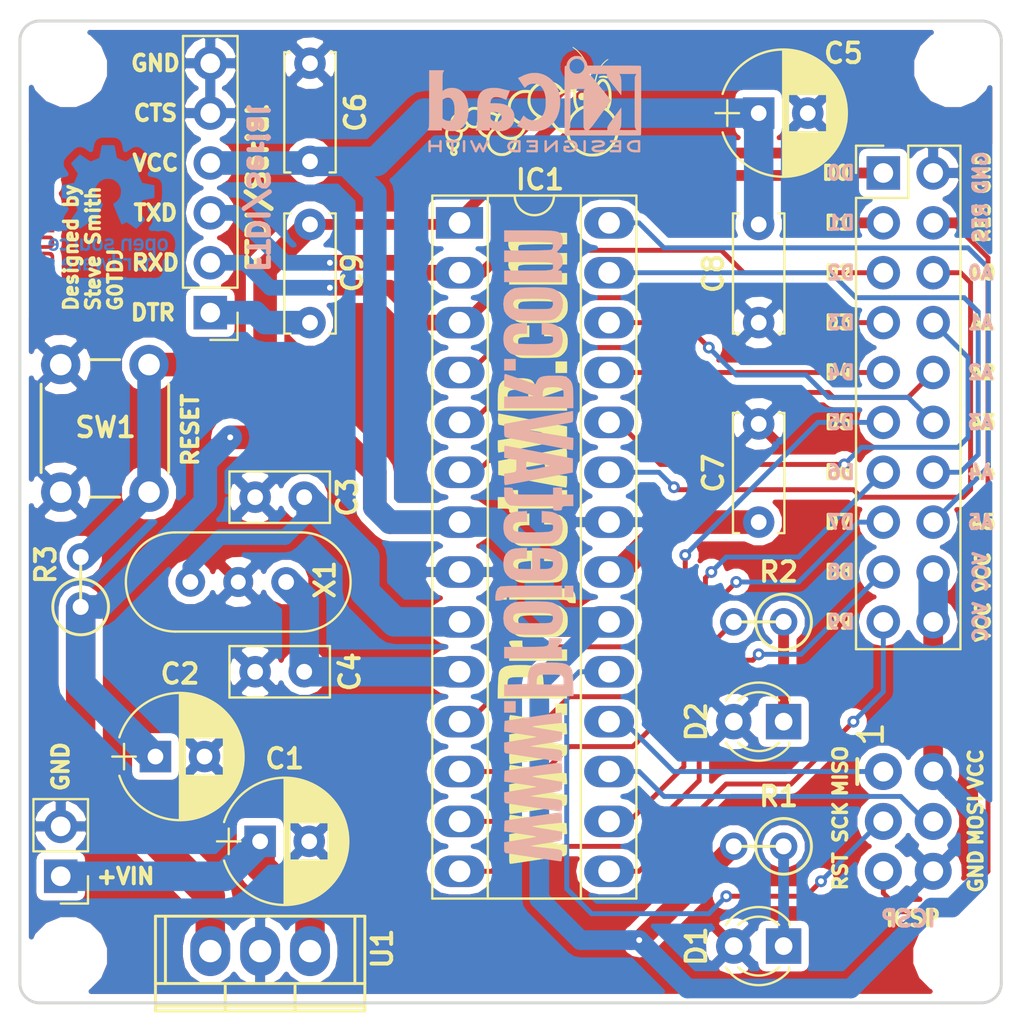
<source format=kicad_pcb>
(kicad_pcb (version 4) (host pcbnew 4.0.5)

  (general
    (links 70)
    (no_connects 0)
    (area 122.903857 68.231 187.103143 123.893)
    (thickness 1.6)
    (drawings 68)
    (tracks 282)
    (zones 0)
    (modules 34)
    (nets 31)
  )

  (page A4)
  (layers
    (0 F.Cu signal)
    (31 B.Cu signal)
    (32 B.Adhes user hide)
    (33 F.Adhes user hide)
    (34 B.Paste user hide)
    (35 F.Paste user hide)
    (36 B.SilkS user)
    (37 F.SilkS user)
    (38 B.Mask user)
    (39 F.Mask user)
    (40 Dwgs.User user hide)
    (41 Cmts.User user hide)
    (42 Eco1.User user hide)
    (43 Eco2.User user hide)
    (44 Edge.Cuts user)
    (45 Margin user hide)
    (46 B.CrtYd user hide)
    (47 F.CrtYd user hide)
    (48 B.Fab user hide)
    (49 F.Fab user hide)
  )

  (setup
    (last_trace_width 0.25)
    (user_trace_width 0.25)
    (user_trace_width 0.35)
    (user_trace_width 0.45)
    (user_trace_width 0.55)
    (user_trace_width 0.8)
    (user_trace_width 1)
    (user_trace_width 1.2)
    (user_trace_width 1.5)
    (trace_clearance 0.2)
    (zone_clearance 0.381)
    (zone_45_only no)
    (trace_min 0.2)
    (segment_width 0.2)
    (edge_width 0.15)
    (via_size 0.6)
    (via_drill 0.3)
    (via_min_size 0.4)
    (via_min_drill 0.3)
    (uvia_size 0.3)
    (uvia_drill 0.1)
    (uvias_allowed no)
    (uvia_min_size 0.2)
    (uvia_min_drill 0.1)
    (pcb_text_width 0.3)
    (pcb_text_size 1.5 1.5)
    (mod_edge_width 0.15)
    (mod_text_size 0.000001 0.000001)
    (mod_text_width 0.15)
    (pad_size 1.4 1.4)
    (pad_drill 0.6)
    (pad_to_mask_clearance 0.2)
    (aux_axis_origin 0 0)
    (visible_elements 7FFFFF7F)
    (pcbplotparams
      (layerselection 0x010f0_80000001)
      (usegerberextensions true)
      (excludeedgelayer true)
      (linewidth 0.100000)
      (plotframeref false)
      (viasonmask false)
      (mode 1)
      (useauxorigin false)
      (hpglpennumber 1)
      (hpglpenspeed 20)
      (hpglpendiameter 15)
      (hpglpenoverlay 2)
      (psnegative false)
      (psa4output false)
      (plotreference true)
      (plotvalue false)
      (plotinvisibletext false)
      (padsonsilk false)
      (subtractmaskfromsilk false)
      (outputformat 1)
      (mirror false)
      (drillshape 0)
      (scaleselection 1)
      (outputdirectory GERBERS/))
  )

  (net 0 "")
  (net 1 VIN)
  (net 2 GNDPWR)
  (net 3 VCC)
  (net 4 XTAL1)
  (net 5 XTAL2)
  (net 6 "Net-(C7-Pad1)")
  (net 7 DTR)
  (net 8 RESET)
  (net 9 "Net-(D1-Pad1)")
  (net 10 "Net-(D2-Pad1)")
  (net 11 D9)
  (net 12 D0)
  (net 13 D10)
  (net 14 D1)
  (net 15 MOSI)
  (net 16 D2)
  (net 17 MISO)
  (net 18 D3)
  (net 19 SCK)
  (net 20 D4)
  (net 21 A0)
  (net 22 A1)
  (net 23 D5)
  (net 24 A2)
  (net 25 D6)
  (net 26 A3)
  (net 27 D7)
  (net 28 A4)
  (net 29 D8)
  (net 30 A5)

  (net_class Default "This is the default net class."
    (clearance 0.2)
    (trace_width 0.25)
    (via_dia 0.6)
    (via_drill 0.3)
    (uvia_dia 0.3)
    (uvia_drill 0.1)
    (add_net A0)
    (add_net A1)
    (add_net A2)
    (add_net A3)
    (add_net A4)
    (add_net A5)
    (add_net D0)
    (add_net D1)
    (add_net D10)
    (add_net D2)
    (add_net D3)
    (add_net D4)
    (add_net D5)
    (add_net D6)
    (add_net D7)
    (add_net D8)
    (add_net D9)
    (add_net DTR)
    (add_net GNDPWR)
    (add_net MISO)
    (add_net MOSI)
    (add_net "Net-(C7-Pad1)")
    (add_net "Net-(D1-Pad1)")
    (add_net "Net-(D2-Pad1)")
    (add_net RESET)
    (add_net SCK)
    (add_net VCC)
    (add_net VIN)
    (add_net XTAL1)
    (add_net XTAL2)
  )

  (module G0TDJ:DIP-28_W7.62mm_Socket_LongPads_ZIF (layer F.Cu) (tedit 590471C3) (tstamp 589B08E4)
    (at 152.4 81.28)
    (descr "28-lead dip package, row spacing 7.62 mm (300 mils), Socket, LongPads")
    (tags "DIL DIP PDIP 2.54mm 7.62mm 300mil Socket LongPads")
    (path /58823C4A)
    (fp_text reference IC1 (at 4.1 -2.2) (layer F.SilkS)
      (effects (font (size 1 1) (thickness 0.2)))
    )
    (fp_text value ATMEGA328P-P (at 3.81 35.687) (layer F.SilkS) hide
      (effects (font (size 1 1) (thickness 0.15)))
    )
    (fp_line (start 8.8 40) (end 12.5 40) (layer F.CrtYd) (width 0.05))
    (fp_line (start 12.5 40) (end 12.5 33.4) (layer F.CrtYd) (width 0.05))
    (fp_line (start -2.2 40) (end -5 40) (layer F.CrtYd) (width 0.05))
    (fp_line (start -5 40) (end -5 38.7) (layer F.CrtYd) (width 0.05))
    (fp_line (start 12.5 -2.9) (end 12.5 -9.7) (layer F.CrtYd) (width 0.05))
    (fp_line (start 12.5 -9.7) (end 9.3 -9.7) (layer F.CrtYd) (width 0.05))
    (fp_line (start -5 2.3) (end -5 -9.7) (layer F.CrtYd) (width 0.05))
    (fp_line (start -5 -9.7) (end -1.7 -9.7) (layer F.CrtYd) (width 0.05))
    (fp_arc (start 3.81 -1.39) (end 2.81 -1.39) (angle -180) (layer F.SilkS) (width 0.12))
    (fp_line (start 1.635 -1.27) (end 6.985 -1.27) (layer F.Fab) (width 0.1))
    (fp_line (start 6.985 -1.27) (end 6.985 34.29) (layer F.Fab) (width 0.1))
    (fp_line (start 6.985 34.29) (end 0.635 34.29) (layer F.Fab) (width 0.1))
    (fp_line (start 0.635 34.29) (end 0.635 -0.27) (layer F.Fab) (width 0.1))
    (fp_line (start 0.635 -0.27) (end 1.635 -1.27) (layer F.Fab) (width 0.1))
    (fp_line (start -1.27 -1.27) (end -1.27 34.29) (layer F.Fab) (width 0.1))
    (fp_line (start -1.27 34.29) (end 8.89 34.29) (layer F.Fab) (width 0.1))
    (fp_line (start 8.89 34.29) (end 8.89 -1.27) (layer F.Fab) (width 0.1))
    (fp_line (start 8.89 -1.27) (end -1.27 -1.27) (layer F.Fab) (width 0.1))
    (fp_line (start 2.81 -1.39) (end 1.44 -1.39) (layer F.SilkS) (width 0.12))
    (fp_line (start 1.44 -1.39) (end 1.44 34.41) (layer F.SilkS) (width 0.12))
    (fp_line (start 1.44 34.41) (end 6.18 34.41) (layer F.SilkS) (width 0.12))
    (fp_line (start 6.18 34.41) (end 6.18 -1.39) (layer F.SilkS) (width 0.12))
    (fp_line (start 6.18 -1.39) (end 4.81 -1.39) (layer F.SilkS) (width 0.12))
    (fp_line (start -1.39 -1.39) (end -1.39 34.41) (layer F.SilkS) (width 0.12))
    (fp_line (start -1.39 34.41) (end 9.01 34.41) (layer F.SilkS) (width 0.12))
    (fp_line (start 9.01 34.41) (end 9.01 -1.39) (layer F.SilkS) (width 0.12))
    (fp_line (start 9.01 -1.39) (end -1.39 -1.39) (layer F.SilkS) (width 0.12))
    (fp_line (start -5 2.3) (end -5 38.7) (layer F.CrtYd) (width 0.05))
    (fp_line (start -2.2052 39.9909) (end 8.7948 39.9909) (layer F.CrtYd) (width 0.05))
    (fp_line (start 12.5 33.5) (end 12.5 -2.9) (layer F.CrtYd) (width 0.05))
    (fp_line (start 9.3 -9.7) (end -1.7 -9.7) (layer F.CrtYd) (width 0.05))
    (pad 1 thru_hole rect (at 0 0) (size 2.4 1.6) (drill 1.1) (layers *.Cu *.Mask)
      (net 8 RESET))
    (pad 15 thru_hole oval (at 7.62 33.02) (size 2.54 1.6) (drill 1.1) (layers *.Cu *.Mask)
      (net 11 D9))
    (pad 2 thru_hole oval (at 0 2.54) (size 2.54 1.6) (drill 1.1) (layers *.Cu *.Mask)
      (net 12 D0))
    (pad 16 thru_hole oval (at 7.62 30.48) (size 2.54 1.6) (drill 1.1) (layers *.Cu *.Mask)
      (net 13 D10))
    (pad 3 thru_hole oval (at 0 5.08) (size 2.54 1.6) (drill 1.1) (layers *.Cu *.Mask)
      (net 14 D1))
    (pad 17 thru_hole oval (at 7.62 27.94) (size 2.54 1.6) (drill 1.1) (layers *.Cu *.Mask)
      (net 15 MOSI))
    (pad 4 thru_hole oval (at 0 7.62) (size 2.54 1.6) (drill 1.1) (layers *.Cu *.Mask)
      (net 16 D2))
    (pad 18 thru_hole oval (at 7.62 25.4) (size 2.54 1.6) (drill 1.1) (layers *.Cu *.Mask)
      (net 17 MISO))
    (pad 5 thru_hole oval (at 0 10.16) (size 2.54 1.6) (drill 1.1) (layers *.Cu *.Mask)
      (net 18 D3))
    (pad 19 thru_hole oval (at 7.62 22.86) (size 2.54 1.6) (drill 1.1) (layers *.Cu *.Mask)
      (net 19 SCK))
    (pad 6 thru_hole oval (at 0 12.7) (size 2.54 1.6) (drill 1.1) (layers *.Cu *.Mask)
      (net 20 D4))
    (pad 20 thru_hole oval (at 7.62 20.32) (size 2.54 1.6) (drill 1.1) (layers *.Cu *.Mask)
      (net 3 VCC))
    (pad 7 thru_hole oval (at 0 15.24) (size 2.54 1.6) (drill 1.1) (layers *.Cu *.Mask)
      (net 3 VCC))
    (pad 21 thru_hole oval (at 7.62 17.78) (size 2.54 1.6) (drill 1.1) (layers *.Cu *.Mask)
      (net 6 "Net-(C7-Pad1)"))
    (pad 8 thru_hole oval (at 0 17.78) (size 2.54 1.6) (drill 1.1) (layers *.Cu *.Mask)
      (net 2 GNDPWR))
    (pad 22 thru_hole oval (at 7.62 15.24) (size 2.54 1.6) (drill 1.1) (layers *.Cu *.Mask)
      (net 2 GNDPWR))
    (pad 9 thru_hole oval (at 0 20.32) (size 2.54 1.6) (drill 1.1) (layers *.Cu *.Mask)
      (net 4 XTAL1))
    (pad 23 thru_hole oval (at 7.62 12.7) (size 2.54 1.6) (drill 1.1) (layers *.Cu *.Mask)
      (net 21 A0))
    (pad 10 thru_hole oval (at 0 22.86) (size 2.54 1.6) (drill 1.1) (layers *.Cu *.Mask)
      (net 5 XTAL2))
    (pad 24 thru_hole oval (at 7.62 10.16) (size 2.54 1.6) (drill 1.1) (layers *.Cu *.Mask)
      (net 22 A1))
    (pad 11 thru_hole oval (at 0 25.4) (size 2.54 1.6) (drill 1.1) (layers *.Cu *.Mask)
      (net 23 D5))
    (pad 25 thru_hole oval (at 7.62 7.62) (size 2.54 1.6) (drill 1.1) (layers *.Cu *.Mask)
      (net 24 A2))
    (pad 12 thru_hole oval (at 0 27.94) (size 2.54 1.6) (drill 1.1) (layers *.Cu *.Mask)
      (net 25 D6))
    (pad 26 thru_hole oval (at 7.62 5.08) (size 2.54 1.6) (drill 1.1) (layers *.Cu *.Mask)
      (net 26 A3))
    (pad 13 thru_hole oval (at 0 30.48) (size 2.54 1.6) (drill 1.1) (layers *.Cu *.Mask)
      (net 27 D7))
    (pad 27 thru_hole oval (at 7.62 2.54) (size 2.54 1.6) (drill 1.1) (layers *.Cu *.Mask)
      (net 28 A4))
    (pad 14 thru_hole oval (at 0 33.02) (size 2.54 1.6) (drill 1.1) (layers *.Cu *.Mask)
      (net 29 D8))
    (pad 28 thru_hole oval (at 7.62 0) (size 2.54 1.6) (drill 1.1) (layers *.Cu *.Mask)
      (net 30 A5))
    (model Housings_DIP.3dshapes/DIP-28_W7.62mm_Socket_LongPads.wrl
      (at (xyz 0 0 0))
      (scale (xyz 1 1 1))
      (rotate (xyz 0 0 0))
    )
  )

  (module Mounting_Holes:MountingHole_3.2mm_M3 (layer F.Cu) (tedit 58A05553) (tstamp 58B7413B)
    (at 177.5 118.6)
    (descr "Mounting Hole 3.2mm, no annular, M3")
    (tags "mounting hole 3.2mm no annular m3")
    (fp_text reference REF** (at 0 -4.2) (layer F.SilkS) hide
      (effects (font (size 1 1) (thickness 0.15)))
    )
    (fp_text value MountingHole_3.2mm_M3 (at 0 4.2) (layer F.Fab) hide
      (effects (font (size 1 1) (thickness 0.15)))
    )
    (fp_circle (center 0 0) (end 3.2 0) (layer Cmts.User) (width 0.15))
    (fp_circle (center 0 0) (end 3.45 0) (layer F.CrtYd) (width 0.05))
    (pad 1 np_thru_hole circle (at 0 0) (size 3.2 3.2) (drill 3.2) (layers *.Cu *.Mask))
  )

  (module Capacitors_THT:CP_Radial_D6.3mm_P2.50mm (layer F.Cu) (tedit 58A068AF) (tstamp 589B0888)
    (at 142.24 112.776)
    (descr "CP, Radial series, Radial, pin pitch=2.50mm, , diameter=6.3mm, Electrolytic Capacitor")
    (tags "CP Radial series Radial pin pitch 2.50mm  diameter 6.3mm Electrolytic Capacitor")
    (path /5883BE07)
    (fp_text reference C1 (at 1.25 -4.21) (layer F.SilkS)
      (effects (font (size 1 1) (thickness 0.2)))
    )
    (fp_text value 100u (at 1.25 4.21) (layer F.Fab) hide
      (effects (font (size 1 1) (thickness 0.15)))
    )
    (fp_arc (start 1.25 0) (end -1.838236 -0.98) (angle 144.8) (layer F.SilkS) (width 0.12))
    (fp_arc (start 1.25 0) (end -1.838236 0.98) (angle -144.8) (layer F.SilkS) (width 0.12))
    (fp_arc (start 1.25 0) (end 4.338236 -0.98) (angle 35.2) (layer F.SilkS) (width 0.12))
    (fp_circle (center 1.25 0) (end 4.4 0) (layer F.Fab) (width 0.1))
    (fp_line (start -2.2 0) (end -1 0) (layer F.Fab) (width 0.1))
    (fp_line (start -1.6 -0.65) (end -1.6 0.65) (layer F.Fab) (width 0.1))
    (fp_line (start 1.25 -3.2) (end 1.25 3.2) (layer F.SilkS) (width 0.12))
    (fp_line (start 1.29 -3.2) (end 1.29 3.2) (layer F.SilkS) (width 0.12))
    (fp_line (start 1.33 -3.2) (end 1.33 3.2) (layer F.SilkS) (width 0.12))
    (fp_line (start 1.37 -3.198) (end 1.37 3.198) (layer F.SilkS) (width 0.12))
    (fp_line (start 1.41 -3.197) (end 1.41 3.197) (layer F.SilkS) (width 0.12))
    (fp_line (start 1.45 -3.194) (end 1.45 3.194) (layer F.SilkS) (width 0.12))
    (fp_line (start 1.49 -3.192) (end 1.49 3.192) (layer F.SilkS) (width 0.12))
    (fp_line (start 1.53 -3.188) (end 1.53 -0.98) (layer F.SilkS) (width 0.12))
    (fp_line (start 1.53 0.98) (end 1.53 3.188) (layer F.SilkS) (width 0.12))
    (fp_line (start 1.57 -3.185) (end 1.57 -0.98) (layer F.SilkS) (width 0.12))
    (fp_line (start 1.57 0.98) (end 1.57 3.185) (layer F.SilkS) (width 0.12))
    (fp_line (start 1.61 -3.18) (end 1.61 -0.98) (layer F.SilkS) (width 0.12))
    (fp_line (start 1.61 0.98) (end 1.61 3.18) (layer F.SilkS) (width 0.12))
    (fp_line (start 1.65 -3.176) (end 1.65 -0.98) (layer F.SilkS) (width 0.12))
    (fp_line (start 1.65 0.98) (end 1.65 3.176) (layer F.SilkS) (width 0.12))
    (fp_line (start 1.69 -3.17) (end 1.69 -0.98) (layer F.SilkS) (width 0.12))
    (fp_line (start 1.69 0.98) (end 1.69 3.17) (layer F.SilkS) (width 0.12))
    (fp_line (start 1.73 -3.165) (end 1.73 -0.98) (layer F.SilkS) (width 0.12))
    (fp_line (start 1.73 0.98) (end 1.73 3.165) (layer F.SilkS) (width 0.12))
    (fp_line (start 1.77 -3.158) (end 1.77 -0.98) (layer F.SilkS) (width 0.12))
    (fp_line (start 1.77 0.98) (end 1.77 3.158) (layer F.SilkS) (width 0.12))
    (fp_line (start 1.81 -3.152) (end 1.81 -0.98) (layer F.SilkS) (width 0.12))
    (fp_line (start 1.81 0.98) (end 1.81 3.152) (layer F.SilkS) (width 0.12))
    (fp_line (start 1.85 -3.144) (end 1.85 -0.98) (layer F.SilkS) (width 0.12))
    (fp_line (start 1.85 0.98) (end 1.85 3.144) (layer F.SilkS) (width 0.12))
    (fp_line (start 1.89 -3.137) (end 1.89 -0.98) (layer F.SilkS) (width 0.12))
    (fp_line (start 1.89 0.98) (end 1.89 3.137) (layer F.SilkS) (width 0.12))
    (fp_line (start 1.93 -3.128) (end 1.93 -0.98) (layer F.SilkS) (width 0.12))
    (fp_line (start 1.93 0.98) (end 1.93 3.128) (layer F.SilkS) (width 0.12))
    (fp_line (start 1.971 -3.119) (end 1.971 -0.98) (layer F.SilkS) (width 0.12))
    (fp_line (start 1.971 0.98) (end 1.971 3.119) (layer F.SilkS) (width 0.12))
    (fp_line (start 2.011 -3.11) (end 2.011 -0.98) (layer F.SilkS) (width 0.12))
    (fp_line (start 2.011 0.98) (end 2.011 3.11) (layer F.SilkS) (width 0.12))
    (fp_line (start 2.051 -3.1) (end 2.051 -0.98) (layer F.SilkS) (width 0.12))
    (fp_line (start 2.051 0.98) (end 2.051 3.1) (layer F.SilkS) (width 0.12))
    (fp_line (start 2.091 -3.09) (end 2.091 -0.98) (layer F.SilkS) (width 0.12))
    (fp_line (start 2.091 0.98) (end 2.091 3.09) (layer F.SilkS) (width 0.12))
    (fp_line (start 2.131 -3.079) (end 2.131 -0.98) (layer F.SilkS) (width 0.12))
    (fp_line (start 2.131 0.98) (end 2.131 3.079) (layer F.SilkS) (width 0.12))
    (fp_line (start 2.171 -3.067) (end 2.171 -0.98) (layer F.SilkS) (width 0.12))
    (fp_line (start 2.171 0.98) (end 2.171 3.067) (layer F.SilkS) (width 0.12))
    (fp_line (start 2.211 -3.055) (end 2.211 -0.98) (layer F.SilkS) (width 0.12))
    (fp_line (start 2.211 0.98) (end 2.211 3.055) (layer F.SilkS) (width 0.12))
    (fp_line (start 2.251 -3.042) (end 2.251 -0.98) (layer F.SilkS) (width 0.12))
    (fp_line (start 2.251 0.98) (end 2.251 3.042) (layer F.SilkS) (width 0.12))
    (fp_line (start 2.291 -3.029) (end 2.291 -0.98) (layer F.SilkS) (width 0.12))
    (fp_line (start 2.291 0.98) (end 2.291 3.029) (layer F.SilkS) (width 0.12))
    (fp_line (start 2.331 -3.015) (end 2.331 -0.98) (layer F.SilkS) (width 0.12))
    (fp_line (start 2.331 0.98) (end 2.331 3.015) (layer F.SilkS) (width 0.12))
    (fp_line (start 2.371 -3.001) (end 2.371 -0.98) (layer F.SilkS) (width 0.12))
    (fp_line (start 2.371 0.98) (end 2.371 3.001) (layer F.SilkS) (width 0.12))
    (fp_line (start 2.411 -2.986) (end 2.411 -0.98) (layer F.SilkS) (width 0.12))
    (fp_line (start 2.411 0.98) (end 2.411 2.986) (layer F.SilkS) (width 0.12))
    (fp_line (start 2.451 -2.97) (end 2.451 -0.98) (layer F.SilkS) (width 0.12))
    (fp_line (start 2.451 0.98) (end 2.451 2.97) (layer F.SilkS) (width 0.12))
    (fp_line (start 2.491 -2.954) (end 2.491 -0.98) (layer F.SilkS) (width 0.12))
    (fp_line (start 2.491 0.98) (end 2.491 2.954) (layer F.SilkS) (width 0.12))
    (fp_line (start 2.531 -2.937) (end 2.531 -0.98) (layer F.SilkS) (width 0.12))
    (fp_line (start 2.531 0.98) (end 2.531 2.937) (layer F.SilkS) (width 0.12))
    (fp_line (start 2.571 -2.919) (end 2.571 -0.98) (layer F.SilkS) (width 0.12))
    (fp_line (start 2.571 0.98) (end 2.571 2.919) (layer F.SilkS) (width 0.12))
    (fp_line (start 2.611 -2.901) (end 2.611 -0.98) (layer F.SilkS) (width 0.12))
    (fp_line (start 2.611 0.98) (end 2.611 2.901) (layer F.SilkS) (width 0.12))
    (fp_line (start 2.651 -2.882) (end 2.651 -0.98) (layer F.SilkS) (width 0.12))
    (fp_line (start 2.651 0.98) (end 2.651 2.882) (layer F.SilkS) (width 0.12))
    (fp_line (start 2.691 -2.863) (end 2.691 -0.98) (layer F.SilkS) (width 0.12))
    (fp_line (start 2.691 0.98) (end 2.691 2.863) (layer F.SilkS) (width 0.12))
    (fp_line (start 2.731 -2.843) (end 2.731 -0.98) (layer F.SilkS) (width 0.12))
    (fp_line (start 2.731 0.98) (end 2.731 2.843) (layer F.SilkS) (width 0.12))
    (fp_line (start 2.771 -2.822) (end 2.771 -0.98) (layer F.SilkS) (width 0.12))
    (fp_line (start 2.771 0.98) (end 2.771 2.822) (layer F.SilkS) (width 0.12))
    (fp_line (start 2.811 -2.8) (end 2.811 -0.98) (layer F.SilkS) (width 0.12))
    (fp_line (start 2.811 0.98) (end 2.811 2.8) (layer F.SilkS) (width 0.12))
    (fp_line (start 2.851 -2.778) (end 2.851 -0.98) (layer F.SilkS) (width 0.12))
    (fp_line (start 2.851 0.98) (end 2.851 2.778) (layer F.SilkS) (width 0.12))
    (fp_line (start 2.891 -2.755) (end 2.891 -0.98) (layer F.SilkS) (width 0.12))
    (fp_line (start 2.891 0.98) (end 2.891 2.755) (layer F.SilkS) (width 0.12))
    (fp_line (start 2.931 -2.731) (end 2.931 -0.98) (layer F.SilkS) (width 0.12))
    (fp_line (start 2.931 0.98) (end 2.931 2.731) (layer F.SilkS) (width 0.12))
    (fp_line (start 2.971 -2.706) (end 2.971 -0.98) (layer F.SilkS) (width 0.12))
    (fp_line (start 2.971 0.98) (end 2.971 2.706) (layer F.SilkS) (width 0.12))
    (fp_line (start 3.011 -2.681) (end 3.011 -0.98) (layer F.SilkS) (width 0.12))
    (fp_line (start 3.011 0.98) (end 3.011 2.681) (layer F.SilkS) (width 0.12))
    (fp_line (start 3.051 -2.654) (end 3.051 -0.98) (layer F.SilkS) (width 0.12))
    (fp_line (start 3.051 0.98) (end 3.051 2.654) (layer F.SilkS) (width 0.12))
    (fp_line (start 3.091 -2.627) (end 3.091 -0.98) (layer F.SilkS) (width 0.12))
    (fp_line (start 3.091 0.98) (end 3.091 2.627) (layer F.SilkS) (width 0.12))
    (fp_line (start 3.131 -2.599) (end 3.131 -0.98) (layer F.SilkS) (width 0.12))
    (fp_line (start 3.131 0.98) (end 3.131 2.599) (layer F.SilkS) (width 0.12))
    (fp_line (start 3.171 -2.57) (end 3.171 -0.98) (layer F.SilkS) (width 0.12))
    (fp_line (start 3.171 0.98) (end 3.171 2.57) (layer F.SilkS) (width 0.12))
    (fp_line (start 3.211 -2.54) (end 3.211 -0.98) (layer F.SilkS) (width 0.12))
    (fp_line (start 3.211 0.98) (end 3.211 2.54) (layer F.SilkS) (width 0.12))
    (fp_line (start 3.251 -2.51) (end 3.251 -0.98) (layer F.SilkS) (width 0.12))
    (fp_line (start 3.251 0.98) (end 3.251 2.51) (layer F.SilkS) (width 0.12))
    (fp_line (start 3.291 -2.478) (end 3.291 -0.98) (layer F.SilkS) (width 0.12))
    (fp_line (start 3.291 0.98) (end 3.291 2.478) (layer F.SilkS) (width 0.12))
    (fp_line (start 3.331 -2.445) (end 3.331 -0.98) (layer F.SilkS) (width 0.12))
    (fp_line (start 3.331 0.98) (end 3.331 2.445) (layer F.SilkS) (width 0.12))
    (fp_line (start 3.371 -2.411) (end 3.371 -0.98) (layer F.SilkS) (width 0.12))
    (fp_line (start 3.371 0.98) (end 3.371 2.411) (layer F.SilkS) (width 0.12))
    (fp_line (start 3.411 -2.375) (end 3.411 -0.98) (layer F.SilkS) (width 0.12))
    (fp_line (start 3.411 0.98) (end 3.411 2.375) (layer F.SilkS) (width 0.12))
    (fp_line (start 3.451 -2.339) (end 3.451 -0.98) (layer F.SilkS) (width 0.12))
    (fp_line (start 3.451 0.98) (end 3.451 2.339) (layer F.SilkS) (width 0.12))
    (fp_line (start 3.491 -2.301) (end 3.491 2.301) (layer F.SilkS) (width 0.12))
    (fp_line (start 3.531 -2.262) (end 3.531 2.262) (layer F.SilkS) (width 0.12))
    (fp_line (start 3.571 -2.222) (end 3.571 2.222) (layer F.SilkS) (width 0.12))
    (fp_line (start 3.611 -2.18) (end 3.611 2.18) (layer F.SilkS) (width 0.12))
    (fp_line (start 3.651 -2.137) (end 3.651 2.137) (layer F.SilkS) (width 0.12))
    (fp_line (start 3.691 -2.092) (end 3.691 2.092) (layer F.SilkS) (width 0.12))
    (fp_line (start 3.731 -2.045) (end 3.731 2.045) (layer F.SilkS) (width 0.12))
    (fp_line (start 3.771 -1.997) (end 3.771 1.997) (layer F.SilkS) (width 0.12))
    (fp_line (start 3.811 -1.946) (end 3.811 1.946) (layer F.SilkS) (width 0.12))
    (fp_line (start 3.851 -1.894) (end 3.851 1.894) (layer F.SilkS) (width 0.12))
    (fp_line (start 3.891 -1.839) (end 3.891 1.839) (layer F.SilkS) (width 0.12))
    (fp_line (start 3.931 -1.781) (end 3.931 1.781) (layer F.SilkS) (width 0.12))
    (fp_line (start 3.971 -1.721) (end 3.971 1.721) (layer F.SilkS) (width 0.12))
    (fp_line (start 4.011 -1.658) (end 4.011 1.658) (layer F.SilkS) (width 0.12))
    (fp_line (start 4.051 -1.591) (end 4.051 1.591) (layer F.SilkS) (width 0.12))
    (fp_line (start 4.091 -1.52) (end 4.091 1.52) (layer F.SilkS) (width 0.12))
    (fp_line (start 4.131 -1.445) (end 4.131 1.445) (layer F.SilkS) (width 0.12))
    (fp_line (start 4.171 -1.364) (end 4.171 1.364) (layer F.SilkS) (width 0.12))
    (fp_line (start 4.211 -1.278) (end 4.211 1.278) (layer F.SilkS) (width 0.12))
    (fp_line (start 4.251 -1.184) (end 4.251 1.184) (layer F.SilkS) (width 0.12))
    (fp_line (start 4.291 -1.081) (end 4.291 1.081) (layer F.SilkS) (width 0.12))
    (fp_line (start 4.331 -0.966) (end 4.331 0.966) (layer F.SilkS) (width 0.12))
    (fp_line (start 4.371 -0.834) (end 4.371 0.834) (layer F.SilkS) (width 0.12))
    (fp_line (start 4.411 -0.676) (end 4.411 0.676) (layer F.SilkS) (width 0.12))
    (fp_line (start 4.451 -0.468) (end 4.451 0.468) (layer F.SilkS) (width 0.12))
    (fp_line (start -2.2 0) (end -1 0) (layer F.SilkS) (width 0.12))
    (fp_line (start -1.6 -0.65) (end -1.6 0.65) (layer F.SilkS) (width 0.12))
    (fp_line (start -2.25 -3.5) (end -2.25 3.5) (layer F.CrtYd) (width 0.05))
    (fp_line (start -2.25 3.5) (end 4.75 3.5) (layer F.CrtYd) (width 0.05))
    (fp_line (start 4.75 3.5) (end 4.75 -3.5) (layer F.CrtYd) (width 0.05))
    (fp_line (start 4.75 -3.5) (end -2.25 -3.5) (layer F.CrtYd) (width 0.05))
    (pad 1 thru_hole rect (at 0 0) (size 1.6 1.6) (drill 0.8) (layers *.Cu *.Mask)
      (net 1 VIN))
    (pad 2 thru_hole circle (at 2.5 0) (size 1.6 1.6) (drill 0.8) (layers *.Cu *.Mask)
      (net 2 GNDPWR))
    (model Capacitors_ThroughHole.3dshapes/CP_Radial_D6.3mm_P2.50mm.wrl
      (at (xyz 0 0 0))
      (scale (xyz 0.393701 0.393701 0.393701))
      (rotate (xyz 0 0 0))
    )
  )

  (module Capacitors_THT:CP_Radial_D6.3mm_P2.50mm (layer F.Cu) (tedit 58A068B8) (tstamp 589B088E)
    (at 136.906 108.458)
    (descr "CP, Radial series, Radial, pin pitch=2.50mm, , diameter=6.3mm, Electrolytic Capacitor")
    (tags "CP Radial series Radial pin pitch 2.50mm  diameter 6.3mm Electrolytic Capacitor")
    (path /5883BBD7)
    (fp_text reference C2 (at 1.25 -4.21) (layer F.SilkS)
      (effects (font (size 1 1) (thickness 0.2)))
    )
    (fp_text value 100u (at 1.25 4.21) (layer F.Fab) hide
      (effects (font (size 1 1) (thickness 0.15)))
    )
    (fp_arc (start 1.25 0) (end -1.838236 -0.98) (angle 144.8) (layer F.SilkS) (width 0.12))
    (fp_arc (start 1.25 0) (end -1.838236 0.98) (angle -144.8) (layer F.SilkS) (width 0.12))
    (fp_arc (start 1.25 0) (end 4.338236 -0.98) (angle 35.2) (layer F.SilkS) (width 0.12))
    (fp_circle (center 1.25 0) (end 4.4 0) (layer F.Fab) (width 0.1))
    (fp_line (start -2.2 0) (end -1 0) (layer F.Fab) (width 0.1))
    (fp_line (start -1.6 -0.65) (end -1.6 0.65) (layer F.Fab) (width 0.1))
    (fp_line (start 1.25 -3.2) (end 1.25 3.2) (layer F.SilkS) (width 0.12))
    (fp_line (start 1.29 -3.2) (end 1.29 3.2) (layer F.SilkS) (width 0.12))
    (fp_line (start 1.33 -3.2) (end 1.33 3.2) (layer F.SilkS) (width 0.12))
    (fp_line (start 1.37 -3.198) (end 1.37 3.198) (layer F.SilkS) (width 0.12))
    (fp_line (start 1.41 -3.197) (end 1.41 3.197) (layer F.SilkS) (width 0.12))
    (fp_line (start 1.45 -3.194) (end 1.45 3.194) (layer F.SilkS) (width 0.12))
    (fp_line (start 1.49 -3.192) (end 1.49 3.192) (layer F.SilkS) (width 0.12))
    (fp_line (start 1.53 -3.188) (end 1.53 -0.98) (layer F.SilkS) (width 0.12))
    (fp_line (start 1.53 0.98) (end 1.53 3.188) (layer F.SilkS) (width 0.12))
    (fp_line (start 1.57 -3.185) (end 1.57 -0.98) (layer F.SilkS) (width 0.12))
    (fp_line (start 1.57 0.98) (end 1.57 3.185) (layer F.SilkS) (width 0.12))
    (fp_line (start 1.61 -3.18) (end 1.61 -0.98) (layer F.SilkS) (width 0.12))
    (fp_line (start 1.61 0.98) (end 1.61 3.18) (layer F.SilkS) (width 0.12))
    (fp_line (start 1.65 -3.176) (end 1.65 -0.98) (layer F.SilkS) (width 0.12))
    (fp_line (start 1.65 0.98) (end 1.65 3.176) (layer F.SilkS) (width 0.12))
    (fp_line (start 1.69 -3.17) (end 1.69 -0.98) (layer F.SilkS) (width 0.12))
    (fp_line (start 1.69 0.98) (end 1.69 3.17) (layer F.SilkS) (width 0.12))
    (fp_line (start 1.73 -3.165) (end 1.73 -0.98) (layer F.SilkS) (width 0.12))
    (fp_line (start 1.73 0.98) (end 1.73 3.165) (layer F.SilkS) (width 0.12))
    (fp_line (start 1.77 -3.158) (end 1.77 -0.98) (layer F.SilkS) (width 0.12))
    (fp_line (start 1.77 0.98) (end 1.77 3.158) (layer F.SilkS) (width 0.12))
    (fp_line (start 1.81 -3.152) (end 1.81 -0.98) (layer F.SilkS) (width 0.12))
    (fp_line (start 1.81 0.98) (end 1.81 3.152) (layer F.SilkS) (width 0.12))
    (fp_line (start 1.85 -3.144) (end 1.85 -0.98) (layer F.SilkS) (width 0.12))
    (fp_line (start 1.85 0.98) (end 1.85 3.144) (layer F.SilkS) (width 0.12))
    (fp_line (start 1.89 -3.137) (end 1.89 -0.98) (layer F.SilkS) (width 0.12))
    (fp_line (start 1.89 0.98) (end 1.89 3.137) (layer F.SilkS) (width 0.12))
    (fp_line (start 1.93 -3.128) (end 1.93 -0.98) (layer F.SilkS) (width 0.12))
    (fp_line (start 1.93 0.98) (end 1.93 3.128) (layer F.SilkS) (width 0.12))
    (fp_line (start 1.971 -3.119) (end 1.971 -0.98) (layer F.SilkS) (width 0.12))
    (fp_line (start 1.971 0.98) (end 1.971 3.119) (layer F.SilkS) (width 0.12))
    (fp_line (start 2.011 -3.11) (end 2.011 -0.98) (layer F.SilkS) (width 0.12))
    (fp_line (start 2.011 0.98) (end 2.011 3.11) (layer F.SilkS) (width 0.12))
    (fp_line (start 2.051 -3.1) (end 2.051 -0.98) (layer F.SilkS) (width 0.12))
    (fp_line (start 2.051 0.98) (end 2.051 3.1) (layer F.SilkS) (width 0.12))
    (fp_line (start 2.091 -3.09) (end 2.091 -0.98) (layer F.SilkS) (width 0.12))
    (fp_line (start 2.091 0.98) (end 2.091 3.09) (layer F.SilkS) (width 0.12))
    (fp_line (start 2.131 -3.079) (end 2.131 -0.98) (layer F.SilkS) (width 0.12))
    (fp_line (start 2.131 0.98) (end 2.131 3.079) (layer F.SilkS) (width 0.12))
    (fp_line (start 2.171 -3.067) (end 2.171 -0.98) (layer F.SilkS) (width 0.12))
    (fp_line (start 2.171 0.98) (end 2.171 3.067) (layer F.SilkS) (width 0.12))
    (fp_line (start 2.211 -3.055) (end 2.211 -0.98) (layer F.SilkS) (width 0.12))
    (fp_line (start 2.211 0.98) (end 2.211 3.055) (layer F.SilkS) (width 0.12))
    (fp_line (start 2.251 -3.042) (end 2.251 -0.98) (layer F.SilkS) (width 0.12))
    (fp_line (start 2.251 0.98) (end 2.251 3.042) (layer F.SilkS) (width 0.12))
    (fp_line (start 2.291 -3.029) (end 2.291 -0.98) (layer F.SilkS) (width 0.12))
    (fp_line (start 2.291 0.98) (end 2.291 3.029) (layer F.SilkS) (width 0.12))
    (fp_line (start 2.331 -3.015) (end 2.331 -0.98) (layer F.SilkS) (width 0.12))
    (fp_line (start 2.331 0.98) (end 2.331 3.015) (layer F.SilkS) (width 0.12))
    (fp_line (start 2.371 -3.001) (end 2.371 -0.98) (layer F.SilkS) (width 0.12))
    (fp_line (start 2.371 0.98) (end 2.371 3.001) (layer F.SilkS) (width 0.12))
    (fp_line (start 2.411 -2.986) (end 2.411 -0.98) (layer F.SilkS) (width 0.12))
    (fp_line (start 2.411 0.98) (end 2.411 2.986) (layer F.SilkS) (width 0.12))
    (fp_line (start 2.451 -2.97) (end 2.451 -0.98) (layer F.SilkS) (width 0.12))
    (fp_line (start 2.451 0.98) (end 2.451 2.97) (layer F.SilkS) (width 0.12))
    (fp_line (start 2.491 -2.954) (end 2.491 -0.98) (layer F.SilkS) (width 0.12))
    (fp_line (start 2.491 0.98) (end 2.491 2.954) (layer F.SilkS) (width 0.12))
    (fp_line (start 2.531 -2.937) (end 2.531 -0.98) (layer F.SilkS) (width 0.12))
    (fp_line (start 2.531 0.98) (end 2.531 2.937) (layer F.SilkS) (width 0.12))
    (fp_line (start 2.571 -2.919) (end 2.571 -0.98) (layer F.SilkS) (width 0.12))
    (fp_line (start 2.571 0.98) (end 2.571 2.919) (layer F.SilkS) (width 0.12))
    (fp_line (start 2.611 -2.901) (end 2.611 -0.98) (layer F.SilkS) (width 0.12))
    (fp_line (start 2.611 0.98) (end 2.611 2.901) (layer F.SilkS) (width 0.12))
    (fp_line (start 2.651 -2.882) (end 2.651 -0.98) (layer F.SilkS) (width 0.12))
    (fp_line (start 2.651 0.98) (end 2.651 2.882) (layer F.SilkS) (width 0.12))
    (fp_line (start 2.691 -2.863) (end 2.691 -0.98) (layer F.SilkS) (width 0.12))
    (fp_line (start 2.691 0.98) (end 2.691 2.863) (layer F.SilkS) (width 0.12))
    (fp_line (start 2.731 -2.843) (end 2.731 -0.98) (layer F.SilkS) (width 0.12))
    (fp_line (start 2.731 0.98) (end 2.731 2.843) (layer F.SilkS) (width 0.12))
    (fp_line (start 2.771 -2.822) (end 2.771 -0.98) (layer F.SilkS) (width 0.12))
    (fp_line (start 2.771 0.98) (end 2.771 2.822) (layer F.SilkS) (width 0.12))
    (fp_line (start 2.811 -2.8) (end 2.811 -0.98) (layer F.SilkS) (width 0.12))
    (fp_line (start 2.811 0.98) (end 2.811 2.8) (layer F.SilkS) (width 0.12))
    (fp_line (start 2.851 -2.778) (end 2.851 -0.98) (layer F.SilkS) (width 0.12))
    (fp_line (start 2.851 0.98) (end 2.851 2.778) (layer F.SilkS) (width 0.12))
    (fp_line (start 2.891 -2.755) (end 2.891 -0.98) (layer F.SilkS) (width 0.12))
    (fp_line (start 2.891 0.98) (end 2.891 2.755) (layer F.SilkS) (width 0.12))
    (fp_line (start 2.931 -2.731) (end 2.931 -0.98) (layer F.SilkS) (width 0.12))
    (fp_line (start 2.931 0.98) (end 2.931 2.731) (layer F.SilkS) (width 0.12))
    (fp_line (start 2.971 -2.706) (end 2.971 -0.98) (layer F.SilkS) (width 0.12))
    (fp_line (start 2.971 0.98) (end 2.971 2.706) (layer F.SilkS) (width 0.12))
    (fp_line (start 3.011 -2.681) (end 3.011 -0.98) (layer F.SilkS) (width 0.12))
    (fp_line (start 3.011 0.98) (end 3.011 2.681) (layer F.SilkS) (width 0.12))
    (fp_line (start 3.051 -2.654) (end 3.051 -0.98) (layer F.SilkS) (width 0.12))
    (fp_line (start 3.051 0.98) (end 3.051 2.654) (layer F.SilkS) (width 0.12))
    (fp_line (start 3.091 -2.627) (end 3.091 -0.98) (layer F.SilkS) (width 0.12))
    (fp_line (start 3.091 0.98) (end 3.091 2.627) (layer F.SilkS) (width 0.12))
    (fp_line (start 3.131 -2.599) (end 3.131 -0.98) (layer F.SilkS) (width 0.12))
    (fp_line (start 3.131 0.98) (end 3.131 2.599) (layer F.SilkS) (width 0.12))
    (fp_line (start 3.171 -2.57) (end 3.171 -0.98) (layer F.SilkS) (width 0.12))
    (fp_line (start 3.171 0.98) (end 3.171 2.57) (layer F.SilkS) (width 0.12))
    (fp_line (start 3.211 -2.54) (end 3.211 -0.98) (layer F.SilkS) (width 0.12))
    (fp_line (start 3.211 0.98) (end 3.211 2.54) (layer F.SilkS) (width 0.12))
    (fp_line (start 3.251 -2.51) (end 3.251 -0.98) (layer F.SilkS) (width 0.12))
    (fp_line (start 3.251 0.98) (end 3.251 2.51) (layer F.SilkS) (width 0.12))
    (fp_line (start 3.291 -2.478) (end 3.291 -0.98) (layer F.SilkS) (width 0.12))
    (fp_line (start 3.291 0.98) (end 3.291 2.478) (layer F.SilkS) (width 0.12))
    (fp_line (start 3.331 -2.445) (end 3.331 -0.98) (layer F.SilkS) (width 0.12))
    (fp_line (start 3.331 0.98) (end 3.331 2.445) (layer F.SilkS) (width 0.12))
    (fp_line (start 3.371 -2.411) (end 3.371 -0.98) (layer F.SilkS) (width 0.12))
    (fp_line (start 3.371 0.98) (end 3.371 2.411) (layer F.SilkS) (width 0.12))
    (fp_line (start 3.411 -2.375) (end 3.411 -0.98) (layer F.SilkS) (width 0.12))
    (fp_line (start 3.411 0.98) (end 3.411 2.375) (layer F.SilkS) (width 0.12))
    (fp_line (start 3.451 -2.339) (end 3.451 -0.98) (layer F.SilkS) (width 0.12))
    (fp_line (start 3.451 0.98) (end 3.451 2.339) (layer F.SilkS) (width 0.12))
    (fp_line (start 3.491 -2.301) (end 3.491 2.301) (layer F.SilkS) (width 0.12))
    (fp_line (start 3.531 -2.262) (end 3.531 2.262) (layer F.SilkS) (width 0.12))
    (fp_line (start 3.571 -2.222) (end 3.571 2.222) (layer F.SilkS) (width 0.12))
    (fp_line (start 3.611 -2.18) (end 3.611 2.18) (layer F.SilkS) (width 0.12))
    (fp_line (start 3.651 -2.137) (end 3.651 2.137) (layer F.SilkS) (width 0.12))
    (fp_line (start 3.691 -2.092) (end 3.691 2.092) (layer F.SilkS) (width 0.12))
    (fp_line (start 3.731 -2.045) (end 3.731 2.045) (layer F.SilkS) (width 0.12))
    (fp_line (start 3.771 -1.997) (end 3.771 1.997) (layer F.SilkS) (width 0.12))
    (fp_line (start 3.811 -1.946) (end 3.811 1.946) (layer F.SilkS) (width 0.12))
    (fp_line (start 3.851 -1.894) (end 3.851 1.894) (layer F.SilkS) (width 0.12))
    (fp_line (start 3.891 -1.839) (end 3.891 1.839) (layer F.SilkS) (width 0.12))
    (fp_line (start 3.931 -1.781) (end 3.931 1.781) (layer F.SilkS) (width 0.12))
    (fp_line (start 3.971 -1.721) (end 3.971 1.721) (layer F.SilkS) (width 0.12))
    (fp_line (start 4.011 -1.658) (end 4.011 1.658) (layer F.SilkS) (width 0.12))
    (fp_line (start 4.051 -1.591) (end 4.051 1.591) (layer F.SilkS) (width 0.12))
    (fp_line (start 4.091 -1.52) (end 4.091 1.52) (layer F.SilkS) (width 0.12))
    (fp_line (start 4.131 -1.445) (end 4.131 1.445) (layer F.SilkS) (width 0.12))
    (fp_line (start 4.171 -1.364) (end 4.171 1.364) (layer F.SilkS) (width 0.12))
    (fp_line (start 4.211 -1.278) (end 4.211 1.278) (layer F.SilkS) (width 0.12))
    (fp_line (start 4.251 -1.184) (end 4.251 1.184) (layer F.SilkS) (width 0.12))
    (fp_line (start 4.291 -1.081) (end 4.291 1.081) (layer F.SilkS) (width 0.12))
    (fp_line (start 4.331 -0.966) (end 4.331 0.966) (layer F.SilkS) (width 0.12))
    (fp_line (start 4.371 -0.834) (end 4.371 0.834) (layer F.SilkS) (width 0.12))
    (fp_line (start 4.411 -0.676) (end 4.411 0.676) (layer F.SilkS) (width 0.12))
    (fp_line (start 4.451 -0.468) (end 4.451 0.468) (layer F.SilkS) (width 0.12))
    (fp_line (start -2.2 0) (end -1 0) (layer F.SilkS) (width 0.12))
    (fp_line (start -1.6 -0.65) (end -1.6 0.65) (layer F.SilkS) (width 0.12))
    (fp_line (start -2.25 -3.5) (end -2.25 3.5) (layer F.CrtYd) (width 0.05))
    (fp_line (start -2.25 3.5) (end 4.75 3.5) (layer F.CrtYd) (width 0.05))
    (fp_line (start 4.75 3.5) (end 4.75 -3.5) (layer F.CrtYd) (width 0.05))
    (fp_line (start 4.75 -3.5) (end -2.25 -3.5) (layer F.CrtYd) (width 0.05))
    (pad 1 thru_hole rect (at 0 0) (size 1.6 1.6) (drill 0.8) (layers *.Cu *.Mask)
      (net 3 VCC))
    (pad 2 thru_hole circle (at 2.5 0) (size 1.6 1.6) (drill 0.8) (layers *.Cu *.Mask)
      (net 2 GNDPWR))
    (model Capacitors_ThroughHole.3dshapes/CP_Radial_D6.3mm_P2.50mm.wrl
      (at (xyz 0 0 0))
      (scale (xyz 0.393701 0.393701 0.393701))
      (rotate (xyz 0 0 0))
    )
  )

  (module Capacitors_THT:C_Disc_D5.0mm_W2.5mm_P2.50mm (layer F.Cu) (tedit 58A068D9) (tstamp 589B0894)
    (at 141.986 95.25)
    (descr "C, Disc series, Radial, pin pitch=2.50mm, , diameter*width=5*2.5mm^2, Capacitor, http://cdn-reichelt.de/documents/datenblatt/B300/DS_KERKO_TC.pdf")
    (tags "C Disc series Radial pin pitch 2.50mm  diameter 5mm width 2.5mm Capacitor")
    (path /58838AA3)
    (fp_text reference C3 (at 4.699 0 90) (layer F.SilkS)
      (effects (font (size 1 1) (thickness 0.2)))
    )
    (fp_text value 22pf (at 1.25 2.31 180) (layer F.Fab) hide
      (effects (font (size 1 1) (thickness 0.15)))
    )
    (fp_line (start -1.25 -1.25) (end -1.25 1.25) (layer F.Fab) (width 0.1))
    (fp_line (start -1.25 1.25) (end 3.75 1.25) (layer F.Fab) (width 0.1))
    (fp_line (start 3.75 1.25) (end 3.75 -1.25) (layer F.Fab) (width 0.1))
    (fp_line (start 3.75 -1.25) (end -1.25 -1.25) (layer F.Fab) (width 0.1))
    (fp_line (start -1.31 -1.31) (end 3.81 -1.31) (layer F.SilkS) (width 0.12))
    (fp_line (start -1.31 1.31) (end 3.81 1.31) (layer F.SilkS) (width 0.12))
    (fp_line (start -1.31 -1.31) (end -1.31 1.31) (layer F.SilkS) (width 0.12))
    (fp_line (start 3.81 -1.31) (end 3.81 1.31) (layer F.SilkS) (width 0.12))
    (fp_line (start -1.6 -1.6) (end -1.6 1.6) (layer F.CrtYd) (width 0.05))
    (fp_line (start -1.6 1.6) (end 4.1 1.6) (layer F.CrtYd) (width 0.05))
    (fp_line (start 4.1 1.6) (end 4.1 -1.6) (layer F.CrtYd) (width 0.05))
    (fp_line (start 4.1 -1.6) (end -1.6 -1.6) (layer F.CrtYd) (width 0.05))
    (pad 1 thru_hole circle (at 0 0) (size 1.6 1.6) (drill 0.8) (layers *.Cu *.Mask)
      (net 2 GNDPWR))
    (pad 2 thru_hole circle (at 2.5 0) (size 1.6 1.6) (drill 0.8) (layers *.Cu *.Mask)
      (net 4 XTAL1))
    (model Capacitors_ThroughHole.3dshapes/C_Disc_D5.0mm_W2.5mm_P2.50mm.wrl
      (at (xyz 0 0 0))
      (scale (xyz 0.393701 0.393701 0.393701))
      (rotate (xyz 0 0 0))
    )
  )

  (module Capacitors_THT:C_Disc_D5.0mm_W2.5mm_P2.50mm (layer F.Cu) (tedit 58A068BF) (tstamp 589B089A)
    (at 141.986 104.14)
    (descr "C, Disc series, Radial, pin pitch=2.50mm, , diameter*width=5*2.5mm^2, Capacitor, http://cdn-reichelt.de/documents/datenblatt/B300/DS_KERKO_TC.pdf")
    (tags "C Disc series Radial pin pitch 2.50mm  diameter 5mm width 2.5mm Capacitor")
    (path /58838BF3)
    (fp_text reference C4 (at 4.826 0 90) (layer F.SilkS)
      (effects (font (size 1 1) (thickness 0.2)))
    )
    (fp_text value 22pf (at 1.25 2.31) (layer F.Fab) hide
      (effects (font (size 1 1) (thickness 0.15)))
    )
    (fp_line (start -1.25 -1.25) (end -1.25 1.25) (layer F.Fab) (width 0.1))
    (fp_line (start -1.25 1.25) (end 3.75 1.25) (layer F.Fab) (width 0.1))
    (fp_line (start 3.75 1.25) (end 3.75 -1.25) (layer F.Fab) (width 0.1))
    (fp_line (start 3.75 -1.25) (end -1.25 -1.25) (layer F.Fab) (width 0.1))
    (fp_line (start -1.31 -1.31) (end 3.81 -1.31) (layer F.SilkS) (width 0.12))
    (fp_line (start -1.31 1.31) (end 3.81 1.31) (layer F.SilkS) (width 0.12))
    (fp_line (start -1.31 -1.31) (end -1.31 1.31) (layer F.SilkS) (width 0.12))
    (fp_line (start 3.81 -1.31) (end 3.81 1.31) (layer F.SilkS) (width 0.12))
    (fp_line (start -1.6 -1.6) (end -1.6 1.6) (layer F.CrtYd) (width 0.05))
    (fp_line (start -1.6 1.6) (end 4.1 1.6) (layer F.CrtYd) (width 0.05))
    (fp_line (start 4.1 1.6) (end 4.1 -1.6) (layer F.CrtYd) (width 0.05))
    (fp_line (start 4.1 -1.6) (end -1.6 -1.6) (layer F.CrtYd) (width 0.05))
    (pad 1 thru_hole circle (at 0 0) (size 1.6 1.6) (drill 0.8) (layers *.Cu *.Mask)
      (net 2 GNDPWR))
    (pad 2 thru_hole circle (at 2.5 0) (size 1.6 1.6) (drill 0.8) (layers *.Cu *.Mask)
      (net 5 XTAL2))
    (model Capacitors_ThroughHole.3dshapes/C_Disc_D5.0mm_W2.5mm_P2.50mm.wrl
      (at (xyz 0 0 0))
      (scale (xyz 0.393701 0.393701 0.393701))
      (rotate (xyz 0 0 0))
    )
  )

  (module Capacitors_THT:CP_Radial_D6.3mm_P2.50mm (layer F.Cu) (tedit 58A0691A) (tstamp 589B08A0)
    (at 167.64 75.692)
    (descr "CP, Radial series, Radial, pin pitch=2.50mm, , diameter=6.3mm, Electrolytic Capacitor")
    (tags "CP Radial series Radial pin pitch 2.50mm  diameter 6.3mm Electrolytic Capacitor")
    (path /5883B7A6)
    (fp_text reference C5 (at 4.318 -3.048) (layer F.SilkS)
      (effects (font (size 1 1) (thickness 0.2)))
    )
    (fp_text value 10u (at 1.25 4.21) (layer F.Fab) hide
      (effects (font (size 1 1) (thickness 0.15)))
    )
    (fp_arc (start 1.25 0) (end -1.838236 -0.98) (angle 144.8) (layer F.SilkS) (width 0.12))
    (fp_arc (start 1.25 0) (end -1.838236 0.98) (angle -144.8) (layer F.SilkS) (width 0.12))
    (fp_arc (start 1.25 0) (end 4.338236 -0.98) (angle 35.2) (layer F.SilkS) (width 0.12))
    (fp_circle (center 1.25 0) (end 4.4 0) (layer F.Fab) (width 0.1))
    (fp_line (start -2.2 0) (end -1 0) (layer F.Fab) (width 0.1))
    (fp_line (start -1.6 -0.65) (end -1.6 0.65) (layer F.Fab) (width 0.1))
    (fp_line (start 1.25 -3.2) (end 1.25 3.2) (layer F.SilkS) (width 0.12))
    (fp_line (start 1.29 -3.2) (end 1.29 3.2) (layer F.SilkS) (width 0.12))
    (fp_line (start 1.33 -3.2) (end 1.33 3.2) (layer F.SilkS) (width 0.12))
    (fp_line (start 1.37 -3.198) (end 1.37 3.198) (layer F.SilkS) (width 0.12))
    (fp_line (start 1.41 -3.197) (end 1.41 3.197) (layer F.SilkS) (width 0.12))
    (fp_line (start 1.45 -3.194) (end 1.45 3.194) (layer F.SilkS) (width 0.12))
    (fp_line (start 1.49 -3.192) (end 1.49 3.192) (layer F.SilkS) (width 0.12))
    (fp_line (start 1.53 -3.188) (end 1.53 -0.98) (layer F.SilkS) (width 0.12))
    (fp_line (start 1.53 0.98) (end 1.53 3.188) (layer F.SilkS) (width 0.12))
    (fp_line (start 1.57 -3.185) (end 1.57 -0.98) (layer F.SilkS) (width 0.12))
    (fp_line (start 1.57 0.98) (end 1.57 3.185) (layer F.SilkS) (width 0.12))
    (fp_line (start 1.61 -3.18) (end 1.61 -0.98) (layer F.SilkS) (width 0.12))
    (fp_line (start 1.61 0.98) (end 1.61 3.18) (layer F.SilkS) (width 0.12))
    (fp_line (start 1.65 -3.176) (end 1.65 -0.98) (layer F.SilkS) (width 0.12))
    (fp_line (start 1.65 0.98) (end 1.65 3.176) (layer F.SilkS) (width 0.12))
    (fp_line (start 1.69 -3.17) (end 1.69 -0.98) (layer F.SilkS) (width 0.12))
    (fp_line (start 1.69 0.98) (end 1.69 3.17) (layer F.SilkS) (width 0.12))
    (fp_line (start 1.73 -3.165) (end 1.73 -0.98) (layer F.SilkS) (width 0.12))
    (fp_line (start 1.73 0.98) (end 1.73 3.165) (layer F.SilkS) (width 0.12))
    (fp_line (start 1.77 -3.158) (end 1.77 -0.98) (layer F.SilkS) (width 0.12))
    (fp_line (start 1.77 0.98) (end 1.77 3.158) (layer F.SilkS) (width 0.12))
    (fp_line (start 1.81 -3.152) (end 1.81 -0.98) (layer F.SilkS) (width 0.12))
    (fp_line (start 1.81 0.98) (end 1.81 3.152) (layer F.SilkS) (width 0.12))
    (fp_line (start 1.85 -3.144) (end 1.85 -0.98) (layer F.SilkS) (width 0.12))
    (fp_line (start 1.85 0.98) (end 1.85 3.144) (layer F.SilkS) (width 0.12))
    (fp_line (start 1.89 -3.137) (end 1.89 -0.98) (layer F.SilkS) (width 0.12))
    (fp_line (start 1.89 0.98) (end 1.89 3.137) (layer F.SilkS) (width 0.12))
    (fp_line (start 1.93 -3.128) (end 1.93 -0.98) (layer F.SilkS) (width 0.12))
    (fp_line (start 1.93 0.98) (end 1.93 3.128) (layer F.SilkS) (width 0.12))
    (fp_line (start 1.971 -3.119) (end 1.971 -0.98) (layer F.SilkS) (width 0.12))
    (fp_line (start 1.971 0.98) (end 1.971 3.119) (layer F.SilkS) (width 0.12))
    (fp_line (start 2.011 -3.11) (end 2.011 -0.98) (layer F.SilkS) (width 0.12))
    (fp_line (start 2.011 0.98) (end 2.011 3.11) (layer F.SilkS) (width 0.12))
    (fp_line (start 2.051 -3.1) (end 2.051 -0.98) (layer F.SilkS) (width 0.12))
    (fp_line (start 2.051 0.98) (end 2.051 3.1) (layer F.SilkS) (width 0.12))
    (fp_line (start 2.091 -3.09) (end 2.091 -0.98) (layer F.SilkS) (width 0.12))
    (fp_line (start 2.091 0.98) (end 2.091 3.09) (layer F.SilkS) (width 0.12))
    (fp_line (start 2.131 -3.079) (end 2.131 -0.98) (layer F.SilkS) (width 0.12))
    (fp_line (start 2.131 0.98) (end 2.131 3.079) (layer F.SilkS) (width 0.12))
    (fp_line (start 2.171 -3.067) (end 2.171 -0.98) (layer F.SilkS) (width 0.12))
    (fp_line (start 2.171 0.98) (end 2.171 3.067) (layer F.SilkS) (width 0.12))
    (fp_line (start 2.211 -3.055) (end 2.211 -0.98) (layer F.SilkS) (width 0.12))
    (fp_line (start 2.211 0.98) (end 2.211 3.055) (layer F.SilkS) (width 0.12))
    (fp_line (start 2.251 -3.042) (end 2.251 -0.98) (layer F.SilkS) (width 0.12))
    (fp_line (start 2.251 0.98) (end 2.251 3.042) (layer F.SilkS) (width 0.12))
    (fp_line (start 2.291 -3.029) (end 2.291 -0.98) (layer F.SilkS) (width 0.12))
    (fp_line (start 2.291 0.98) (end 2.291 3.029) (layer F.SilkS) (width 0.12))
    (fp_line (start 2.331 -3.015) (end 2.331 -0.98) (layer F.SilkS) (width 0.12))
    (fp_line (start 2.331 0.98) (end 2.331 3.015) (layer F.SilkS) (width 0.12))
    (fp_line (start 2.371 -3.001) (end 2.371 -0.98) (layer F.SilkS) (width 0.12))
    (fp_line (start 2.371 0.98) (end 2.371 3.001) (layer F.SilkS) (width 0.12))
    (fp_line (start 2.411 -2.986) (end 2.411 -0.98) (layer F.SilkS) (width 0.12))
    (fp_line (start 2.411 0.98) (end 2.411 2.986) (layer F.SilkS) (width 0.12))
    (fp_line (start 2.451 -2.97) (end 2.451 -0.98) (layer F.SilkS) (width 0.12))
    (fp_line (start 2.451 0.98) (end 2.451 2.97) (layer F.SilkS) (width 0.12))
    (fp_line (start 2.491 -2.954) (end 2.491 -0.98) (layer F.SilkS) (width 0.12))
    (fp_line (start 2.491 0.98) (end 2.491 2.954) (layer F.SilkS) (width 0.12))
    (fp_line (start 2.531 -2.937) (end 2.531 -0.98) (layer F.SilkS) (width 0.12))
    (fp_line (start 2.531 0.98) (end 2.531 2.937) (layer F.SilkS) (width 0.12))
    (fp_line (start 2.571 -2.919) (end 2.571 -0.98) (layer F.SilkS) (width 0.12))
    (fp_line (start 2.571 0.98) (end 2.571 2.919) (layer F.SilkS) (width 0.12))
    (fp_line (start 2.611 -2.901) (end 2.611 -0.98) (layer F.SilkS) (width 0.12))
    (fp_line (start 2.611 0.98) (end 2.611 2.901) (layer F.SilkS) (width 0.12))
    (fp_line (start 2.651 -2.882) (end 2.651 -0.98) (layer F.SilkS) (width 0.12))
    (fp_line (start 2.651 0.98) (end 2.651 2.882) (layer F.SilkS) (width 0.12))
    (fp_line (start 2.691 -2.863) (end 2.691 -0.98) (layer F.SilkS) (width 0.12))
    (fp_line (start 2.691 0.98) (end 2.691 2.863) (layer F.SilkS) (width 0.12))
    (fp_line (start 2.731 -2.843) (end 2.731 -0.98) (layer F.SilkS) (width 0.12))
    (fp_line (start 2.731 0.98) (end 2.731 2.843) (layer F.SilkS) (width 0.12))
    (fp_line (start 2.771 -2.822) (end 2.771 -0.98) (layer F.SilkS) (width 0.12))
    (fp_line (start 2.771 0.98) (end 2.771 2.822) (layer F.SilkS) (width 0.12))
    (fp_line (start 2.811 -2.8) (end 2.811 -0.98) (layer F.SilkS) (width 0.12))
    (fp_line (start 2.811 0.98) (end 2.811 2.8) (layer F.SilkS) (width 0.12))
    (fp_line (start 2.851 -2.778) (end 2.851 -0.98) (layer F.SilkS) (width 0.12))
    (fp_line (start 2.851 0.98) (end 2.851 2.778) (layer F.SilkS) (width 0.12))
    (fp_line (start 2.891 -2.755) (end 2.891 -0.98) (layer F.SilkS) (width 0.12))
    (fp_line (start 2.891 0.98) (end 2.891 2.755) (layer F.SilkS) (width 0.12))
    (fp_line (start 2.931 -2.731) (end 2.931 -0.98) (layer F.SilkS) (width 0.12))
    (fp_line (start 2.931 0.98) (end 2.931 2.731) (layer F.SilkS) (width 0.12))
    (fp_line (start 2.971 -2.706) (end 2.971 -0.98) (layer F.SilkS) (width 0.12))
    (fp_line (start 2.971 0.98) (end 2.971 2.706) (layer F.SilkS) (width 0.12))
    (fp_line (start 3.011 -2.681) (end 3.011 -0.98) (layer F.SilkS) (width 0.12))
    (fp_line (start 3.011 0.98) (end 3.011 2.681) (layer F.SilkS) (width 0.12))
    (fp_line (start 3.051 -2.654) (end 3.051 -0.98) (layer F.SilkS) (width 0.12))
    (fp_line (start 3.051 0.98) (end 3.051 2.654) (layer F.SilkS) (width 0.12))
    (fp_line (start 3.091 -2.627) (end 3.091 -0.98) (layer F.SilkS) (width 0.12))
    (fp_line (start 3.091 0.98) (end 3.091 2.627) (layer F.SilkS) (width 0.12))
    (fp_line (start 3.131 -2.599) (end 3.131 -0.98) (layer F.SilkS) (width 0.12))
    (fp_line (start 3.131 0.98) (end 3.131 2.599) (layer F.SilkS) (width 0.12))
    (fp_line (start 3.171 -2.57) (end 3.171 -0.98) (layer F.SilkS) (width 0.12))
    (fp_line (start 3.171 0.98) (end 3.171 2.57) (layer F.SilkS) (width 0.12))
    (fp_line (start 3.211 -2.54) (end 3.211 -0.98) (layer F.SilkS) (width 0.12))
    (fp_line (start 3.211 0.98) (end 3.211 2.54) (layer F.SilkS) (width 0.12))
    (fp_line (start 3.251 -2.51) (end 3.251 -0.98) (layer F.SilkS) (width 0.12))
    (fp_line (start 3.251 0.98) (end 3.251 2.51) (layer F.SilkS) (width 0.12))
    (fp_line (start 3.291 -2.478) (end 3.291 -0.98) (layer F.SilkS) (width 0.12))
    (fp_line (start 3.291 0.98) (end 3.291 2.478) (layer F.SilkS) (width 0.12))
    (fp_line (start 3.331 -2.445) (end 3.331 -0.98) (layer F.SilkS) (width 0.12))
    (fp_line (start 3.331 0.98) (end 3.331 2.445) (layer F.SilkS) (width 0.12))
    (fp_line (start 3.371 -2.411) (end 3.371 -0.98) (layer F.SilkS) (width 0.12))
    (fp_line (start 3.371 0.98) (end 3.371 2.411) (layer F.SilkS) (width 0.12))
    (fp_line (start 3.411 -2.375) (end 3.411 -0.98) (layer F.SilkS) (width 0.12))
    (fp_line (start 3.411 0.98) (end 3.411 2.375) (layer F.SilkS) (width 0.12))
    (fp_line (start 3.451 -2.339) (end 3.451 -0.98) (layer F.SilkS) (width 0.12))
    (fp_line (start 3.451 0.98) (end 3.451 2.339) (layer F.SilkS) (width 0.12))
    (fp_line (start 3.491 -2.301) (end 3.491 2.301) (layer F.SilkS) (width 0.12))
    (fp_line (start 3.531 -2.262) (end 3.531 2.262) (layer F.SilkS) (width 0.12))
    (fp_line (start 3.571 -2.222) (end 3.571 2.222) (layer F.SilkS) (width 0.12))
    (fp_line (start 3.611 -2.18) (end 3.611 2.18) (layer F.SilkS) (width 0.12))
    (fp_line (start 3.651 -2.137) (end 3.651 2.137) (layer F.SilkS) (width 0.12))
    (fp_line (start 3.691 -2.092) (end 3.691 2.092) (layer F.SilkS) (width 0.12))
    (fp_line (start 3.731 -2.045) (end 3.731 2.045) (layer F.SilkS) (width 0.12))
    (fp_line (start 3.771 -1.997) (end 3.771 1.997) (layer F.SilkS) (width 0.12))
    (fp_line (start 3.811 -1.946) (end 3.811 1.946) (layer F.SilkS) (width 0.12))
    (fp_line (start 3.851 -1.894) (end 3.851 1.894) (layer F.SilkS) (width 0.12))
    (fp_line (start 3.891 -1.839) (end 3.891 1.839) (layer F.SilkS) (width 0.12))
    (fp_line (start 3.931 -1.781) (end 3.931 1.781) (layer F.SilkS) (width 0.12))
    (fp_line (start 3.971 -1.721) (end 3.971 1.721) (layer F.SilkS) (width 0.12))
    (fp_line (start 4.011 -1.658) (end 4.011 1.658) (layer F.SilkS) (width 0.12))
    (fp_line (start 4.051 -1.591) (end 4.051 1.591) (layer F.SilkS) (width 0.12))
    (fp_line (start 4.091 -1.52) (end 4.091 1.52) (layer F.SilkS) (width 0.12))
    (fp_line (start 4.131 -1.445) (end 4.131 1.445) (layer F.SilkS) (width 0.12))
    (fp_line (start 4.171 -1.364) (end 4.171 1.364) (layer F.SilkS) (width 0.12))
    (fp_line (start 4.211 -1.278) (end 4.211 1.278) (layer F.SilkS) (width 0.12))
    (fp_line (start 4.251 -1.184) (end 4.251 1.184) (layer F.SilkS) (width 0.12))
    (fp_line (start 4.291 -1.081) (end 4.291 1.081) (layer F.SilkS) (width 0.12))
    (fp_line (start 4.331 -0.966) (end 4.331 0.966) (layer F.SilkS) (width 0.12))
    (fp_line (start 4.371 -0.834) (end 4.371 0.834) (layer F.SilkS) (width 0.12))
    (fp_line (start 4.411 -0.676) (end 4.411 0.676) (layer F.SilkS) (width 0.12))
    (fp_line (start 4.451 -0.468) (end 4.451 0.468) (layer F.SilkS) (width 0.12))
    (fp_line (start -2.2 0) (end -1 0) (layer F.SilkS) (width 0.12))
    (fp_line (start -1.6 -0.65) (end -1.6 0.65) (layer F.SilkS) (width 0.12))
    (fp_line (start -2.25 -3.5) (end -2.25 3.5) (layer F.CrtYd) (width 0.05))
    (fp_line (start -2.25 3.5) (end 4.75 3.5) (layer F.CrtYd) (width 0.05))
    (fp_line (start 4.75 3.5) (end 4.75 -3.5) (layer F.CrtYd) (width 0.05))
    (fp_line (start 4.75 -3.5) (end -2.25 -3.5) (layer F.CrtYd) (width 0.05))
    (pad 1 thru_hole rect (at 0 0) (size 1.6 1.6) (drill 0.8) (layers *.Cu *.Mask)
      (net 3 VCC))
    (pad 2 thru_hole circle (at 2.5 0) (size 1.6 1.6) (drill 0.8) (layers *.Cu *.Mask)
      (net 2 GNDPWR))
    (model Capacitors_ThroughHole.3dshapes/CP_Radial_D6.3mm_P2.50mm.wrl
      (at (xyz 0 0 0))
      (scale (xyz 0.393701 0.393701 0.393701))
      (rotate (xyz 0 0 0))
    )
  )

  (module Capacitors_THT:C_Disc_D6.0mm_W2.5mm_P5.00mm (layer F.Cu) (tedit 58A06906) (tstamp 589B08A6)
    (at 144.78 73.152 270)
    (descr "C, Disc series, Radial, pin pitch=5.00mm, , diameter*width=6*2.5mm^2, Capacitor, http://cdn-reichelt.de/documents/datenblatt/B300/DS_KERKO_TC.pdf")
    (tags "C Disc series Radial pin pitch 5.00mm  diameter 6mm width 2.5mm Capacitor")
    (path /588241AF)
    (fp_text reference C6 (at 2.5 -2.31 270) (layer F.SilkS)
      (effects (font (size 1 1) (thickness 0.2)))
    )
    (fp_text value 100n (at 2.5 2.31 270) (layer F.Fab) hide
      (effects (font (size 1 1) (thickness 0.15)))
    )
    (fp_line (start -0.5 -1.25) (end -0.5 1.25) (layer F.Fab) (width 0.1))
    (fp_line (start -0.5 1.25) (end 5.5 1.25) (layer F.Fab) (width 0.1))
    (fp_line (start 5.5 1.25) (end 5.5 -1.25) (layer F.Fab) (width 0.1))
    (fp_line (start 5.5 -1.25) (end -0.5 -1.25) (layer F.Fab) (width 0.1))
    (fp_line (start -0.56 -1.31) (end 5.56 -1.31) (layer F.SilkS) (width 0.12))
    (fp_line (start -0.56 1.31) (end 5.56 1.31) (layer F.SilkS) (width 0.12))
    (fp_line (start -0.56 -1.31) (end -0.56 -0.996) (layer F.SilkS) (width 0.12))
    (fp_line (start -0.56 0.996) (end -0.56 1.31) (layer F.SilkS) (width 0.12))
    (fp_line (start 5.56 -1.31) (end 5.56 -0.996) (layer F.SilkS) (width 0.12))
    (fp_line (start 5.56 0.996) (end 5.56 1.31) (layer F.SilkS) (width 0.12))
    (fp_line (start -1.05 -1.6) (end -1.05 1.6) (layer F.CrtYd) (width 0.05))
    (fp_line (start -1.05 1.6) (end 6.05 1.6) (layer F.CrtYd) (width 0.05))
    (fp_line (start 6.05 1.6) (end 6.05 -1.6) (layer F.CrtYd) (width 0.05))
    (fp_line (start 6.05 -1.6) (end -1.05 -1.6) (layer F.CrtYd) (width 0.05))
    (pad 1 thru_hole circle (at 0 0 270) (size 1.6 1.6) (drill 0.8) (layers *.Cu *.Mask)
      (net 2 GNDPWR))
    (pad 2 thru_hole circle (at 5 0 270) (size 1.6 1.6) (drill 0.8) (layers *.Cu *.Mask)
      (net 3 VCC))
    (model Capacitors_ThroughHole.3dshapes/C_Disc_D6.0mm_W2.5mm_P5.00mm.wrl
      (at (xyz 0 0 0))
      (scale (xyz 0.393701 0.393701 0.393701))
      (rotate (xyz 0 0 0))
    )
  )

  (module Capacitors_THT:C_Disc_D6.0mm_W2.5mm_P5.00mm (layer F.Cu) (tedit 58A0692A) (tstamp 589B08AC)
    (at 167.64 96.52 90)
    (descr "C, Disc series, Radial, pin pitch=5.00mm, , diameter*width=6*2.5mm^2, Capacitor, http://cdn-reichelt.de/documents/datenblatt/B300/DS_KERKO_TC.pdf")
    (tags "C Disc series Radial pin pitch 5.00mm  diameter 6mm width 2.5mm Capacitor")
    (path /58823DC5)
    (fp_text reference C7 (at 2.5 -2.31 90) (layer F.SilkS)
      (effects (font (size 1 1) (thickness 0.2)))
    )
    (fp_text value 100n (at 2.5 2.31 90) (layer F.Fab) hide
      (effects (font (size 1 1) (thickness 0.15)))
    )
    (fp_line (start -0.5 -1.25) (end -0.5 1.25) (layer F.Fab) (width 0.1))
    (fp_line (start -0.5 1.25) (end 5.5 1.25) (layer F.Fab) (width 0.1))
    (fp_line (start 5.5 1.25) (end 5.5 -1.25) (layer F.Fab) (width 0.1))
    (fp_line (start 5.5 -1.25) (end -0.5 -1.25) (layer F.Fab) (width 0.1))
    (fp_line (start -0.56 -1.31) (end 5.56 -1.31) (layer F.SilkS) (width 0.12))
    (fp_line (start -0.56 1.31) (end 5.56 1.31) (layer F.SilkS) (width 0.12))
    (fp_line (start -0.56 -1.31) (end -0.56 -0.996) (layer F.SilkS) (width 0.12))
    (fp_line (start -0.56 0.996) (end -0.56 1.31) (layer F.SilkS) (width 0.12))
    (fp_line (start 5.56 -1.31) (end 5.56 -0.996) (layer F.SilkS) (width 0.12))
    (fp_line (start 5.56 0.996) (end 5.56 1.31) (layer F.SilkS) (width 0.12))
    (fp_line (start -1.05 -1.6) (end -1.05 1.6) (layer F.CrtYd) (width 0.05))
    (fp_line (start -1.05 1.6) (end 6.05 1.6) (layer F.CrtYd) (width 0.05))
    (fp_line (start 6.05 1.6) (end 6.05 -1.6) (layer F.CrtYd) (width 0.05))
    (fp_line (start 6.05 -1.6) (end -1.05 -1.6) (layer F.CrtYd) (width 0.05))
    (pad 1 thru_hole circle (at 0 0 90) (size 1.6 1.6) (drill 0.8) (layers *.Cu *.Mask)
      (net 6 "Net-(C7-Pad1)"))
    (pad 2 thru_hole circle (at 5 0 90) (size 1.6 1.6) (drill 0.8) (layers *.Cu *.Mask)
      (net 2 GNDPWR))
    (model Capacitors_ThroughHole.3dshapes/C_Disc_D6.0mm_W2.5mm_P5.00mm.wrl
      (at (xyz 0 0 0))
      (scale (xyz 0.393701 0.393701 0.393701))
      (rotate (xyz 0 0 0))
    )
  )

  (module Capacitors_THT:C_Disc_D6.0mm_W2.5mm_P5.00mm (layer F.Cu) (tedit 58A06921) (tstamp 589B08B2)
    (at 167.64 86.36 90)
    (descr "C, Disc series, Radial, pin pitch=5.00mm, , diameter*width=6*2.5mm^2, Capacitor, http://cdn-reichelt.de/documents/datenblatt/B300/DS_KERKO_TC.pdf")
    (tags "C Disc series Radial pin pitch 5.00mm  diameter 6mm width 2.5mm Capacitor")
    (path /58824B8E)
    (fp_text reference C8 (at 2.5 -2.31 90) (layer F.SilkS)
      (effects (font (size 1 1) (thickness 0.2)))
    )
    (fp_text value 10n (at 2.5 2.31 90) (layer F.Fab) hide
      (effects (font (size 1 1) (thickness 0.15)))
    )
    (fp_line (start -0.5 -1.25) (end -0.5 1.25) (layer F.Fab) (width 0.1))
    (fp_line (start -0.5 1.25) (end 5.5 1.25) (layer F.Fab) (width 0.1))
    (fp_line (start 5.5 1.25) (end 5.5 -1.25) (layer F.Fab) (width 0.1))
    (fp_line (start 5.5 -1.25) (end -0.5 -1.25) (layer F.Fab) (width 0.1))
    (fp_line (start -0.56 -1.31) (end 5.56 -1.31) (layer F.SilkS) (width 0.12))
    (fp_line (start -0.56 1.31) (end 5.56 1.31) (layer F.SilkS) (width 0.12))
    (fp_line (start -0.56 -1.31) (end -0.56 -0.996) (layer F.SilkS) (width 0.12))
    (fp_line (start -0.56 0.996) (end -0.56 1.31) (layer F.SilkS) (width 0.12))
    (fp_line (start 5.56 -1.31) (end 5.56 -0.996) (layer F.SilkS) (width 0.12))
    (fp_line (start 5.56 0.996) (end 5.56 1.31) (layer F.SilkS) (width 0.12))
    (fp_line (start -1.05 -1.6) (end -1.05 1.6) (layer F.CrtYd) (width 0.05))
    (fp_line (start -1.05 1.6) (end 6.05 1.6) (layer F.CrtYd) (width 0.05))
    (fp_line (start 6.05 1.6) (end 6.05 -1.6) (layer F.CrtYd) (width 0.05))
    (fp_line (start 6.05 -1.6) (end -1.05 -1.6) (layer F.CrtYd) (width 0.05))
    (pad 1 thru_hole circle (at 0 0 90) (size 1.6 1.6) (drill 0.8) (layers *.Cu *.Mask)
      (net 2 GNDPWR))
    (pad 2 thru_hole circle (at 5 0 90) (size 1.6 1.6) (drill 0.8) (layers *.Cu *.Mask)
      (net 3 VCC))
    (model Capacitors_ThroughHole.3dshapes/C_Disc_D6.0mm_W2.5mm_P5.00mm.wrl
      (at (xyz 0 0 0))
      (scale (xyz 0.393701 0.393701 0.393701))
      (rotate (xyz 0 0 0))
    )
  )

  (module Capacitors_THT:C_Disc_D6.0mm_W2.5mm_P5.00mm (layer F.Cu) (tedit 58A068FF) (tstamp 589B08B8)
    (at 144.78 86.36 90)
    (descr "C, Disc series, Radial, pin pitch=5.00mm, , diameter*width=6*2.5mm^2, Capacitor, http://cdn-reichelt.de/documents/datenblatt/B300/DS_KERKO_TC.pdf")
    (tags "C Disc series Radial pin pitch 5.00mm  diameter 6mm width 2.5mm Capacitor")
    (path /588248BC)
    (fp_text reference C9 (at 2.54 2.159 90) (layer F.SilkS)
      (effects (font (size 1 1) (thickness 0.2)))
    )
    (fp_text value 100n (at 2.5 2.31 90) (layer F.Fab) hide
      (effects (font (size 1 1) (thickness 0.15)))
    )
    (fp_line (start -0.5 -1.25) (end -0.5 1.25) (layer F.Fab) (width 0.1))
    (fp_line (start -0.5 1.25) (end 5.5 1.25) (layer F.Fab) (width 0.1))
    (fp_line (start 5.5 1.25) (end 5.5 -1.25) (layer F.Fab) (width 0.1))
    (fp_line (start 5.5 -1.25) (end -0.5 -1.25) (layer F.Fab) (width 0.1))
    (fp_line (start -0.56 -1.31) (end 5.56 -1.31) (layer F.SilkS) (width 0.12))
    (fp_line (start -0.56 1.31) (end 5.56 1.31) (layer F.SilkS) (width 0.12))
    (fp_line (start -0.56 -1.31) (end -0.56 -0.996) (layer F.SilkS) (width 0.12))
    (fp_line (start -0.56 0.996) (end -0.56 1.31) (layer F.SilkS) (width 0.12))
    (fp_line (start 5.56 -1.31) (end 5.56 -0.996) (layer F.SilkS) (width 0.12))
    (fp_line (start 5.56 0.996) (end 5.56 1.31) (layer F.SilkS) (width 0.12))
    (fp_line (start -1.05 -1.6) (end -1.05 1.6) (layer F.CrtYd) (width 0.05))
    (fp_line (start -1.05 1.6) (end 6.05 1.6) (layer F.CrtYd) (width 0.05))
    (fp_line (start 6.05 1.6) (end 6.05 -1.6) (layer F.CrtYd) (width 0.05))
    (fp_line (start 6.05 -1.6) (end -1.05 -1.6) (layer F.CrtYd) (width 0.05))
    (pad 1 thru_hole circle (at 0 0 90) (size 1.6 1.6) (drill 0.8) (layers *.Cu *.Mask)
      (net 7 DTR))
    (pad 2 thru_hole circle (at 5 0 90) (size 1.6 1.6) (drill 0.8) (layers *.Cu *.Mask)
      (net 8 RESET))
    (model Capacitors_ThroughHole.3dshapes/C_Disc_D6.0mm_W2.5mm_P5.00mm.wrl
      (at (xyz 0 0 0))
      (scale (xyz 0.393701 0.393701 0.393701))
      (rotate (xyz 0 0 0))
    )
  )

  (module LEDs:LED_D3.0mm (layer F.Cu) (tedit 58A0694E) (tstamp 589B08BE)
    (at 168.91 118.11 180)
    (descr "LED, diameter 3.0mm, 2 pins")
    (tags "LED diameter 3.0mm 2 pins")
    (path /5883A5A9)
    (fp_text reference D1 (at 4.445 0 270) (layer F.SilkS)
      (effects (font (size 1 1) (thickness 0.2)))
    )
    (fp_text value LED (at 1.27 2.96 180) (layer F.Fab) hide
      (effects (font (size 1 1) (thickness 0.15)))
    )
    (fp_arc (start 1.27 0) (end -0.23 -1.16619) (angle 284.3) (layer F.Fab) (width 0.1))
    (fp_arc (start 1.27 0) (end -0.29 -1.235516) (angle 108.8) (layer F.SilkS) (width 0.12))
    (fp_arc (start 1.27 0) (end -0.29 1.235516) (angle -108.8) (layer F.SilkS) (width 0.12))
    (fp_arc (start 1.27 0) (end 0.229039 -1.08) (angle 87.9) (layer F.SilkS) (width 0.12))
    (fp_arc (start 1.27 0) (end 0.229039 1.08) (angle -87.9) (layer F.SilkS) (width 0.12))
    (fp_circle (center 1.27 0) (end 2.77 0) (layer F.Fab) (width 0.1))
    (fp_line (start -0.23 -1.16619) (end -0.23 1.16619) (layer F.Fab) (width 0.1))
    (fp_line (start -0.29 -1.236) (end -0.29 -1.08) (layer F.SilkS) (width 0.12))
    (fp_line (start -0.29 1.08) (end -0.29 1.236) (layer F.SilkS) (width 0.12))
    (fp_line (start -1.15 -2.25) (end -1.15 2.25) (layer F.CrtYd) (width 0.05))
    (fp_line (start -1.15 2.25) (end 3.7 2.25) (layer F.CrtYd) (width 0.05))
    (fp_line (start 3.7 2.25) (end 3.7 -2.25) (layer F.CrtYd) (width 0.05))
    (fp_line (start 3.7 -2.25) (end -1.15 -2.25) (layer F.CrtYd) (width 0.05))
    (pad 1 thru_hole rect (at 0 0 180) (size 1.8 1.8) (drill 0.9) (layers *.Cu *.Mask)
      (net 9 "Net-(D1-Pad1)"))
    (pad 2 thru_hole circle (at 2.54 0 180) (size 1.8 1.8) (drill 0.9) (layers *.Cu *.Mask)
      (net 2 GNDPWR))
    (model LEDs.3dshapes/LED_D3.0mm.wrl
      (at (xyz 0 0 0))
      (scale (xyz 0.393701 0.393701 0.393701))
      (rotate (xyz 0 0 0))
    )
  )

  (module LEDs:LED_D3.0mm (layer F.Cu) (tedit 58A06945) (tstamp 589B08C4)
    (at 168.91 106.68 180)
    (descr "LED, diameter 3.0mm, 2 pins")
    (tags "LED diameter 3.0mm 2 pins")
    (path /5883A6C5)
    (fp_text reference D2 (at 4.445 0 270) (layer F.SilkS)
      (effects (font (size 1 1) (thickness 0.2)))
    )
    (fp_text value LED (at 1.27 2.96 180) (layer F.Fab) hide
      (effects (font (size 1 1) (thickness 0.15)))
    )
    (fp_arc (start 1.27 0) (end -0.23 -1.16619) (angle 284.3) (layer F.Fab) (width 0.1))
    (fp_arc (start 1.27 0) (end -0.29 -1.235516) (angle 108.8) (layer F.SilkS) (width 0.12))
    (fp_arc (start 1.27 0) (end -0.29 1.235516) (angle -108.8) (layer F.SilkS) (width 0.12))
    (fp_arc (start 1.27 0) (end 0.229039 -1.08) (angle 87.9) (layer F.SilkS) (width 0.12))
    (fp_arc (start 1.27 0) (end 0.229039 1.08) (angle -87.9) (layer F.SilkS) (width 0.12))
    (fp_circle (center 1.27 0) (end 2.77 0) (layer F.Fab) (width 0.1))
    (fp_line (start -0.23 -1.16619) (end -0.23 1.16619) (layer F.Fab) (width 0.1))
    (fp_line (start -0.29 -1.236) (end -0.29 -1.08) (layer F.SilkS) (width 0.12))
    (fp_line (start -0.29 1.08) (end -0.29 1.236) (layer F.SilkS) (width 0.12))
    (fp_line (start -1.15 -2.25) (end -1.15 2.25) (layer F.CrtYd) (width 0.05))
    (fp_line (start -1.15 2.25) (end 3.7 2.25) (layer F.CrtYd) (width 0.05))
    (fp_line (start 3.7 2.25) (end 3.7 -2.25) (layer F.CrtYd) (width 0.05))
    (fp_line (start 3.7 -2.25) (end -1.15 -2.25) (layer F.CrtYd) (width 0.05))
    (pad 1 thru_hole rect (at 0 0 180) (size 1.8 1.8) (drill 0.9) (layers *.Cu *.Mask)
      (net 10 "Net-(D2-Pad1)"))
    (pad 2 thru_hole circle (at 2.54 0 180) (size 1.8 1.8) (drill 0.9) (layers *.Cu *.Mask)
      (net 2 GNDPWR))
    (model LEDs.3dshapes/LED_D3.0mm.wrl
      (at (xyz 0 0 0))
      (scale (xyz 0.393701 0.393701 0.393701))
      (rotate (xyz 0 0 0))
    )
  )

  (module Pin_Headers:Pin_Header_Straight_1x02_Pitch2.54mm (layer F.Cu) (tedit 58A05558) (tstamp 589B08EA)
    (at 132.08 114.554 180)
    (descr "Through hole straight pin header, 1x02, 2.54mm pitch, single row")
    (tags "Through hole pin header THT 1x02 2.54mm single row")
    (path /5883ECC7)
    (fp_text reference P1 (at 0 -2.39 180) (layer F.SilkS) hide
      (effects (font (size 1 1) (thickness 0.15)))
    )
    (fp_text value CONN_2 (at 0 4.93 180) (layer F.Fab) hide
      (effects (font (size 1 1) (thickness 0.15)))
    )
    (fp_line (start -1.27 -1.27) (end -1.27 3.81) (layer F.Fab) (width 0.1))
    (fp_line (start -1.27 3.81) (end 1.27 3.81) (layer F.Fab) (width 0.1))
    (fp_line (start 1.27 3.81) (end 1.27 -1.27) (layer F.Fab) (width 0.1))
    (fp_line (start 1.27 -1.27) (end -1.27 -1.27) (layer F.Fab) (width 0.1))
    (fp_line (start -1.39 1.27) (end -1.39 3.93) (layer F.SilkS) (width 0.12))
    (fp_line (start -1.39 3.93) (end 1.39 3.93) (layer F.SilkS) (width 0.12))
    (fp_line (start 1.39 3.93) (end 1.39 1.27) (layer F.SilkS) (width 0.12))
    (fp_line (start 1.39 1.27) (end -1.39 1.27) (layer F.SilkS) (width 0.12))
    (fp_line (start -1.39 0) (end -1.39 -1.39) (layer F.SilkS) (width 0.12))
    (fp_line (start -1.39 -1.39) (end 0 -1.39) (layer F.SilkS) (width 0.12))
    (fp_line (start -1.6 -1.6) (end -1.6 4.1) (layer F.CrtYd) (width 0.05))
    (fp_line (start -1.6 4.1) (end 1.6 4.1) (layer F.CrtYd) (width 0.05))
    (fp_line (start 1.6 4.1) (end 1.6 -1.6) (layer F.CrtYd) (width 0.05))
    (fp_line (start 1.6 -1.6) (end -1.6 -1.6) (layer F.CrtYd) (width 0.05))
    (pad 1 thru_hole rect (at 0 0 180) (size 1.7 1.7) (drill 1) (layers *.Cu *.Mask)
      (net 1 VIN))
    (pad 2 thru_hole oval (at 0 2.54 180) (size 1.7 1.7) (drill 1) (layers *.Cu *.Mask)
      (net 2 GNDPWR))
    (model Pin_Headers.3dshapes/Pin_Header_Straight_1x02_Pitch2.54mm.wrl
      (at (xyz 0 -0.05 0))
      (scale (xyz 1 1 1))
      (rotate (xyz 0 0 90))
    )
  )

  (module Pin_Headers:Pin_Header_Straight_2x10_Pitch2.54mm (layer F.Cu) (tedit 58A0565F) (tstamp 589B0902)
    (at 173.99 78.74)
    (descr "Through hole straight pin header, 2x10, 2.54mm pitch, double rows")
    (tags "Through hole pin header THT 2x10 2.54mm double row")
    (path /58836E4D)
    (fp_text reference P2 (at 1.27 -2.39) (layer F.SilkS) hide
      (effects (font (size 1 1) (thickness 0.15)))
    )
    (fp_text value CONN_10X2 (at 1.27 25.25) (layer F.Fab) hide
      (effects (font (size 1 1) (thickness 0.15)))
    )
    (fp_line (start -1.27 -1.27) (end -1.27 24.13) (layer F.Fab) (width 0.1))
    (fp_line (start -1.27 24.13) (end 3.81 24.13) (layer F.Fab) (width 0.1))
    (fp_line (start 3.81 24.13) (end 3.81 -1.27) (layer F.Fab) (width 0.1))
    (fp_line (start 3.81 -1.27) (end -1.27 -1.27) (layer F.Fab) (width 0.1))
    (fp_line (start -1.39 1.27) (end -1.39 24.25) (layer F.SilkS) (width 0.12))
    (fp_line (start -1.39 24.25) (end 3.93 24.25) (layer F.SilkS) (width 0.12))
    (fp_line (start 3.93 24.25) (end 3.93 -1.39) (layer F.SilkS) (width 0.12))
    (fp_line (start 3.93 -1.39) (end 1.27 -1.39) (layer F.SilkS) (width 0.12))
    (fp_line (start 1.27 -1.39) (end 1.27 1.27) (layer F.SilkS) (width 0.12))
    (fp_line (start 1.27 1.27) (end -1.39 1.27) (layer F.SilkS) (width 0.12))
    (fp_line (start -1.39 0) (end -1.39 -1.39) (layer F.SilkS) (width 0.12))
    (fp_line (start -1.39 -1.39) (end 0 -1.39) (layer F.SilkS) (width 0.12))
    (fp_line (start -1.6 -1.6) (end -1.6 24.4) (layer F.CrtYd) (width 0.05))
    (fp_line (start -1.6 24.4) (end 4.1 24.4) (layer F.CrtYd) (width 0.05))
    (fp_line (start 4.1 24.4) (end 4.1 -1.6) (layer F.CrtYd) (width 0.05))
    (fp_line (start 4.1 -1.6) (end -1.6 -1.6) (layer F.CrtYd) (width 0.05))
    (pad 1 thru_hole rect (at 0 0) (size 1.7 1.7) (drill 1) (layers *.Cu *.Mask)
      (net 12 D0))
    (pad 2 thru_hole oval (at 2.54 0) (size 1.7 1.7) (drill 1) (layers *.Cu *.Mask)
      (net 2 GNDPWR))
    (pad 3 thru_hole oval (at 0 2.54) (size 1.7 1.7) (drill 1) (layers *.Cu *.Mask)
      (net 14 D1))
    (pad 4 thru_hole oval (at 2.54 2.54) (size 1.7 1.7) (drill 1) (layers *.Cu *.Mask)
      (net 8 RESET))
    (pad 5 thru_hole oval (at 0 5.08) (size 1.7 1.7) (drill 1) (layers *.Cu *.Mask)
      (net 16 D2))
    (pad 6 thru_hole oval (at 2.54 5.08) (size 1.7 1.7) (drill 1) (layers *.Cu *.Mask)
      (net 21 A0))
    (pad 7 thru_hole oval (at 0 7.62) (size 1.7 1.7) (drill 1) (layers *.Cu *.Mask)
      (net 18 D3))
    (pad 8 thru_hole oval (at 2.54 7.62) (size 1.7 1.7) (drill 1) (layers *.Cu *.Mask)
      (net 22 A1))
    (pad 9 thru_hole oval (at 0 10.16) (size 1.7 1.7) (drill 1) (layers *.Cu *.Mask)
      (net 20 D4))
    (pad 10 thru_hole oval (at 2.54 10.16) (size 1.7 1.7) (drill 1) (layers *.Cu *.Mask)
      (net 24 A2))
    (pad 11 thru_hole oval (at 0 12.7) (size 1.7 1.7) (drill 1) (layers *.Cu *.Mask)
      (net 23 D5))
    (pad 12 thru_hole oval (at 2.54 12.7) (size 1.7 1.7) (drill 1) (layers *.Cu *.Mask)
      (net 26 A3))
    (pad 13 thru_hole oval (at 0 15.24) (size 1.7 1.7) (drill 1) (layers *.Cu *.Mask)
      (net 25 D6))
    (pad 14 thru_hole oval (at 2.54 15.24) (size 1.7 1.7) (drill 1) (layers *.Cu *.Mask)
      (net 28 A4))
    (pad 15 thru_hole oval (at 0 17.78) (size 1.7 1.7) (drill 1) (layers *.Cu *.Mask)
      (net 27 D7))
    (pad 16 thru_hole oval (at 2.54 17.78) (size 1.7 1.7) (drill 1) (layers *.Cu *.Mask)
      (net 30 A5))
    (pad 17 thru_hole oval (at 0 20.32) (size 1.7 1.7) (drill 1) (layers *.Cu *.Mask)
      (net 29 D8))
    (pad 18 thru_hole oval (at 2.54 20.32) (size 1.7 1.7) (drill 1) (layers *.Cu *.Mask)
      (net 3 VCC))
    (pad 19 thru_hole oval (at 0 22.86) (size 1.7 1.7) (drill 1) (layers *.Cu *.Mask)
      (net 11 D9))
    (pad 20 thru_hole oval (at 2.54 22.86) (size 1.7 1.7) (drill 1) (layers *.Cu *.Mask)
      (net 3 VCC))
    (model Pin_Headers.3dshapes/Pin_Header_Straight_2x10_Pitch2.54mm.wrl
      (at (xyz 0.05 -0.45 0))
      (scale (xyz 1 1 1))
      (rotate (xyz 0 0 90))
    )
  )

  (module Pin_Headers:Pin_Header_Straight_1x06_Pitch2.54mm (layer F.Cu) (tedit 58A05746) (tstamp 589B090C)
    (at 139.7 85.852 180)
    (descr "Through hole straight pin header, 1x06, 2.54mm pitch, single row")
    (tags "Through hole pin header THT 1x06 2.54mm single row")
    (path /58825457)
    (fp_text reference P3 (at 0 -2.39 180) (layer F.SilkS) hide
      (effects (font (size 1 1) (thickness 0.15)))
    )
    (fp_text value CONN_6 (at 0 15.09 180) (layer F.Fab) hide
      (effects (font (size 1 1) (thickness 0.15)))
    )
    (fp_line (start -1.27 -1.27) (end -1.27 13.97) (layer F.Fab) (width 0.1))
    (fp_line (start -1.27 13.97) (end 1.27 13.97) (layer F.Fab) (width 0.1))
    (fp_line (start 1.27 13.97) (end 1.27 -1.27) (layer F.Fab) (width 0.1))
    (fp_line (start 1.27 -1.27) (end -1.27 -1.27) (layer F.Fab) (width 0.1))
    (fp_line (start -1.39 1.27) (end -1.39 14.09) (layer F.SilkS) (width 0.12))
    (fp_line (start -1.39 14.09) (end 1.39 14.09) (layer F.SilkS) (width 0.12))
    (fp_line (start 1.39 14.09) (end 1.39 1.27) (layer F.SilkS) (width 0.12))
    (fp_line (start 1.39 1.27) (end -1.39 1.27) (layer F.SilkS) (width 0.12))
    (fp_line (start -1.39 0) (end -1.39 -1.39) (layer F.SilkS) (width 0.12))
    (fp_line (start -1.39 -1.39) (end 0 -1.39) (layer F.SilkS) (width 0.12))
    (fp_line (start -1.6 -1.6) (end -1.6 14.3) (layer F.CrtYd) (width 0.05))
    (fp_line (start -1.6 14.3) (end 1.6 14.3) (layer F.CrtYd) (width 0.05))
    (fp_line (start 1.6 14.3) (end 1.6 -1.6) (layer F.CrtYd) (width 0.05))
    (fp_line (start 1.6 -1.6) (end -1.6 -1.6) (layer F.CrtYd) (width 0.05))
    (pad 1 thru_hole rect (at 0 0 180) (size 1.7 1.7) (drill 1) (layers *.Cu *.Mask)
      (net 7 DTR))
    (pad 2 thru_hole oval (at 0 2.54 180) (size 1.7 1.7) (drill 1) (layers *.Cu *.Mask)
      (net 14 D1))
    (pad 3 thru_hole oval (at 0 5.08 180) (size 1.7 1.7) (drill 1) (layers *.Cu *.Mask)
      (net 12 D0))
    (pad 4 thru_hole oval (at 0 7.62 180) (size 1.7 1.7) (drill 1) (layers *.Cu *.Mask)
      (net 3 VCC))
    (pad 5 thru_hole oval (at 0 10.16 180) (size 1.7 1.7) (drill 1) (layers *.Cu *.Mask)
      (net 2 GNDPWR))
    (pad 6 thru_hole oval (at 0 12.7 180) (size 1.7 1.7) (drill 1) (layers *.Cu *.Mask)
      (net 2 GNDPWR))
    (model Pin_Headers.3dshapes/Pin_Header_Straight_1x06_Pitch2.54mm.wrl
      (at (xyz 0 -0.25 0))
      (scale (xyz 1 1 1))
      (rotate (xyz 0 0 90))
    )
  )

  (module Discret:R1 (layer F.Cu) (tedit 58A0693C) (tstamp 589B091C)
    (at 167.64 113.03 180)
    (descr "Resistance verticale")
    (tags R)
    (path /5883ADD2)
    (fp_text reference R1 (at -1.016 2.54 180) (layer F.SilkS)
      (effects (font (size 1 1) (thickness 0.2)))
    )
    (fp_text value 330R (at -1.143 2.54 180) (layer F.Fab) hide
      (effects (font (size 1 1) (thickness 0.15)))
    )
    (fp_line (start -1.27 0) (end 1.27 0) (layer F.SilkS) (width 0.15))
    (fp_circle (center -1.27 0) (end -0.635 1.27) (layer F.SilkS) (width 0.15))
    (pad 1 thru_hole circle (at -1.27 0 180) (size 1.397 1.397) (drill 0.8128) (layers *.Cu *.Mask)
      (net 9 "Net-(D1-Pad1)"))
    (pad 2 thru_hole circle (at 1.27 0 180) (size 1.397 1.397) (drill 0.8128) (layers *.Cu *.Mask)
      (net 3 VCC))
    (model Discret.3dshapes/R1.wrl
      (at (xyz 0 0 0))
      (scale (xyz 1 1 1))
      (rotate (xyz 0 0 0))
    )
  )

  (module Discret:R1 (layer F.Cu) (tedit 58A06934) (tstamp 589B0922)
    (at 167.64 101.6 180)
    (descr "Resistance verticale")
    (tags R)
    (path /5883AC0B)
    (fp_text reference R2 (at -1.016 2.54 180) (layer F.SilkS)
      (effects (font (size 1 1) (thickness 0.2)))
    )
    (fp_text value 330r (at -1.143 2.54 180) (layer F.Fab) hide
      (effects (font (size 1 1) (thickness 0.15)))
    )
    (fp_line (start -1.27 0) (end 1.27 0) (layer F.SilkS) (width 0.15))
    (fp_circle (center -1.27 0) (end -0.635 1.27) (layer F.SilkS) (width 0.15))
    (pad 1 thru_hole circle (at -1.27 0 180) (size 1.397 1.397) (drill 0.8128) (layers *.Cu *.Mask)
      (net 10 "Net-(D2-Pad1)"))
    (pad 2 thru_hole circle (at 1.27 0 180) (size 1.397 1.397) (drill 0.8128) (layers *.Cu *.Mask)
      (net 13 D10))
    (model Discret.3dshapes/R1.wrl
      (at (xyz 0 0 0))
      (scale (xyz 1 1 1))
      (rotate (xyz 0 0 0))
    )
  )

  (module Discret:R1 (layer F.Cu) (tedit 58A068CD) (tstamp 589B0928)
    (at 133.096 99.568 90)
    (descr "Resistance verticale")
    (tags R)
    (path /5882492A)
    (fp_text reference R3 (at 0.889 -1.778 90) (layer F.SilkS)
      (effects (font (size 1 1) (thickness 0.2)))
    )
    (fp_text value 10K (at -1.143 2.54 90) (layer F.Fab) hide
      (effects (font (size 1 1) (thickness 0.15)))
    )
    (fp_line (start -1.27 0) (end 1.27 0) (layer F.SilkS) (width 0.15))
    (fp_circle (center -1.27 0) (end -0.635 1.27) (layer F.SilkS) (width 0.15))
    (pad 1 thru_hole circle (at -1.27 0 90) (size 1.397 1.397) (drill 0.8128) (layers *.Cu *.Mask)
      (net 3 VCC))
    (pad 2 thru_hole circle (at 1.27 0 90) (size 1.397 1.397) (drill 0.8128) (layers *.Cu *.Mask)
      (net 8 RESET))
    (model Discret.3dshapes/R1.wrl
      (at (xyz 0 0 0))
      (scale (xyz 1 1 1))
      (rotate (xyz 0 0 0))
    )
  )

  (module Buttons_Switches_THT:SW_PUSH_6mm (layer F.Cu) (tedit 58A068DF) (tstamp 589B0930)
    (at 132.08 94.996 90)
    (descr https://www.omron.com/ecb/products/pdf/en-b3f.pdf)
    (tags "tact sw push 6mm")
    (path /5883E42A)
    (fp_text reference SW1 (at 3.302 2.286 180) (layer F.SilkS)
      (effects (font (size 1 1) (thickness 0.2)))
    )
    (fp_text value SW_PUSH (at 3.75 6.7 90) (layer F.Fab) hide
      (effects (font (size 1 1) (thickness 0.15)))
    )
    (fp_line (start 3.25 -0.75) (end 6.25 -0.75) (layer F.Fab) (width 0.1))
    (fp_line (start 6.25 -0.75) (end 6.25 5.25) (layer F.Fab) (width 0.1))
    (fp_line (start 6.25 5.25) (end 0.25 5.25) (layer F.Fab) (width 0.1))
    (fp_line (start 0.25 5.25) (end 0.25 -0.75) (layer F.Fab) (width 0.1))
    (fp_line (start 0.25 -0.75) (end 3.25 -0.75) (layer F.Fab) (width 0.1))
    (fp_line (start 7.75 6) (end 8 6) (layer F.CrtYd) (width 0.05))
    (fp_line (start 8 6) (end 8 5.75) (layer F.CrtYd) (width 0.05))
    (fp_line (start 7.75 -1.5) (end 8 -1.5) (layer F.CrtYd) (width 0.05))
    (fp_line (start 8 -1.5) (end 8 -1.25) (layer F.CrtYd) (width 0.05))
    (fp_line (start -1.5 -1.25) (end -1.5 -1.5) (layer F.CrtYd) (width 0.05))
    (fp_line (start -1.5 -1.5) (end -1.25 -1.5) (layer F.CrtYd) (width 0.05))
    (fp_line (start -1.5 5.75) (end -1.5 6) (layer F.CrtYd) (width 0.05))
    (fp_line (start -1.5 6) (end -1.25 6) (layer F.CrtYd) (width 0.05))
    (fp_line (start -1.25 -1.5) (end 7.75 -1.5) (layer F.CrtYd) (width 0.05))
    (fp_line (start -1.5 5.75) (end -1.5 -1.25) (layer F.CrtYd) (width 0.05))
    (fp_line (start 7.75 6) (end -1.25 6) (layer F.CrtYd) (width 0.05))
    (fp_line (start 8 -1.25) (end 8 5.75) (layer F.CrtYd) (width 0.05))
    (fp_line (start 1 5.5) (end 5.5 5.5) (layer F.SilkS) (width 0.15))
    (fp_line (start -0.25 1.5) (end -0.25 3) (layer F.SilkS) (width 0.15))
    (fp_line (start 5.5 -1) (end 1 -1) (layer F.SilkS) (width 0.15))
    (fp_line (start 6.75 3) (end 6.75 1.5) (layer F.SilkS) (width 0.15))
    (fp_circle (center 3.25 2.25) (end 1.25 2.5) (layer F.Fab) (width 0.1))
    (pad 2 thru_hole circle (at 0 4.5 180) (size 2 2) (drill 1.1) (layers *.Cu *.Mask)
      (net 8 RESET))
    (pad 1 thru_hole circle (at 0 0 180) (size 2 2) (drill 1.1) (layers *.Cu *.Mask)
      (net 2 GNDPWR))
    (pad 2 thru_hole circle (at 6.5 4.5 180) (size 2 2) (drill 1.1) (layers *.Cu *.Mask)
      (net 8 RESET))
    (pad 1 thru_hole circle (at 6.5 0 180) (size 2 2) (drill 1.1) (layers *.Cu *.Mask)
      (net 2 GNDPWR))
    (model Buttons_Switches_ThroughHole.3dshapes/SW_PUSH_6mm.wrl
      (at (xyz 0.005 0 0))
      (scale (xyz 0.3937 0.3937 0.3937))
      (rotate (xyz 0 0 0))
    )
  )

  (module G0TDJ:to220-vert-78XX (layer F.Cu) (tedit 58A06896) (tstamp 589B0937)
    (at 142.24 118.364 180)
    (descr "Non Isolated JEDEC TO-220 Package")
    (tags "Power Integration YN Package")
    (path /5883BAB9)
    (fp_text reference U1 (at -6.223 0.127 270) (layer F.SilkS)
      (effects (font (size 1 1) (thickness 0.2)))
    )
    (fp_text value LM7805 (at 0 -4.318 180) (layer F.Fab) hide
      (effects (font (size 1 1) (thickness 0.15)))
    )
    (fp_line (start 4.826 -1.651) (end 4.826 1.778) (layer F.SilkS) (width 0.15))
    (fp_line (start -4.826 -1.651) (end -4.826 1.778) (layer F.SilkS) (width 0.15))
    (fp_line (start 5.334 -2.794) (end -5.334 -2.794) (layer F.SilkS) (width 0.15))
    (fp_line (start 1.778 -1.778) (end 1.778 -3.048) (layer F.SilkS) (width 0.15))
    (fp_line (start -1.778 -1.778) (end -1.778 -3.048) (layer F.SilkS) (width 0.15))
    (fp_line (start -5.334 -1.651) (end 5.334 -1.651) (layer F.SilkS) (width 0.15))
    (fp_line (start 5.334 1.778) (end -5.334 1.778) (layer F.SilkS) (width 0.15))
    (fp_line (start -5.334 -3.048) (end -5.334 1.778) (layer F.SilkS) (width 0.15))
    (fp_line (start 5.334 -3.048) (end 5.334 1.778) (layer F.SilkS) (width 0.15))
    (fp_line (start 5.334 -3.048) (end -5.334 -3.048) (layer F.SilkS) (width 0.15))
    (pad GND thru_hole oval (at 0 0 180) (size 2.032 2.54) (drill 1.143) (layers *.Cu *.Mask)
      (net 2 GNDPWR))
    (pad VO thru_hole oval (at 2.54 0 180) (size 2.032 2.54) (drill oval 1.143) (layers *.Cu *.Mask)
      (net 3 VCC))
    (pad VI thru_hole oval (at -2.54 0 180) (size 2.032 2.54) (drill 1.143) (layers *.Cu *.Mask)
      (net 1 VIN))
  )

  (module G0TDJ:XTAL-RES_HC49-4H_Vertical (layer F.Cu) (tedit 58A068C6) (tstamp 589B093E)
    (at 138.684 99.568)
    (descr "Crystal THT HC-49-4H http://5hertz.com/pdfs/04404_D.pdf")
    (tags "THT crystalHC-49-4H")
    (path /58838830)
    (fp_text reference X1 (at 6.858 -0.127 90) (layer F.SilkS)
      (effects (font (size 1 1) (thickness 0.2)))
    )
    (fp_text value "XTAL/RES 16MHz" (at 9.779 -0.254 90) (layer F.SilkS) hide
      (effects (font (size 1 1) (thickness 0.15)))
    )
    (fp_arc (start -0.76 0) (end -0.76 -2.325) (angle -180) (layer F.Fab) (width 0.1))
    (fp_arc (start 5.64 0) (end 5.64 -2.325) (angle 180) (layer F.Fab) (width 0.1))
    (fp_arc (start -0.56 0) (end -0.56 -2) (angle -180) (layer F.Fab) (width 0.1))
    (fp_arc (start 5.44 0) (end 5.44 -2) (angle 180) (layer F.Fab) (width 0.1))
    (fp_arc (start -0.76 0) (end -0.76 -2.525) (angle -180) (layer F.SilkS) (width 0.12))
    (fp_arc (start 5.64 0) (end 5.64 -2.525) (angle 180) (layer F.SilkS) (width 0.12))
    (fp_line (start -0.76 -2.325) (end 5.64 -2.325) (layer F.Fab) (width 0.1))
    (fp_line (start -0.76 2.325) (end 5.64 2.325) (layer F.Fab) (width 0.1))
    (fp_line (start -0.56 -2) (end 5.44 -2) (layer F.Fab) (width 0.1))
    (fp_line (start -0.56 2) (end 5.44 2) (layer F.Fab) (width 0.1))
    (fp_line (start -0.76 -2.525) (end 5.64 -2.525) (layer F.SilkS) (width 0.12))
    (fp_line (start -0.76 2.525) (end 5.64 2.525) (layer F.SilkS) (width 0.12))
    (fp_line (start -3.6 -2.8) (end -3.6 2.8) (layer F.CrtYd) (width 0.05))
    (fp_line (start -3.6 2.8) (end 8.5 2.8) (layer F.CrtYd) (width 0.05))
    (fp_line (start 8.5 2.8) (end 8.5 -2.8) (layer F.CrtYd) (width 0.05))
    (fp_line (start 8.5 -2.8) (end -3.6 -2.8) (layer F.CrtYd) (width 0.05))
    (pad 1 thru_hole circle (at 0 0) (size 1.5 1.5) (drill 0.8) (layers *.Cu *.Mask)
      (net 4 XTAL1))
    (pad 2 thru_hole circle (at 4.88 0) (size 1.5 1.5) (drill 0.8) (layers *.Cu *.Mask)
      (net 5 XTAL2))
    (pad 3 thru_hole circle (at 2.44 0) (size 1.524 1.524) (drill 0.762) (layers *.Cu *.Mask)
      (net 2 GNDPWR))
    (model Crystals.3dshapes/Crystal_HC49-4H_Vertical.wrl
      (at (xyz 0 0 0))
      (scale (xyz 0.393701 0.393701 0.393701))
      (rotate (xyz 0 0 0))
    )
  )

  (module Mounting_Holes:MountingHole_3.2mm_M3 (layer F.Cu) (tedit 58A05632) (tstamp 589B0B4B)
    (at 177.546 73.406)
    (descr "Mounting Hole 3.2mm, no annular, M3")
    (tags "mounting hole 3.2mm no annular m3")
    (fp_text reference REF** (at 0 -4.2) (layer F.SilkS) hide
      (effects (font (size 1 1) (thickness 0.15)))
    )
    (fp_text value MountingHole_3.2mm_M3 (at 0 4.2) (layer F.Fab) hide
      (effects (font (size 1 1) (thickness 0.15)))
    )
    (fp_circle (center 0 0) (end 3.2 0) (layer Cmts.User) (width 0.15))
    (fp_circle (center 0 0) (end 3.45 0) (layer F.CrtYd) (width 0.05))
    (pad 1 np_thru_hole circle (at 0 0) (size 3.2 3.2) (drill 3.2) (layers *.Cu *.Mask))
  )

  (module Mounting_Holes:MountingHole_3.2mm_M3 (layer F.Cu) (tedit 58A05615) (tstamp 589B0BD0)
    (at 132.461 73.406)
    (descr "Mounting Hole 3.2mm, no annular, M3")
    (tags "mounting hole 3.2mm no annular m3")
    (fp_text reference REF** (at 0 -4.2) (layer F.SilkS) hide
      (effects (font (size 1 1) (thickness 0.15)))
    )
    (fp_text value MountingHole_3.2mm_M3 (at 0 4.2) (layer F.Fab) hide
      (effects (font (size 1 1) (thickness 0.15)))
    )
    (fp_circle (center 0 0) (end 3.2 0) (layer Cmts.User) (width 0.15))
    (fp_circle (center 0 0) (end 3.45 0) (layer F.CrtYd) (width 0.05))
    (pad 1 np_thru_hole circle (at 0 0) (size 3.2 3.2) (drill 3.2) (layers *.Cu *.Mask))
  )

  (module Mounting_Holes:MountingHole_3.2mm_M3 (layer F.Cu) (tedit 58A05553) (tstamp 589B0D26)
    (at 132.461 118.618)
    (descr "Mounting Hole 3.2mm, no annular, M3")
    (tags "mounting hole 3.2mm no annular m3")
    (fp_text reference REF** (at 0 -4.2) (layer F.SilkS) hide
      (effects (font (size 1 1) (thickness 0.15)))
    )
    (fp_text value MountingHole_3.2mm_M3 (at 0 4.2) (layer F.Fab) hide
      (effects (font (size 1 1) (thickness 0.15)))
    )
    (fp_circle (center 0 0) (end 3.2 0) (layer Cmts.User) (width 0.15))
    (fp_circle (center 0 0) (end 3.45 0) (layer F.CrtYd) (width 0.05))
    (pad 1 np_thru_hole circle (at 0 0) (size 3.2 3.2) (drill 3.2) (layers *.Cu *.Mask))
  )

  (module G0TDJ:KiCad-Logo_Copper_11mmx5mm (layer B.Cu) (tedit 56780A65) (tstamp 58A05DE4)
    (at 156.21 74.803 180)
    (fp_text reference G*** (at -0.8 1.6 180) (layer Cmts.User)
      (effects (font (size 0.3 0.3) (thickness 0.03)))
    )
    (fp_text value "KiCad Logo" (at 2.8 1 180) (layer B.SilkS) hide
      (effects (font (size 0.4 0.4) (thickness 0.04)) (justify mirror))
    )
    (fp_text user "DESIGNED WITH" (at 0 -2.6 180) (layer B.SilkS)
      (effects (font (size 0.5 0.97) (thickness 0.125)) (justify mirror))
    )
    (fp_poly (pts (xy -2.131877 2.018119) (xy -2.105127 2.017514) (xy -2.084413 2.016329) (xy -2.067463 2.014329)
      (xy -2.052004 2.011282) (xy -2.035762 2.006953) (xy -2.025144 2.00378) (xy -1.959472 1.979747)
      (xy -1.900692 1.949371) (xy -1.846374 1.911196) (xy -1.798534 1.868217) (xy -1.748881 1.811935)
      (xy -1.708467 1.750928) (xy -1.677552 1.685726) (xy -1.656399 1.61686) (xy -1.646654 1.559259)
      (xy -1.643063 1.526769) (xy -1.618546 1.523266) (xy -1.58931 1.515138) (xy -1.567112 1.499739)
      (xy -1.557441 1.487913) (xy -1.556545 1.48632) (xy -1.555707 1.484035) (xy -1.554925 1.48072)
      (xy -1.554195 1.476034) (xy -1.553518 1.469635) (xy -1.552889 1.461184) (xy -1.552309 1.450339)
      (xy -1.551775 1.436761) (xy -1.551284 1.420109) (xy -1.550836 1.400042) (xy -1.550428 1.37622)
      (xy -1.550058 1.348303) (xy -1.549725 1.315949) (xy -1.549426 1.278818) (xy -1.54916 1.23657)
      (xy -1.548925 1.188864) (xy -1.548719 1.13536) (xy -1.54854 1.075717) (xy -1.548386 1.009595)
      (xy -1.548255 0.936652) (xy -1.548146 0.85655) (xy -1.548056 0.768946) (xy -1.547983 0.673501)
      (xy -1.547927 0.569874) (xy -1.547884 0.457724) (xy -1.547854 0.336711) (xy -1.547833 0.206495)
      (xy -1.547821 0.066735) (xy -1.547814 -0.082911) (xy -1.547813 -0.242781) (xy -1.547813 -0.251354)
      (xy -1.547814 -0.411685) (xy -1.547819 -0.561773) (xy -1.547829 -0.701961) (xy -1.547847 -0.83259)
      (xy -1.547874 -0.954001) (xy -1.547913 -1.066536) (xy -1.547965 -1.170536) (xy -1.548033 -1.266342)
      (xy -1.548117 -1.354297) (xy -1.548221 -1.434741) (xy -1.548347 -1.508015) (xy -1.548495 -1.574462)
      (xy -1.548669 -1.634423) (xy -1.548869 -1.688239) (xy -1.549099 -1.736251) (xy -1.54936 -1.778801)
      (xy -1.549654 -1.81623) (xy -1.549982 -1.84888) (xy -1.550348 -1.877093) (xy -1.550752 -1.901208)
      (xy -1.551197 -1.921569) (xy -1.551685 -1.938516) (xy -1.552217 -1.952391) (xy -1.552796 -1.963535)
      (xy -1.553424 -1.97229) (xy -1.554102 -1.978997) (xy -1.554833 -1.983997) (xy -1.555618 -1.987632)
      (xy -1.55646 -1.990243) (xy -1.55736 -1.992172) (xy -1.55779 -1.992918) (xy -1.568992 -2.006948)
      (xy -1.582149 -2.017892) (xy -1.582419 -2.018054) (xy -1.584275 -2.018824) (xy -1.587368 -2.019548)
      (xy -1.592018 -2.020226) (xy -1.598547 -2.020861) (xy -1.607276 -2.021452) (xy -1.618527 -2.022002)
      (xy -1.632621 -2.022513) (xy -1.649879 -2.022985) (xy -1.670622 -2.023421) (xy -1.695172 -2.02382)
      (xy -1.723851 -2.024186) (xy -1.756979 -2.024519) (xy -1.794878 -2.024821) (xy -1.837869 -2.025094)
      (xy -1.886274 -2.025338) (xy -1.940413 -2.025555) (xy -2.000609 -2.025746) (xy -2.067182 -2.025914)
      (xy -2.140454 -2.026059) (xy -2.220746 -2.026182) (xy -2.308379 -2.026286) (xy -2.403676 -2.026372)
      (xy -2.506956 -2.026441) (xy -2.618542 -2.026494) (xy -2.738754 -2.026533) (xy -2.867915 -2.02656)
      (xy -3.006345 -2.026575) (xy -3.154365 -2.026581) (xy -3.312298 -2.026578) (xy -3.480464 -2.026569)
      (xy -3.495962 -2.026568) (xy -3.665077 -2.026553) (xy -3.823929 -2.026532) (xy -3.972841 -2.026505)
      (xy -4.112131 -2.02647) (xy -4.242123 -2.026425) (xy -4.363137 -2.026368) (xy -4.475493 -2.026299)
      (xy -4.579513 -2.026216) (xy -4.675518 -2.026117) (xy -4.76383 -2.026002) (xy -4.844768 -2.025867)
      (xy -4.918654 -2.025713) (xy -4.985809 -2.025537) (xy -5.046555 -2.025338) (xy -5.101211 -2.025115)
      (xy -5.1501 -2.024866) (xy -5.193542 -2.024589) (xy -5.231858 -2.024284) (xy -5.26537 -2.023948)
      (xy -5.294397 -2.023581) (xy -5.319262 -2.02318) (xy -5.340286 -2.022745) (xy -5.357789 -2.022273)
      (xy -5.372092 -2.021764) (xy -5.383517 -2.021215) (xy -5.392384 -2.020626) (xy -5.399015 -2.019995)
      (xy -5.403731 -2.01932) (xy -5.406852 -2.0186) (xy -5.4087 -2.017834) (xy -5.408757 -2.017799)
      (xy -5.421915 -2.006583) (xy -5.431246 -1.994634) (xy -5.432047 -1.992696) (xy -5.432796 -1.989457)
      (xy -5.433497 -1.98458) (xy -5.434149 -1.977729) (xy -5.434756 -1.968567) (xy -5.435319 -1.956757)
      (xy -5.435838 -1.941963) (xy -5.436317 -1.923849) (xy -5.436756 -1.902077) (xy -5.437158 -1.876312)
      (xy -5.437524 -1.846217) (xy -5.437855 -1.811454) (xy -5.438154 -1.771688) (xy -5.438421 -1.726582)
      (xy -5.438659 -1.6758) (xy -5.438869 -1.619004) (xy -5.439054 -1.555858) (xy -5.439213 -1.486027)
      (xy -5.439351 -1.409172) (xy -5.439466 -1.324958) (xy -5.439563 -1.233048) (xy -5.439642 -1.133106)
      (xy -5.439704 -1.024794) (xy -5.439752 -0.907777) (xy -5.439787 -0.781717) (xy -5.439811 -0.646279)
      (xy -5.439826 -0.501125) (xy -5.439833 -0.345919) (xy -5.439833 -0.090916) (xy -5.43983 0.05928)
      (xy -5.439822 0.199574) (xy -5.439807 0.330308) (xy -5.439784 0.451823) (xy -5.43975 0.564458)
      (xy -5.439703 0.668556) (xy -5.439641 0.764458) (xy -5.439563 0.852503) (xy -5.439465 0.933034)
      (xy -5.439346 1.00639) (xy -5.439205 1.072914) (xy -5.439099 1.11125) (xy -5.217705 1.11125)
      (xy -5.192972 1.080884) (xy -5.166401 1.042224) (xy -5.143705 0.997383) (xy -5.126952 0.950608)
      (xy -5.123937 0.939119) (xy -5.122923 0.93434) (xy -5.121985 0.928443) (xy -5.12112 0.921004)
      (xy -5.120325 0.911598) (xy -5.119595 0.8998) (xy -5.118926 0.885188) (xy -5.118314 0.867336)
      (xy -5.117757 0.845819) (xy -5.117249 0.820214) (xy -5.116787 0.790096) (xy -5.116366 0.755041)
      (xy -5.115985 0.714624) (xy -5.115637 0.668422) (xy -5.11532 0.616008) (xy -5.115029 0.55696)
      (xy -5.114761 0.490853) (xy -5.114512 0.417263) (xy -5.114278 0.335765) (xy -5.114055 0.245934)
      (xy -5.113839 0.147347) (xy -5.113626 0.039579) (xy -5.113413 -0.077795) (xy -5.113196 -0.205198)
      (xy -5.113128 -0.246063) (xy -5.112936 -0.377713) (xy -5.112803 -0.503812) (xy -5.112728 -0.624013)
      (xy -5.11271 -0.737972) (xy -5.112748 -0.845345) (xy -5.112841 -0.945788) (xy -5.112988 -1.038955)
      (xy -5.113188 -1.124502) (xy -5.113441 -1.202084) (xy -5.113746 -1.271357) (xy -5.114101 -1.331977)
      (xy -5.114506 -1.383599) (xy -5.114959 -1.425877) (xy -5.115461 -1.458469) (xy -5.11601 -1.481028)
      (xy -5.116361 -1.489604) (xy -5.118581 -1.52684) (xy -5.120902 -1.555667) (xy -5.12362 -1.578256)
      (xy -5.127031 -1.596779) (xy -5.131431 -1.61341) (xy -5.134583 -1.623127) (xy -5.152438 -1.667123)
      (xy -5.174347 -1.704883) (xy -5.193535 -1.730093) (xy -5.203843 -1.742787) (xy -5.210656 -1.751857)
      (xy -5.212292 -1.754688) (xy -5.207129 -1.755015) (xy -5.192159 -1.755327) (xy -5.168154 -1.75562)
      (xy -5.135892 -1.75589) (xy -5.096147 -1.756134) (xy -5.049693 -1.756347) (xy -4.997306 -1.756527)
      (xy -4.939761 -1.756668) (xy -4.877832 -1.756769) (xy -4.812296 -1.756824) (xy -4.770125 -1.756834)
      (xy -4.688813 -1.756805) (xy -4.617521 -1.756714) (xy -4.555686 -1.756552) (xy -4.502746 -1.756311)
      (xy -4.458138 -1.755981) (xy -4.421298 -1.755556) (xy -4.391665 -1.755025) (xy -4.368674 -1.75438)
      (xy -4.351763 -1.753614) (xy -4.34037 -1.752717) (xy -4.333931 -1.751681) (xy -4.331884 -1.750498)
      (xy -4.331966 -1.750219) (xy -4.337139 -1.742355) (xy -4.346086 -1.729321) (xy -4.352751 -1.719792)
      (xy -4.368844 -1.692312) (xy -4.384576 -1.656858) (xy -4.398961 -1.616017) (xy -4.411015 -1.572379)
      (xy -4.414186 -1.558396) (xy -4.416201 -1.548715) (xy -4.417967 -1.539185) (xy -4.419505 -1.529058)
      (xy -4.420836 -1.517586) (xy -4.421978 -1.504022) (xy -4.422953 -1.487619) (xy -4.423781 -1.467629)
      (xy -4.424481 -1.443305) (xy -4.425074 -1.4139) (xy -4.425581 -1.378665) (xy -4.42602 -1.336855)
      (xy -4.426413 -1.28772) (xy -4.426779 -1.230515) (xy -4.427139 -1.164491) (xy -4.427513 -1.088901)
      (xy -4.427656 -1.059107) (xy -4.428001 -0.974041) (xy -4.428188 -0.897334) (xy -4.428221 -0.829245)
      (xy -4.4281 -0.770033) (xy -4.427827 -0.719957) (xy -4.427404 -0.679275) (xy -4.426833 -0.648247)
      (xy -4.426115 -0.627132) (xy -4.425253 -0.616189) (xy -4.424682 -0.614607) (xy -4.420857 -0.619055)
      (xy -4.411328 -0.631336) (xy -4.396623 -0.650729) (xy -4.377271 -0.676514) (xy -4.353803 -0.707972)
      (xy -4.326746 -0.744381) (xy -4.29663 -0.785023) (xy -4.263985 -0.829177) (xy -4.229339 -0.876122)
      (xy -4.193222 -0.92514) (xy -4.156164 -0.97551) (xy -4.118692 -1.026512) (xy -4.081337 -1.077425)
      (xy -4.044628 -1.127531) (xy -4.009094 -1.176108) (xy -3.975264 -1.222437) (xy -3.943668 -1.265798)
      (xy -3.914834 -1.305471) (xy -3.889292 -1.340735) (xy -3.867571 -1.370871) (xy -3.8502 -1.395159)
      (xy -3.837709 -1.412878) (xy -3.833983 -1.418279) (xy -3.803222 -1.465486) (xy -3.775843 -1.511705)
      (xy -3.753076 -1.55474) (xy -3.736148 -1.592392) (xy -3.734955 -1.595438) (xy -3.729498 -1.611143)
      (xy -3.725909 -1.626463) (xy -3.723823 -1.644279) (xy -3.722874 -1.667468) (xy -3.722688 -1.692012)
      (xy -3.722688 -1.756837) (xy -3.237041 -1.756835) (xy -2.751395 -1.756834) (xy -2.75483 -1.753877)
      (xy -2.582333 -1.753877) (xy -2.577175 -1.754342) (xy -2.562233 -1.754784) (xy -2.538307 -1.755198)
      (xy -2.506196 -1.755578) (xy -2.466701 -1.755919) (xy -2.420621 -1.756214) (xy -2.368755 -1.756459)
      (xy -2.311903 -1.756647) (xy -2.250865 -1.756772) (xy -2.186441 -1.75683) (xy -2.166973 -1.756834)
      (xy -1.751612 -1.756834) (xy -1.77091 -1.731698) (xy -1.794555 -1.694803) (xy -1.814893 -1.650818)
      (xy -1.824716 -1.62275) (xy -1.825762 -1.618626) (xy -1.826723 -1.612989) (xy -1.827604 -1.605383)
      (xy -1.828407 -1.595353) (xy -1.82914 -1.582444) (xy -1.829805 -1.566199) (xy -1.830407 -1.546165)
      (xy -1.830952 -1.521884) (xy -1.831444 -1.492903) (xy -1.831887 -1.458765) (xy -1.832286 -1.419015)
      (xy -1.832646 -1.373198) (xy -1.832971 -1.320858) (xy -1.833266 -1.261541) (xy -1.833535 -1.19479)
      (xy -1.833784 -1.12015) (xy -1.834016 -1.037166) (xy -1.834237 -0.945383) (xy -1.834451 -0.844345)
      (xy -1.834662 -0.733596) (xy -1.834858 -0.623094) (xy -1.836531 0.34925) (xy -2.209745 0.34925)
      (xy -2.284052 0.349216) (xy -2.348387 0.349106) (xy -2.403358 0.348911) (xy -2.449578 0.348618)
      (xy -2.487654 0.348216) (xy -2.518199 0.347696) (xy -2.541822 0.347046) (xy -2.559133 0.346255)
      (xy -2.570742 0.345312) (xy -2.57726 0.344206) (xy -2.579297 0.342926) (xy -2.579213 0.342635)
      (xy -2.572942 0.333714) (xy -2.56611 0.325437) (xy -2.556478 0.311603) (xy -2.545058 0.290859)
      (xy -2.533329 0.266366) (xy -2.522769 0.24128) (xy -2.514856 0.218762) (xy -2.512883 0.211666)
      (xy -2.511869 0.202299) (xy -2.510922 0.183031) (xy -2.510043 0.154544) (xy -2.509232 0.117519)
      (xy -2.508489 0.072638) (xy -2.507813 0.020583) (xy -2.507205 -0.037965) (xy -2.506664 -0.102324)
      (xy -2.506191 -0.171814) (xy -2.505785 -0.245751) (xy -2.505447 -0.323456) (xy -2.505176 -0.404245)
      (xy -2.504973 -0.487439) (xy -2.504837 -0.572354) (xy -2.504769 -0.658311) (xy -2.504769 -0.744626)
      (xy -2.504836 -0.830619) (xy -2.50497 -0.915608) (xy -2.505172 -0.998911) (xy -2.505441 -1.079848)
      (xy -2.505778 -1.157735) (xy -2.506182 -1.231893) (xy -2.506654 -1.301639) (xy -2.507193 -1.366292)
      (xy -2.507799 -1.42517) (xy -2.508473 -1.477592) (xy -2.509214 -1.522876) (xy -2.510022 -1.560341)
      (xy -2.510898 -1.589304) (xy -2.511841 -1.609086) (xy -2.512852 -1.619003) (xy -2.51291 -1.61925)
      (xy -2.523068 -1.650504) (xy -2.537599 -1.683464) (xy -2.554359 -1.713665) (xy -2.566755 -1.731388)
      (xy -2.575944 -1.743482) (xy -2.581539 -1.751951) (xy -2.582333 -1.753877) (xy -2.75483 -1.753877)
      (xy -2.788199 -1.725157) (xy -2.80609 -1.70845) (xy -2.829192 -1.684864) (xy -2.856204 -1.655862)
      (xy -2.885823 -1.622907) (xy -2.916745 -1.587462) (xy -2.947669 -1.550988) (xy -2.977292 -1.514948)
      (xy -2.993304 -1.494896) (xy -3.00088 -1.484945) (xy -3.014272 -1.466958) (xy -3.033087 -1.441471)
      (xy -3.056935 -1.40902) (xy -3.085424 -1.370141) (xy -3.118163 -1.32537) (xy -3.15476 -1.275244)
      (xy -3.194824 -1.220299) (xy -3.237965 -1.16107) (xy -3.28379 -1.098095) (xy -3.331909 -1.031909)
      (xy -3.381929 -0.963048) (xy -3.433461 -0.892049) (xy -3.467976 -0.844462) (xy -3.905081 -0.241654)
      (xy -3.887554 -0.220046) (xy -3.882077 -0.21326) (xy -3.870387 -0.198747) (xy -3.852899 -0.177028)
      (xy -3.830035 -0.148621) (xy -3.802211 -0.114047) (xy -3.769846 -0.073826) (xy -3.733358 -0.028479)
      (xy -3.693167 0.021476) (xy -3.649689 0.075518) (xy -3.603344 0.133126) (xy -3.554551 0.193782)
      (xy -3.503726 0.256965) (xy -3.452906 0.320146) (xy -3.39995 0.385951) (xy -3.348236 0.450153)
      (xy -3.298215 0.512192) (xy -3.250342 0.571508) (xy -3.20507 0.627543) (xy -3.162852 0.679735)
      (xy -3.124141 0.727526) (xy -3.08939 0.770357) (xy -3.059053 0.807667) (xy -3.033582 0.838897)
      (xy -3.013432 0.863488) (xy -2.999054 0.88088) (xy -2.991523 0.889801) (xy -2.96438 0.920006)
      (xy -2.933969 0.951968) (xy -2.901913 0.984138) (xy -2.869834 1.014965) (xy -2.839357 1.042902)
      (xy -2.812102 1.066397) (xy -2.789694 1.083902) (xy -2.784326 1.087641) (xy -2.749134 1.11125)
      (xy -3.708908 1.11125) (xy -3.703223 1.094943) (xy -3.700684 1.081343) (xy -3.699558 1.061581)
      (xy -3.700054 1.040703) (xy -3.706024 1.002855) (xy -3.719317 0.961563) (xy -3.740231 0.916212)
      (xy -3.769062 0.86619) (xy -3.806109 0.810882) (xy -3.822323 0.788458) (xy -3.831561 0.776221)
      (xy -3.846296 0.757098) (xy -3.865963 0.731805) (xy -3.889995 0.701056) (xy -3.917825 0.665566)
      (xy -3.948888 0.62605) (xy -3.982618 0.583223) (xy -4.018448 0.537799) (xy -4.055811 0.490493)
      (xy -4.094142 0.44202) (xy -4.132875 0.393094) (xy -4.171443 0.344431) (xy -4.209279 0.296745)
      (xy -4.245819 0.25075) (xy -4.280494 0.207163) (xy -4.31274 0.166697) (xy -4.341989 0.130067)
      (xy -4.367677 0.097988) (xy -4.389235 0.071175) (xy -4.406099 0.050342) (xy -4.417702 0.036204)
      (xy -4.423477 0.029477) (xy -4.423962 0.029025) (xy -4.424977 0.033491) (xy -4.425881 0.047564)
      (xy -4.426675 0.070265) (xy -4.427359 0.100617) (xy -4.427934 0.137644) (xy -4.4284 0.180369)
      (xy -4.428759 0.227813) (xy -4.42901 0.279001) (xy -4.429156 0.332955) (xy -4.429195 0.388698)
      (xy -4.429129 0.445252) (xy -4.428958 0.501642) (xy -4.428684 0.556889) (xy -4.428306 0.610017)
      (xy -4.427825 0.660048) (xy -4.427243 0.706006) (xy -4.426559 0.746914) (xy -4.425774 0.781794)
      (xy -4.424889 0.809669) (xy -4.423905 0.829562) (xy -4.423436 0.835577) (xy -4.414088 0.903978)
      (xy -4.39961 0.965827) (xy -4.380298 1.02021) (xy -4.356446 1.066214) (xy -4.342659 1.086114)
      (xy -4.323362 1.11125) (xy -5.217705 1.11125) (xy -5.439099 1.11125) (xy -5.439038 1.132946)
      (xy -5.438844 1.186826) (xy -5.43862 1.234896) (xy -5.438366 1.277497) (xy -5.438078 1.31497)
      (xy -5.437755 1.347655) (xy -5.437394 1.375894) (xy -5.436994 1.400027) (xy -5.436552 1.420396)
      (xy -5.436067 1.437341) (xy -5.435536 1.451203) (xy -5.434958 1.462324) (xy -5.434329 1.471044)
      (xy -5.433649 1.477704) (xy -5.432916 1.482644) (xy -5.432126 1.486207) (xy -5.431278 1.488733)
      (xy -5.430371 1.490563) (xy -5.429401 1.492038) (xy -5.429354 1.492103) (xy -5.417093 1.504646)
      (xy -5.416468 1.505065) (xy -2.550709 1.505065) (xy -2.549134 1.457221) (xy -2.543067 1.413002)
      (xy -2.540167 1.400298) (xy -2.520209 1.343056) (xy -2.491181 1.289854) (xy -2.454158 1.241775)
      (xy -2.410216 1.199901) (xy -2.360431 1.165315) (xy -2.305879 1.139101) (xy -2.268911 1.127205)
      (xy -2.236189 1.121126) (xy -2.197023 1.117719) (xy -2.155224 1.117037) (xy -2.114603 1.119136)
      (xy -2.078971 1.124068) (xy -2.076979 1.124476) (xy -2.030321 1.138694) (xy -1.982958 1.161234)
      (xy -1.937645 1.190415) (xy -1.897134 1.224556) (xy -1.875695 1.247407) (xy -1.842321 1.294185)
      (xy -1.815625 1.347115) (xy -1.805897 1.373187) (xy -1.800304 1.391004) (xy -1.796408 1.406796)
      (xy -1.793903 1.423184) (xy -1.792483 1.442791) (xy -1.791843 1.468236) (xy -1.791685 1.494896)
      (xy -1.791783 1.526769) (xy -1.792421 1.550662) (xy -1.793897 1.569172) (xy -1.796512 1.5849)
      (xy -1.800568 1.600444) (xy -1.805757 1.616604) (xy -1.828774 1.669353) (xy -1.860631 1.718876)
      (xy -1.899907 1.763902) (xy -1.945183 1.803159) (xy -1.995037 1.835376) (xy -2.04805 1.859282)
      (xy -2.090208 1.871242) (xy -2.133705 1.876949) (xy -2.182028 1.877576) (xy -2.230849 1.873353)
      (xy -2.275839 1.864508) (xy -2.288646 1.860762) (xy -2.345367 1.837144) (xy -2.397233 1.804773)
      (xy -2.443248 1.764703) (xy -2.482416 1.71799) (xy -2.513741 1.66569) (xy -2.536228 1.608857)
      (xy -2.540361 1.594027) (xy -2.547786 1.552134) (xy -2.550709 1.505065) (xy -5.416468 1.505065)
      (xy -5.401661 1.514977) (xy -5.400773 1.51541) (xy -5.398255 1.516316) (xy -5.394402 1.517156)
      (xy -5.388831 1.517933) (xy -5.381157 1.51865) (xy -5.370998 1.519308) (xy -5.357968 1.519911)
      (xy -5.341684 1.520461) (xy -5.321762 1.520959) (xy -5.297818 1.521409) (xy -5.269469 1.521813)
      (xy -5.236329 1.522174) (xy -5.198016 1.522493) (xy -5.154146 1.522774) (xy -5.104333 1.523018)
      (xy -5.048196 1.523228) (xy -4.985349 1.523407) (xy -4.915408 1.523557) (xy -4.83799 1.52368)
      (xy -4.752711 1.523779) (xy -4.659187 1.523856) (xy -4.557034 1.523914) (xy -4.445867 1.523954)
      (xy -4.325304 1.523981) (xy -4.19496 1.523995) (xy -4.054451 1.524) (xy -4.041277 1.524)
      (xy -3.899808 1.524004) (xy -3.768545 1.524018) (xy -3.647109 1.524044) (xy -3.535122 1.524084)
      (xy -3.432207 1.524142) (xy -3.337984 1.524218) (xy -3.252076 1.524316) (xy -3.174106 1.524438)
      (xy -3.103694 1.524586) (xy -3.040464 1.524763) (xy -2.984036 1.524971) (xy -2.934033 1.525212)
      (xy -2.890077 1.525489) (xy -2.85179 1.525804) (xy -2.818793 1.526159) (xy -2.790709 1.526557)
      (xy -2.767159 1.527) (xy -2.747767 1.52749) (xy -2.732152 1.52803) (xy -2.719938 1.528623)
      (xy -2.710747 1.529269) (xy -2.7042 1.529973) (xy -2.699919 1.530736) (xy -2.697527 1.53156)
      (xy -2.69667 1.53237) (xy -2.694396 1.543447) (xy -2.693458 1.55815) (xy -2.691571 1.57675)
      (xy -2.68644 1.602267) (xy -2.678863 1.631836) (xy -2.669635 1.662592) (xy -2.659555 1.691669)
      (xy -2.649618 1.715774) (xy -2.617114 1.774855) (xy -2.576388 1.830392) (xy -2.528965 1.880879)
      (xy -2.47637 1.924814) (xy -2.420128 1.960691) (xy -2.383011 1.978693) (xy -2.348655 1.992677)
      (xy -2.318779 2.003041) (xy -2.290643 2.010289) (xy -2.26151 2.014924) (xy -2.228642 2.017447)
      (xy -2.189298 2.018364) (xy -2.166938 2.018379) (xy -2.131877 2.018119)) (layer B.SilkS) (width 0.01))
    (fp_poly (pts (xy 0.12509 1.14999) (xy 0.238753 1.132067) (xy 0.352741 1.10387) (xy 0.466629 1.065311)
      (xy 0.470958 1.063637) (xy 0.491699 1.055031) (xy 0.519744 1.042601) (xy 0.552968 1.02733)
      (xy 0.589249 1.010203) (xy 0.626462 0.992204) (xy 0.648229 0.981458) (xy 0.682981 0.964434)
      (xy 0.716232 0.948659) (xy 0.746314 0.934884) (xy 0.771557 0.923863) (xy 0.790293 0.916348)
      (xy 0.799042 0.913471) (xy 0.816951 0.907664) (xy 0.826421 0.901728) (xy 0.827553 0.898861)
      (xy 0.824535 0.893341) (xy 0.816139 0.880119) (xy 0.803025 0.860155) (xy 0.785851 0.834407)
      (xy 0.765275 0.803833) (xy 0.741954 0.769393) (xy 0.716548 0.732045) (xy 0.689714 0.692748)
      (xy 0.66211 0.652461) (xy 0.634395 0.612142) (xy 0.607228 0.572751) (xy 0.581265 0.535246)
      (xy 0.557165 0.500586) (xy 0.535587 0.46973) (xy 0.517189 0.443637) (xy 0.502628 0.423264)
      (xy 0.492564 0.409572) (xy 0.487653 0.403519) (xy 0.487371 0.403315) (xy 0.48226 0.406306)
      (xy 0.471448 0.415553) (xy 0.456511 0.429629) (xy 0.439025 0.447106) (xy 0.438686 0.447454)
      (xy 0.382595 0.498502) (xy 0.322966 0.53992) (xy 0.259331 0.571887) (xy 0.191219 0.594582)
      (xy 0.118162 0.608182) (xy 0.039689 0.612867) (xy 0.005395 0.612234) (xy -0.071059 0.605004)
      (xy -0.141151 0.589467) (xy -0.205407 0.565353) (xy -0.26435 0.532392) (xy -0.318508 0.490312)
      (xy -0.368404 0.438845) (xy -0.39431 0.406318) (xy -0.437762 0.34015) (xy -0.47625 0.264978)
      (xy -0.509622 0.181223) (xy -0.537728 0.089306) (xy -0.560416 -0.010351) (xy -0.574921 -0.097896)
      (xy -0.578527 -0.131467) (xy -0.581328 -0.173508) (xy -0.583325 -0.221935) (xy -0.584516 -0.274665)
      (xy -0.584901 -0.329615) (xy -0.584482 -0.384702) (xy -0.583258 -0.437843) (xy -0.581228 -0.486955)
      (xy -0.578394 -0.529954) (xy -0.574914 -0.563563) (xy -0.557717 -0.667489) (xy -0.534624 -0.76278)
      (xy -0.505547 -0.849649) (xy -0.470393 -0.92831) (xy -0.429073 -0.998979) (xy -0.381496 -1.061868)
      (xy -0.34987 -1.095995) (xy -0.290395 -1.148686) (xy -0.227439 -1.19141) (xy -0.16124 -1.224108)
      (xy -0.092037 -1.246722) (xy -0.020067 -1.259191) (xy 0.05443 -1.261459) (xy 0.131216 -1.253464)
      (xy 0.210053 -1.23515) (xy 0.211667 -1.234673) (xy 0.284985 -1.207438) (xy 0.356468 -1.169867)
      (xy 0.42592 -1.122079) (xy 0.493145 -1.064191) (xy 0.494006 -1.06337) (xy 0.549425 -1.010458)
      (xy 0.573267 -1.048948) (xy 0.591116 -1.077845) (xy 0.611784 -1.111446) (xy 0.634683 -1.148784)
      (xy 0.659225 -1.188891) (xy 0.684822 -1.230801) (xy 0.710886 -1.273545) (xy 0.736829 -1.316156)
      (xy 0.762063 -1.357666) (xy 0.786 -1.397109) (xy 0.808052 -1.433516) (xy 0.827631 -1.465921)
      (xy 0.844148 -1.493355) (xy 0.857017 -1.514852) (xy 0.865648 -1.529443) (xy 0.869455 -1.536162)
      (xy 0.869584 -1.53647) (xy 0.865558 -1.540532) (xy 0.854316 -1.545732) (xy 0.846667 -1.548352)
      (xy 0.834198 -1.553259) (xy 0.814507 -1.56227) (xy 0.789644 -1.574392) (xy 0.761658 -1.588629)
      (xy 0.738187 -1.600986) (xy 0.671837 -1.635857) (xy 0.612741 -1.665501) (xy 0.559354 -1.690571)
      (xy 0.51013 -1.71172) (xy 0.463525 -1.729603) (xy 0.417993 -1.744873) (xy 0.37199 -1.758183)
      (xy 0.357758 -1.76192) (xy 0.274555 -1.780255) (xy 0.18594 -1.794269) (xy 0.095337 -1.803625)
      (xy 0.006167 -1.807987) (xy -0.078145 -1.807017) (xy -0.092604 -1.806246) (xy -0.2117 -1.794505)
      (xy -0.324941 -1.773963) (xy -0.432463 -1.744539) (xy -0.534401 -1.706157) (xy -0.63089 -1.658738)
      (xy -0.722065 -1.602203) (xy -0.808061 -1.536474) (xy -0.889014 -1.461472) (xy -0.96506 -1.377119)
      (xy -1.036332 -1.283337) (xy -1.063649 -1.242991) (xy -1.123572 -1.142486) (xy -1.175286 -1.036253)
      (xy -1.218899 -0.92398) (xy -1.25452 -0.805352) (xy -1.282257 -0.680053) (xy -1.301913 -0.550334)
      (xy -1.304792 -0.519415) (xy -1.307175 -0.480204) (xy -1.309031 -0.434981) (xy -1.310325 -0.386029)
      (xy -1.311023 -0.335627) (xy -1.311092 -0.286056) (xy -1.310499 -0.239599) (xy -1.309209 -0.198535)
      (xy -1.307522 -0.169334) (xy -1.293472 -0.0377) (xy -1.271724 0.086876) (xy -1.24212 0.204762)
      (xy -1.204502 0.316325) (xy -1.158714 0.421933) (xy -1.104598 0.521954) (xy -1.041995 0.616755)
      (xy -0.97075 0.706705) (xy -0.899586 0.783337) (xy -0.812689 0.863354) (xy -0.721192 0.93397)
      (xy -0.625523 0.995098) (xy -0.526108 1.046651) (xy -0.423376 1.088541) (xy -0.317754 1.120681)
      (xy -0.209669 1.142983) (xy -0.099548 1.15536) (xy 0.01218 1.157725) (xy 0.12509 1.14999)) (layer B.SilkS) (width 0.01))
    (fp_poly (pts (xy 2.117664 0.392501) (xy 2.194115 0.388312) (xy 2.264856 0.38097) (xy 2.282732 0.378421)
      (xy 2.37609 0.360113) (xy 2.461797 0.33479) (xy 2.539768 0.302512) (xy 2.609917 0.263336)
      (xy 2.672157 0.217322) (xy 2.726401 0.164529) (xy 2.772563 0.105015) (xy 2.810556 0.03884)
      (xy 2.823858 0.009546) (xy 2.836872 -0.024434) (xy 2.850248 -0.064728) (xy 2.862745 -0.107189)
      (xy 2.873121 -0.14767) (xy 2.878569 -0.173193) (xy 2.881897 -0.190861) (xy 2.884885 -0.20719)
      (xy 2.887553 -0.222824) (xy 2.889924 -0.238409) (xy 2.89202 -0.25459) (xy 2.893862 -0.272012)
      (xy 2.895473 -0.291321) (xy 2.896873 -0.313162) (xy 2.898086 -0.338181) (xy 2.899133 -0.367023)
      (xy 2.900035 -0.400333) (xy 2.900814 -0.438757) (xy 2.901493 -0.48294) (xy 2.902094 -0.533528)
      (xy 2.902637 -0.591165) (xy 2.903145 -0.656498) (xy 2.90364 -0.730171) (xy 2.904143 -0.81283)
      (xy 2.904677 -0.905121) (xy 2.904948 -0.9525) (xy 2.90551 -1.048993) (xy 2.906041 -1.135475)
      (xy 2.906553 -1.212517) (xy 2.907056 -1.280691) (xy 2.907561 -1.340568) (xy 2.908078 -1.39272)
      (xy 2.908617 -1.437719) (xy 2.909189 -1.476137) (xy 2.909806 -1.508546) (xy 2.910476 -1.535516)
      (xy 2.911211 -1.55762) (xy 2.912022 -1.575429) (xy 2.912918 -1.589515) (xy 2.913911 -1.600451)
      (xy 2.915011 -1.608806) (xy 2.916229 -1.615154) (xy 2.917246 -1.61901) (xy 2.92943 -1.652636)
      (xy 2.945386 -1.686674) (xy 2.96312 -1.717209) (xy 2.97677 -1.735915) (xy 2.98694 -1.748451)
      (xy 2.993589 -1.757346) (xy 2.995083 -1.75998) (xy 2.989934 -1.76034) (xy 2.975058 -1.760682)
      (xy 2.95131 -1.760999) (xy 2.919547 -1.761287) (xy 2.880625 -1.761541) (xy 2.835399 -1.761756)
      (xy 2.784725 -1.761926) (xy 2.729461 -1.762047) (xy 2.670461 -1.762113) (xy 2.632604 -1.762125)
      (xy 2.270125 -1.762125) (xy 2.270125 -1.602313) (xy 2.240804 -1.62911) (xy 2.184558 -1.674067)
      (xy 2.120657 -1.713694) (xy 2.051081 -1.747046) (xy 1.977808 -1.773178) (xy 1.902817 -1.791144)
      (xy 1.901078 -1.791456) (xy 1.88061 -1.794247) (xy 1.853086 -1.796816) (xy 1.820903 -1.799062)
      (xy 1.786459 -1.800882) (xy 1.752153 -1.802174) (xy 1.720381 -1.802835) (xy 1.693542 -1.802763)
      (xy 1.674034 -1.801855) (xy 1.669521 -1.801341) (xy 1.604633 -1.790882) (xy 1.548216 -1.779326)
      (xy 1.498167 -1.766079) (xy 1.452384 -1.750549) (xy 1.408767 -1.732139) (xy 1.386417 -1.721319)
      (xy 1.331707 -1.691418) (xy 1.284207 -1.660045) (xy 1.240582 -1.624826) (xy 1.209378 -1.595438)
      (xy 1.155883 -1.534828) (xy 1.110861 -1.468026) (xy 1.074427 -1.39533) (xy 1.046693 -1.317038)
      (xy 1.027775 -1.233449) (xy 1.017787 -1.144863) (xy 1.016683 -1.108405) (xy 1.657802 -1.108405)
      (xy 1.664538 -1.15511) (xy 1.678755 -1.195148) (xy 1.698357 -1.226516) (xy 1.726342 -1.256286)
      (xy 1.760508 -1.282785) (xy 1.798655 -1.304344) (xy 1.838583 -1.319291) (xy 1.844146 -1.32075)
      (xy 1.868078 -1.324669) (xy 1.899045 -1.326875) (xy 1.93364 -1.327378) (xy 1.968455 -1.326187)
      (xy 2.000084 -1.323312) (xy 2.018771 -1.320248) (xy 2.067341 -1.305261) (xy 2.114365 -1.281746)
      (xy 2.157529 -1.251275) (xy 2.194517 -1.215422) (xy 2.217173 -1.185388) (xy 2.233083 -1.160594)
      (xy 2.233083 -0.83737) (xy 2.19318 -0.831435) (xy 2.160875 -0.828076) (xy 2.121527 -0.8262)
      (xy 2.078564 -0.825781) (xy 2.035417 -0.826792) (xy 1.995516 -0.829205) (xy 1.962292 -0.832993)
      (xy 1.960442 -0.833287) (xy 1.899597 -0.846303) (xy 1.843432 -0.864583) (xy 1.793416 -0.88748)
      (xy 1.751022 -0.914349) (xy 1.725099 -0.93673) (xy 1.694677 -0.974371) (xy 1.673141 -1.016533)
      (xy 1.660759 -1.061712) (xy 1.657802 -1.108405) (xy 1.016683 -1.108405) (xy 1.016128 -1.090084)
      (xy 1.020739 -1.004623) (xy 1.034726 -0.924049) (xy 1.058032 -0.848446) (xy 1.090603 -0.777898)
      (xy 1.132382 -0.71249) (xy 1.183315 -0.652305) (xy 1.243345 -0.597427) (xy 1.312416 -0.547941)
      (xy 1.390474 -0.503931) (xy 1.409101 -0.494872) (xy 1.474739 -0.466798) (xy 1.543967 -0.443199)
      (xy 1.617699 -0.42393) (xy 1.696854 -0.408844) (xy 1.782345 -0.397797) (xy 1.875091 -0.390642)
      (xy 1.976006 -0.387236) (xy 2.086008 -0.387431) (xy 2.08608 -0.387433) (xy 2.238375 -0.390019)
      (xy 2.238375 -0.358828) (xy 2.235033 -0.315766) (xy 2.225756 -0.26976) (xy 2.21167 -0.225752)
      (xy 2.204008 -0.207804) (xy 2.17939 -0.165371) (xy 2.148853 -0.130961) (xy 2.111981 -0.104345)
      (xy 2.068355 -0.085294) (xy 2.017556 -0.073581) (xy 1.959167 -0.068975) (xy 1.94984 -0.068884)
      (xy 1.862324 -0.073577) (xy 1.771883 -0.08776) (xy 1.679638 -0.111143) (xy 1.586711 -0.143438)
      (xy 1.494224 -0.184356) (xy 1.485899 -0.188482) (xy 1.466096 -0.197905) (xy 1.450062 -0.204627)
      (xy 1.439934 -0.207804) (xy 1.437556 -0.207619) (xy 1.433387 -0.199068) (xy 1.426004 -0.18232)
      (xy 1.415884 -0.158553) (xy 1.403501 -0.128944) (xy 1.389331 -0.094672) (xy 1.373849 -0.056914)
      (xy 1.35753 -0.016847) (xy 1.340849 0.02435) (xy 1.324281 0.0655) (xy 1.308302 0.105424)
      (xy 1.293387 0.142946) (xy 1.28001 0.176888) (xy 1.268647 0.206072) (xy 1.259774 0.229319)
      (xy 1.253865 0.245453) (xy 1.251395 0.253296) (xy 1.251377 0.253835) (xy 1.258361 0.257275)
      (xy 1.271642 0.259166) (xy 1.27632 0.259291) (xy 1.291662 0.260351) (xy 1.314095 0.263595)
      (xy 1.344087 0.269125) (xy 1.382103 0.277039) (xy 1.428609 0.287437) (xy 1.484072 0.30042)
      (xy 1.548958 0.316086) (xy 1.596455 0.327767) (xy 1.639953 0.338379) (xy 1.682732 0.348537)
      (xy 1.723029 0.357843) (xy 1.759085 0.365901) (xy 1.789141 0.372312) (xy 1.811435 0.37668)
      (xy 1.818033 0.377805) (xy 1.885687 0.386188) (xy 1.960286 0.391435) (xy 2.038666 0.39354)
      (xy 2.117664 0.392501)) (layer B.SilkS) (width 0.01))
    (fp_poly (pts (xy 5.355167 -0.103831) (xy 5.355171 -0.249031) (xy 5.355188 -0.38403) (xy 5.355217 -0.509214)
      (xy 5.355262 -0.624966) (xy 5.355326 -0.73167) (xy 5.355409 -0.829709) (xy 5.355514 -0.919468)
      (xy 5.355644 -1.001331) (xy 5.3558 -1.07568) (xy 5.355986 -1.1429) (xy 5.356202 -1.203375)
      (xy 5.356451 -1.257488) (xy 5.356736 -1.305624) (xy 5.357059 -1.348165) (xy 5.357421 -1.385496)
      (xy 5.357825 -1.418001) (xy 5.358274 -1.446064) (xy 5.358769 -1.470068) (xy 5.359312 -1.490396)
      (xy 5.359906 -1.507434) (xy 5.360554 -1.521564) (xy 5.361256 -1.533171) (xy 5.362016 -1.542638)
      (xy 5.362835 -1.550349) (xy 5.36347 -1.555071) (xy 5.376096 -1.61898) (xy 5.393853 -1.674013)
      (xy 5.416893 -1.720638) (xy 5.418998 -1.724066) (xy 5.429047 -1.740457) (xy 5.436437 -1.753068)
      (xy 5.43977 -1.759501) (xy 5.439833 -1.759785) (xy 5.434684 -1.760178) (xy 5.419808 -1.76055)
      (xy 5.39606 -1.760896) (xy 5.364297 -1.761211) (xy 5.325375 -1.761488) (xy 5.280149 -1.761722)
      (xy 5.229475 -1.761908) (xy 5.174211 -1.76204) (xy 5.115211 -1.762112) (xy 5.077354 -1.762125)
      (xy 4.714875 -1.762125) (xy 4.714875 -1.602313) (xy 4.686752 -1.62798) (xy 4.628431 -1.674345)
      (xy 4.562402 -1.714388) (xy 4.48977 -1.747643) (xy 4.411642 -1.773646) (xy 4.329123 -1.791934)
      (xy 4.279844 -1.798805) (xy 4.25378 -1.800998) (xy 4.222877 -1.80256) (xy 4.189974 -1.803455)
      (xy 4.157908 -1.80365) (xy 4.129517 -1.803108) (xy 4.10764 -1.801795) (xy 4.101042 -1.801)
      (xy 4.058055 -1.794242) (xy 4.023472 -1.788277) (xy 3.995185 -1.782663) (xy 3.971087 -1.776961)
      (xy 3.94907 -1.77073) (xy 3.935539 -1.766407) (xy 3.857624 -1.735236) (xy 3.782677 -1.694764)
      (xy 3.712377 -1.646124) (xy 3.648403 -1.590448) (xy 3.603847 -1.542714) (xy 3.544419 -1.464648)
      (xy 3.493351 -1.380499) (xy 3.450611 -1.290164) (xy 3.416166 -1.193544) (xy 3.389984 -1.090538)
      (xy 3.372034 -0.981044) (xy 3.362282 -0.864963) (xy 3.360317 -0.780521) (xy 3.361671 -0.725776)
      (xy 4.061721 -0.725776) (xy 4.062036 -0.775312) (xy 4.063115 -0.823465) (xy 4.064942 -0.868014)
      (xy 4.067499 -0.906736) (xy 4.070772 -0.937407) (xy 4.071247 -0.940672) (xy 4.083684 -1.008147)
      (xy 4.099373 -1.066442) (xy 4.118736 -1.116575) (xy 4.142193 -1.159564) (xy 4.170167 -1.196427)
      (xy 4.182533 -1.209504) (xy 4.210664 -1.235215) (xy 4.237302 -1.253881) (xy 4.266118 -1.267696)
      (xy 4.296833 -1.277759) (xy 4.322665 -1.282309) (xy 4.355476 -1.284115) (xy 4.39206 -1.28331)
      (xy 4.42921 -1.280025) (xy 4.46372 -1.274393) (xy 4.481037 -1.270167) (xy 4.517934 -1.257335)
      (xy 4.558599 -1.239254) (xy 4.599067 -1.217901) (xy 4.635372 -1.195251) (xy 4.64476 -1.188572)
      (xy 4.677833 -1.164189) (xy 4.677833 -0.20691) (xy 4.644291 -0.182974) (xy 4.58722 -0.147834)
      (xy 4.528323 -0.122836) (xy 4.466422 -0.107562) (xy 4.418542 -0.102303) (xy 4.365265 -0.102728)
      (xy 4.318202 -0.110923) (xy 4.275803 -0.127466) (xy 4.236518 -0.152936) (xy 4.204229 -0.182227)
      (xy 4.1726 -0.220155) (xy 4.145137 -0.264987) (xy 4.121623 -0.317328) (xy 4.101839 -0.37778)
      (xy 4.085568 -0.446945) (xy 4.072593 -0.525426) (xy 4.068428 -0.558271) (xy 4.065523 -0.591106)
      (xy 4.063448 -0.631451) (xy 4.062186 -0.677082) (xy 4.061721 -0.725776) (xy 3.361671 -0.725776)
      (xy 3.363626 -0.646732) (xy 3.373533 -0.520455) (xy 3.389991 -0.401791) (xy 3.412953 -0.290839)
      (xy 3.442372 -0.187698) (xy 3.4782 -0.092468) (xy 3.52039 -0.005248) (xy 3.568895 0.073862)
      (xy 3.623668 0.144763) (xy 3.684661 0.207355) (xy 3.751827 0.261539) (xy 3.82512 0.307215)
      (xy 3.892114 0.339242) (xy 3.962666 0.363695) (xy 4.03865 0.380905) (xy 4.118267 0.390927)
      (xy 4.199716 0.393813) (xy 4.281199 0.389617) (xy 4.360915 0.378395) (xy 4.437064 0.3602)
      (xy 4.507846 0.335087) (xy 4.541067 0.319749) (xy 4.580348 0.298169) (xy 4.618156 0.274075)
      (xy 4.650784 0.249885) (xy 4.659795 0.242283) (xy 4.678441 0.225911) (xy 4.676342 0.669903)
      (xy 4.675904 0.754375) (xy 4.675431 0.828817) (xy 4.674913 0.893779) (xy 4.674338 0.949816)
      (xy 4.673697 0.997479) (xy 4.672979 1.037321) (xy 4.672174 1.069894) (xy 4.671271 1.09575)
      (xy 4.67026 1.115443) (xy 4.66913 1.129523) (xy 4.667872 1.138545) (xy 4.667466 1.140354)
      (xy 4.65524 1.177232) (xy 4.638034 1.214657) (xy 4.618181 1.247743) (xy 4.612519 1.255494)
      (xy 4.60218 1.269763) (xy 4.595158 1.281018) (xy 4.593167 1.285921) (xy 4.598431 1.287039)
      (xy 4.61412 1.288028) (xy 4.640075 1.288886) (xy 4.676138 1.289611) (xy 4.722149 1.2902)
      (xy 4.777951 1.290652) (xy 4.843386 1.290964) (xy 4.918294 1.291133) (xy 4.974167 1.291166)
      (xy 5.355167 1.291166) (xy 5.355167 -0.103831)) (layer B.SilkS) (width 0.01))
    (pad 1 smd circle (at -2.17 1.49 180) (size 0.9 0.9) (layers B.Cu B.Mask)
      (solder_mask_margin -0.01))
  )

  (module G0TDJ:OSHW_Logo_6.4mm_F.CU (layer B.Cu) (tedit 0) (tstamp 58A0620D)
    (at 134.493 80.518 180)
    (fp_text reference G*** (at 0 0 180) (layer B.SilkS) hide
      (effects (font (thickness 0.3)) (justify mirror))
    )
    (fp_text value LOGO (at 0.75 0 180) (layer B.SilkS) hide
      (effects (font (thickness 0.3)) (justify mirror))
    )
    (fp_poly (pts (xy -1.537097 -2.550346) (xy -1.469741 -2.557779) (xy -1.415981 -2.572894) (xy -1.373869 -2.596649)
      (xy -1.34146 -2.630006) (xy -1.326249 -2.6543) (xy -1.320997 -2.664906) (xy -1.316833 -2.676285)
      (xy -1.313601 -2.690507) (xy -1.311151 -2.709641) (xy -1.309327 -2.735757) (xy -1.307978 -2.770925)
      (xy -1.306949 -2.817214) (xy -1.306088 -2.876694) (xy -1.30541 -2.935817) (xy -1.30272 -3.183467)
      (xy -1.430867 -3.183467) (xy -1.430867 -3.129715) (xy -1.449917 -3.147066) (xy -1.471149 -3.163701)
      (xy -1.488789 -3.174653) (xy -1.509778 -3.18094) (xy -1.541807 -3.185607) (xy -1.579034 -3.188307)
      (xy -1.615613 -3.188694) (xy -1.6457 -3.186421) (xy -1.655233 -3.184527) (xy -1.687125 -3.17317)
      (xy -1.720555 -3.156813) (xy -1.748972 -3.138957) (xy -1.762718 -3.127065) (xy -1.78096 -3.100247)
      (xy -1.797219 -3.065164) (xy -1.808408 -3.029478) (xy -1.811634 -3.005667) (xy -1.809639 -2.991174)
      (xy -1.693333 -2.991174) (xy -1.688477 -3.023223) (xy -1.673034 -3.04656) (xy -1.645693 -3.0619)
      (xy -1.605141 -3.069961) (xy -1.550068 -3.071459) (xy -1.546545 -3.071364) (xy -1.510185 -3.069935)
      (xy -1.48648 -3.067463) (xy -1.471149 -3.062781) (xy -1.459913 -3.054724) (xy -1.451295 -3.045411)
      (xy -1.439544 -3.028687) (xy -1.433307 -3.009478) (xy -1.431023 -2.981796) (xy -1.430867 -2.967094)
      (xy -1.430867 -2.912533) (xy -1.51765 -2.91258) (xy -1.579362 -2.914466) (xy -1.626035 -2.920506)
      (xy -1.659205 -2.931386) (xy -1.680406 -2.947795) (xy -1.691176 -2.970418) (xy -1.693333 -2.991174)
      (xy -1.809639 -2.991174) (xy -1.803999 -2.95021) (xy -1.781573 -2.901137) (xy -1.745889 -2.860853)
      (xy -1.7018 -2.833227) (xy -1.681874 -2.825693) (xy -1.658478 -2.820292) (xy -1.628017 -2.816541)
      (xy -1.586893 -2.813959) (xy -1.547283 -2.812511) (xy -1.430867 -2.809012) (xy -1.430867 -2.764098)
      (xy -1.43209 -2.729015) (xy -1.437061 -2.706193) (xy -1.447736 -2.691052) (xy -1.466069 -2.679016)
      (xy -1.467522 -2.678258) (xy -1.49623 -2.668692) (xy -1.53221 -2.664224) (xy -1.57138 -2.66441)
      (xy -1.609661 -2.668808) (xy -1.642971 -2.676976) (xy -1.66723 -2.688469) (xy -1.677883 -2.701081)
      (xy -1.685401 -2.700738) (xy -1.702482 -2.691511) (xy -1.725655 -2.67533) (xy -1.729332 -2.672507)
      (xy -1.777769 -2.634895) (xy -1.744368 -2.604719) (xy -1.703154 -2.576118) (xy -1.653503 -2.55807)
      (xy -1.593298 -2.550017) (xy -1.537097 -2.550346)) (layer B.Cu) (width 0.01))
    (fp_poly (pts (xy -0.2286 -3.183467) (xy -0.3556 -3.183467) (xy -0.3556 -3.1528) (xy -0.356205 -3.13298)
      (xy -0.360124 -3.127281) (xy -0.370516 -3.132893) (xy -0.37465 -3.135846) (xy -0.423497 -3.164361)
      (xy -0.475141 -3.182965) (xy -0.525318 -3.190625) (xy -0.569763 -3.186309) (xy -0.575788 -3.184526)
      (xy -0.632012 -3.158097) (xy -0.676966 -3.119113) (xy -0.708089 -3.0734) (xy -0.714043 -3.059811)
      (xy -0.718484 -3.04279) (xy -0.721707 -3.019542) (xy -0.724005 -2.987272) (xy -0.725673 -2.943185)
      (xy -0.7265 -2.90792) (xy -0.608385 -2.90792) (xy -0.60249 -2.961251) (xy -0.589496 -3.002245)
      (xy -0.569017 -3.032585) (xy -0.562227 -3.039105) (xy -0.54159 -3.054822) (xy -0.521419 -3.062533)
      (xy -0.49394 -3.064876) (xy -0.486118 -3.064933) (xy -0.454602 -3.062565) (xy -0.426052 -3.056525)
      (xy -0.41459 -3.05209) (xy -0.393963 -3.03818) (xy -0.378901 -3.019181) (xy -0.368497 -2.992404)
      (xy -0.361846 -2.955161) (xy -0.358039 -2.904763) (xy -0.357155 -2.881793) (xy -0.356095 -2.836045)
      (xy -0.356555 -2.80311) (xy -0.358935 -2.778908) (xy -0.363631 -2.759355) (xy -0.370899 -2.74069)
      (xy -0.39213 -2.704948) (xy -0.419652 -2.68303) (xy -0.4567 -2.672927) (xy -0.482012 -2.671677)
      (xy -0.523614 -2.675851) (xy -0.555461 -2.689093) (xy -0.578714 -2.712967) (xy -0.594538 -2.74904)
      (xy -0.604096 -2.798874) (xy -0.607564 -2.840567) (xy -0.608385 -2.90792) (xy -0.7265 -2.90792)
      (xy -0.72679 -2.8956) (xy -0.727665 -2.82719) (xy -0.726879 -2.773061) (xy -0.723871 -2.730594)
      (xy -0.718078 -2.697174) (xy -0.708939 -2.670182) (xy -0.695894 -2.647002) (xy -0.67838 -2.625016)
      (xy -0.665908 -2.611733) (xy -0.619294 -2.574525) (xy -0.568415 -2.553441) (xy -0.514259 -2.548506)
      (xy -0.457814 -2.559745) (xy -0.400068 -2.587183) (xy -0.37465 -2.604285) (xy -0.3556 -2.618265)
      (xy -0.3556 -2.294467) (xy -0.2286 -2.294467) (xy -0.2286 -3.183467)) (layer B.Cu) (width 0.01))
    (fp_poly (pts (xy 1.060907 -2.553094) (xy 1.115174 -2.564927) (xy 1.161785 -2.582913) (xy 1.196694 -2.60641)
      (xy 1.199937 -2.609603) (xy 1.214516 -2.625319) (xy 1.226154 -2.640453) (xy 1.235182 -2.657073)
      (xy 1.24193 -2.677245) (xy 1.24673 -2.703035) (xy 1.24991 -2.736511) (xy 1.251803 -2.779738)
      (xy 1.252738 -2.834784) (xy 1.253045 -2.903715) (xy 1.253067 -2.941895) (xy 1.253067 -3.183467)
      (xy 1.134533 -3.183467) (xy 1.134533 -3.158067) (xy 1.132279 -3.138655) (xy 1.124564 -3.13417)
      (xy 1.109961 -3.144393) (xy 1.101446 -3.153003) (xy 1.072408 -3.172951) (xy 1.032026 -3.185737)
      (xy 0.984497 -3.190924) (xy 0.934017 -3.188074) (xy 0.884785 -3.176749) (xy 0.882193 -3.17587)
      (xy 0.83021 -3.149795) (xy 0.789732 -3.11133) (xy 0.768814 -3.078367) (xy 0.758909 -3.054148)
      (xy 0.754581 -3.027664) (xy 0.754744 -3.000405) (xy 0.866411 -3.000405) (xy 0.87662 -3.029952)
      (xy 0.898564 -3.053744) (xy 0.908787 -3.059806) (xy 0.935658 -3.067836) (xy 0.972566 -3.072331)
      (xy 1.013488 -3.073263) (xy 1.052399 -3.070603) (xy 1.083276 -3.064321) (xy 1.092226 -3.060686)
      (xy 1.11458 -3.039708) (xy 1.128742 -3.004583) (xy 1.134392 -2.956155) (xy 1.134486 -2.948517)
      (xy 1.134533 -2.912533) (xy 1.04775 -2.91258) (xy 0.985555 -2.914449) (xy 0.938487 -2.920156)
      (xy 0.905117 -2.929969) (xy 0.885065 -2.943078) (xy 0.868904 -2.969861) (xy 0.866411 -3.000405)
      (xy 0.754744 -3.000405) (xy 0.754794 -2.9921) (xy 0.755029 -2.987716) (xy 0.764591 -2.932785)
      (xy 0.786981 -2.888482) (xy 0.823036 -2.853475) (xy 0.849815 -2.837277) (xy 0.867824 -2.828778)
      (xy 0.885765 -2.822717) (xy 0.907214 -2.818551) (xy 0.93575 -2.815739) (xy 0.974948 -2.813737)
      (xy 1.01366 -2.812437) (xy 1.13641 -2.808744) (xy 1.132791 -2.75871) (xy 1.127902 -2.723175)
      (xy 1.118515 -2.699767) (xy 1.111223 -2.690727) (xy 1.086802 -2.676195) (xy 1.051431 -2.667113)
      (xy 1.010179 -2.663485) (xy 0.968117 -2.665312) (xy 0.930313 -2.672597) (xy 0.901838 -2.685345)
      (xy 0.895505 -2.690598) (xy 0.878076 -2.708027) (xy 0.832738 -2.673796) (xy 0.809805 -2.655536)
      (xy 0.7935 -2.640751) (xy 0.7874 -2.632732) (xy 0.794397 -2.6208) (xy 0.812537 -2.604784)
      (xy 0.837544 -2.587603) (xy 0.865143 -2.572174) (xy 0.891058 -2.561413) (xy 0.892653 -2.560923)
      (xy 0.945599 -2.550451) (xy 1.003033 -2.548055) (xy 1.060907 -2.553094)) (layer B.Cu) (width 0.01))
    (fp_poly (pts (xy 2.103967 -2.550526) (xy 2.170485 -2.562278) (xy 2.228187 -2.58839) (xy 2.276513 -2.628502)
      (xy 2.314905 -2.682255) (xy 2.318072 -2.688167) (xy 2.3285 -2.710486) (xy 2.335445 -2.732824)
      (xy 2.339826 -2.759979) (xy 2.342563 -2.796749) (xy 2.343652 -2.821517) (xy 2.34714 -2.912533)
      (xy 1.9558 -2.912533) (xy 1.9558 -2.945148) (xy 1.963652 -2.98697) (xy 1.985678 -3.022719)
      (xy 2.019577 -3.050253) (xy 2.063053 -3.067426) (xy 2.091582 -3.071783) (xy 2.121379 -3.072831)
      (xy 2.145117 -3.069791) (xy 2.169978 -3.061031) (xy 2.197796 -3.047646) (xy 2.252667 -3.019795)
      (xy 2.28415 -3.048691) (xy 2.303963 -3.066685) (xy 2.319135 -3.080125) (xy 2.323621 -3.083904)
      (xy 2.324661 -3.09378) (xy 2.313494 -3.108967) (xy 2.292949 -3.126993) (xy 2.26586 -3.145387)
      (xy 2.235056 -3.161679) (xy 2.233887 -3.162208) (xy 2.180267 -3.179741) (xy 2.120765 -3.188522)
      (xy 2.062297 -3.187952) (xy 2.021867 -3.180629) (xy 1.962288 -3.155382) (xy 1.912317 -3.116522)
      (xy 1.87294 -3.06501) (xy 1.848327 -3.011405) (xy 1.838747 -2.970538) (xy 1.833459 -2.91898)
      (xy 1.832376 -2.862199) (xy 1.835126 -2.810933) (xy 1.95357 -2.810933) (xy 2.22631 -2.810933)
      (xy 2.221175 -2.783417) (xy 2.20522 -2.734135) (xy 2.178435 -2.697625) (xy 2.141359 -2.674359)
      (xy 2.094533 -2.664807) (xy 2.085202 -2.664581) (xy 2.038655 -2.672027) (xy 2.000907 -2.693322)
      (xy 1.973747 -2.726896) (xy 1.958966 -2.771182) (xy 1.958298 -2.775683) (xy 1.95357 -2.810933)
      (xy 1.835126 -2.810933) (xy 1.835409 -2.805659) (xy 1.84247 -2.75483) (xy 1.853106 -2.716093)
      (xy 1.884749 -2.655583) (xy 1.926559 -2.607977) (xy 1.977357 -2.574053) (xy 2.035964 -2.55459)
      (xy 2.1012 -2.550365) (xy 2.103967 -2.550526)) (layer B.Cu) (width 0.01))
    (fp_poly (pts (xy -2.06205 -1.554263) (xy -2.019919 -1.570378) (xy -1.978793 -1.600032) (xy -1.974163 -1.604149)
      (xy -1.953589 -1.624505) (xy -1.937808 -1.64541) (xy -1.926206 -1.669429) (xy -1.918169 -1.699129)
      (xy -1.913082 -1.737075) (xy -1.910331 -1.785833) (xy -1.909301 -1.84797) (xy -1.909233 -1.875367)
      (xy -1.909366 -1.932137) (xy -1.909936 -1.974739) (xy -1.9112 -2.005937) (xy -1.913419 -2.028493)
      (xy -1.916848 -2.045174) (xy -1.921748 -2.058741) (xy -1.927432 -2.070211) (xy -1.962501 -2.120135)
      (xy -2.005844 -2.156994) (xy -2.055078 -2.180218) (xy -2.107819 -2.189237) (xy -2.161683 -2.183482)
      (xy -2.214288 -2.162383) (xy -2.240504 -2.145044) (xy -2.261663 -2.129421) (xy -2.276948 -2.119114)
      (xy -2.28184 -2.116667) (xy -2.282891 -2.124785) (xy -2.283844 -2.14775) (xy -2.284665 -2.183475)
      (xy -2.285319 -2.229871) (xy -2.285771 -2.284853) (xy -2.285987 -2.346334) (xy -2.286 -2.366433)
      (xy -2.285759 -2.429666) (xy -2.285075 -2.486973) (xy -2.284011 -2.536278) (xy -2.282629 -2.575506)
      (xy -2.28099 -2.602582) (xy -2.279156 -2.61543) (xy -2.27857 -2.6162) (xy -2.267738 -2.610375)
      (xy -2.25952 -2.602152) (xy -2.245442 -2.590701) (xy -2.222033 -2.576659) (xy -2.205567 -2.568369)
      (xy -2.150654 -2.551419) (xy -2.095274 -2.54991) (xy -2.042195 -2.562657) (xy -1.994182 -2.588479)
      (xy -1.954001 -2.626193) (xy -1.92442 -2.674617) (xy -1.917936 -2.691317) (xy -1.91383 -2.706672)
      (xy -1.910645 -2.727109) (xy -1.90828 -2.754693) (xy -1.906635 -2.791486) (xy -1.905609 -2.839551)
      (xy -1.905101 -2.900951) (xy -1.905 -2.956375) (xy -1.905 -3.183467) (xy -2.032 -3.183467)
      (xy -2.032032 -2.969683) (xy -2.032128 -2.903383) (xy -2.032497 -2.851813) (xy -2.033289 -2.812768)
      (xy -2.034656 -2.784045) (xy -2.036749 -2.76344) (xy -2.039719 -2.74875) (xy -2.043717 -2.737771)
      (xy -2.048561 -2.728843) (xy -2.07512 -2.696607) (xy -2.1085 -2.67818) (xy -2.15189 -2.67187)
      (xy -2.155834 -2.671838) (xy -2.196345 -2.676639) (xy -2.22915 -2.692713) (xy -2.258968 -2.72257)
      (xy -2.26431 -2.729506) (xy -2.269688 -2.737613) (xy -2.273879 -2.74723) (xy -2.277065 -2.760515)
      (xy -2.279427 -2.779627) (xy -2.281148 -2.806724) (xy -2.28241 -2.843964) (xy -2.283393 -2.893506)
      (xy -2.28428 -2.957508) (xy -2.284412 -2.968166) (xy -2.287057 -3.183467) (xy -2.404533 -3.183467)
      (xy -2.404533 -1.871133) (xy -2.280981 -1.871133) (xy -2.279273 -1.928671) (xy -2.274124 -1.972199)
      (xy -2.264678 -2.00444) (xy -2.250077 -2.028119) (xy -2.229464 -2.045961) (xy -2.225126 -2.048716)
      (xy -2.187515 -2.062987) (xy -2.144803 -2.065885) (xy -2.103795 -2.057512) (xy -2.081936 -2.046523)
      (xy -2.063067 -2.030614) (xy -2.049502 -2.0103) (xy -2.040455 -1.982769) (xy -2.035142 -1.945209)
      (xy -2.032779 -1.894807) (xy -2.032478 -1.869188) (xy -2.034 -1.806216) (xy -2.039956 -1.757897)
      (xy -2.051409 -1.72229) (xy -2.069421 -1.697455) (xy -2.095055 -1.68145) (xy -2.129374 -1.672334)
      (xy -2.141127 -1.6707) (xy -2.187716 -1.671745) (xy -2.225174 -1.687039) (xy -2.253602 -1.716636)
      (xy -2.263669 -1.735057) (xy -2.271752 -1.755544) (xy -2.276959 -1.777477) (xy -2.279838 -1.805179)
      (xy -2.280939 -1.842969) (xy -2.280981 -1.871133) (xy -2.404533 -1.871133) (xy -2.404533 -1.557867)
      (xy -2.286 -1.557867) (xy -2.286 -1.5875) (xy -2.284811 -1.607097) (xy -2.281886 -1.616881)
      (xy -2.28127 -1.617133) (xy -2.27236 -1.612373) (xy -2.255179 -1.600307) (xy -2.245287 -1.59278)
      (xy -2.202992 -1.566589) (xy -2.156973 -1.552785) (xy -2.110898 -1.5494) (xy -2.06205 -1.554263)) (layer B.Cu) (width 0.01))
    (fp_poly (pts (xy -0.818389 -2.555628) (xy -0.787501 -2.567517) (xy -0.765393 -2.58016) (xy -0.750843 -2.591066)
      (xy -0.747894 -2.595033) (xy -0.752031 -2.605081) (xy -0.765033 -2.62366) (xy -0.78419 -2.646941)
      (xy -0.786358 -2.649401) (xy -0.827074 -2.695303) (xy -0.86399 -2.680532) (xy -0.908641 -2.67073)
      (xy -0.951833 -2.675963) (xy -0.990034 -2.69513) (xy -1.019712 -2.72713) (xy -1.021203 -2.729531)
      (xy -1.026189 -2.739192) (xy -1.030089 -2.75118) (xy -1.033074 -2.767681) (xy -1.035315 -2.790882)
      (xy -1.036981 -2.822968) (xy -1.038243 -2.866126) (xy -1.039271 -2.922541) (xy -1.039925 -2.969683)
      (xy -1.042684 -3.183467) (xy -1.159934 -3.183467) (xy -1.159934 -2.556933) (xy -1.0414 -2.556933)
      (xy -1.0414 -2.627835) (xy -1.018117 -2.605583) (xy -0.974611 -2.574536) (xy -0.923916 -2.555381)
      (xy -0.870389 -2.548839) (xy -0.818389 -2.555628)) (layer B.Cu) (width 0.01))
    (fp_poly (pts (xy 0.35037 -2.605244) (xy 0.368687 -2.664114) (xy 0.387795 -2.723918) (xy 0.40697 -2.782541)
      (xy 0.425483 -2.837867) (xy 0.442608 -2.887782) (xy 0.457619 -2.93017) (xy 0.46979 -2.962915)
      (xy 0.478394 -2.983903) (xy 0.482704 -2.991018) (xy 0.482839 -2.990927) (xy 0.486436 -2.981325)
      (xy 0.493746 -2.957589) (xy 0.504132 -2.921948) (xy 0.516952 -2.876633) (xy 0.531566 -2.823872)
      (xy 0.546035 -2.770717) (xy 0.603758 -2.556933) (xy 0.665945 -2.556933) (xy 0.698146 -2.55803)
      (xy 0.719949 -2.561022) (xy 0.728131 -2.565462) (xy 0.728133 -2.56555) (xy 0.725634 -2.575523)
      (xy 0.718572 -2.599537) (xy 0.707599 -2.635523) (xy 0.693369 -2.681412) (xy 0.676535 -2.735134)
      (xy 0.657749 -2.794621) (xy 0.637664 -2.857802) (xy 0.616933 -2.92261) (xy 0.596209 -2.986975)
      (xy 0.576145 -3.048828) (xy 0.561881 -3.09245) (xy 0.532 -3.183467) (xy 0.424607 -3.183467)
      (xy 0.412718 -3.14325) (xy 0.381273 -3.037294) (xy 0.354391 -2.947599) (xy 0.332072 -2.874171)
      (xy 0.31432 -2.817018) (xy 0.301136 -2.776146) (xy 0.292524 -2.751564) (xy 0.288484 -2.743278)
      (xy 0.288467 -2.743278) (xy 0.284893 -2.75108) (xy 0.277268 -2.773041) (xy 0.266259 -2.807057)
      (xy 0.252533 -2.851024) (xy 0.236758 -2.90284) (xy 0.2196 -2.960398) (xy 0.219335 -2.961294)
      (xy 0.155038 -3.179233) (xy 0.100257 -3.181701) (xy 0.045477 -3.184169) (xy -0.050372 -2.885368)
      (xy -0.072283 -2.817008) (xy -0.092651 -2.753355) (xy -0.110874 -2.696299) (xy -0.126349 -2.647732)
      (xy -0.138474 -2.609545) (xy -0.146646 -2.583631) (xy -0.150262 -2.571881) (xy -0.150298 -2.57175)
      (xy -0.150605 -2.564192) (xy -0.144241 -2.559733) (xy -0.128018 -2.557581) (xy -0.098745 -2.556947)
      (xy -0.090458 -2.556933) (xy -0.056911 -2.557545) (xy -0.036666 -2.5599) (xy -0.026123 -2.564778)
      (xy -0.022016 -2.57175) (xy -0.018605 -2.583781) (xy -0.011417 -2.609735) (xy -0.001118 -2.647193)
      (xy 0.01163 -2.693736) (xy 0.026162 -2.746945) (xy 0.037571 -2.788811) (xy 0.052883 -2.844642)
      (xy 0.066876 -2.894886) (xy 0.078903 -2.937285) (xy 0.088319 -2.969579) (xy 0.094476 -2.989511)
      (xy 0.096586 -2.995009) (xy 0.100119 -2.988356) (xy 0.108095 -2.967594) (xy 0.119809 -2.934748)
      (xy 0.134555 -2.89184) (xy 0.151626 -2.840893) (xy 0.170319 -2.783931) (xy 0.171574 -2.780064)
      (xy 0.242609 -2.561167) (xy 0.335339 -2.556187) (xy 0.35037 -2.605244)) (layer B.Cu) (width 0.01))
    (fp_poly (pts (xy 1.730625 -2.552904) (xy 1.77127 -2.564747) (xy 1.801474 -2.581069) (xy 1.819736 -2.595033)
      (xy 1.775976 -2.647015) (xy 1.754083 -2.672629) (xy 1.739749 -2.687183) (xy 1.729698 -2.69263)
      (xy 1.720654 -2.69092) (xy 1.711492 -2.685417) (xy 1.683173 -2.674787) (xy 1.647071 -2.671567)
      (xy 1.610532 -2.675557) (xy 1.5809 -2.686558) (xy 1.577132 -2.689071) (xy 1.56171 -2.701315)
      (xy 1.549591 -2.714225) (xy 1.540379 -2.729923) (xy 1.533681 -2.750531) (xy 1.529099 -2.77817)
      (xy 1.526237 -2.814962) (xy 1.524702 -2.863029) (xy 1.524096 -2.924492) (xy 1.524013 -2.973917)
      (xy 1.524 -3.183467) (xy 1.397 -3.183467) (xy 1.397 -2.556933) (xy 1.524 -2.556933)
      (xy 1.524 -2.626637) (xy 1.557267 -2.596582) (xy 1.602629 -2.566206) (xy 1.655351 -2.550774)
      (xy 1.688118 -2.548514) (xy 1.730625 -2.552904)) (layer B.Cu) (width 0.01))
    (fp_poly (pts (xy -2.708058 -1.557156) (xy -2.650258 -1.579518) (xy -2.601112 -1.61513) (xy -2.562454 -1.662635)
      (xy -2.536118 -1.720675) (xy -2.534664 -1.725509) (xy -2.528813 -1.750791) (xy -2.525249 -1.780468)
      (xy -2.523749 -1.818213) (xy -2.524093 -1.867699) (xy -2.524687 -1.89126) (xy -2.527117 -1.948264)
      (xy -2.531423 -1.992086) (xy -2.538732 -2.026457) (xy -2.550177 -2.055112) (xy -2.566885 -2.081785)
      (xy -2.589986 -2.110208) (xy -2.591431 -2.111858) (xy -2.630458 -2.144831) (xy -2.680196 -2.169816)
      (xy -2.735743 -2.18538) (xy -2.792196 -2.190088) (xy -2.838582 -2.18415) (xy -2.895005 -2.162382)
      (xy -2.946179 -2.128213) (xy -2.987905 -2.084913) (xy -3.009004 -2.0514) (xy -3.022055 -2.014035)
      (xy -3.03108 -1.964656) (xy -3.035976 -1.907717) (xy -3.036419 -1.867779) (xy -2.912534 -1.867779)
      (xy -2.912042 -1.911484) (xy -2.910135 -1.942731) (xy -2.906162 -1.965977) (xy -2.899473 -1.98568)
      (xy -2.893483 -1.998456) (xy -2.867195 -2.033287) (xy -2.831389 -2.056113) (xy -2.789338 -2.066025)
      (xy -2.744316 -2.062114) (xy -2.710161 -2.049355) (xy -2.68574 -2.033712) (xy -2.668094 -2.013668)
      (xy -2.656263 -1.986502) (xy -2.64929 -1.949492) (xy -2.646213 -1.899916) (xy -2.645833 -1.8669)
      (xy -2.646236 -1.821512) (xy -2.647765 -1.789314) (xy -2.650906 -1.766576) (xy -2.656143 -1.749566)
      (xy -2.662767 -1.736552) (xy -2.693204 -1.699873) (xy -2.731574 -1.677146) (xy -2.775127 -1.669182)
      (xy -2.821113 -1.676796) (xy -2.839421 -1.684312) (xy -2.867598 -1.701512) (xy -2.887892 -1.723482)
      (xy -2.901387 -1.752943) (xy -2.909169 -1.79262) (xy -2.912322 -1.845234) (xy -2.912534 -1.867779)
      (xy -3.036419 -1.867779) (xy -3.036642 -1.847676) (xy -3.032973 -1.78899) (xy -3.024867 -1.736115)
      (xy -3.016951 -1.706304) (xy -2.996181 -1.664899) (xy -2.963669 -1.624582) (xy -2.924193 -1.590156)
      (xy -2.882533 -1.566426) (xy -2.87497 -1.563592) (xy -2.841632 -1.555611) (xy -2.800638 -1.550538)
      (xy -2.772678 -1.5494) (xy -2.708058 -1.557156)) (layer B.Cu) (width 0.01))
    (fp_poly (pts (xy -1.511372 -1.551266) (xy -1.48 -1.558383) (xy -1.445592 -1.573029) (xy -1.441215 -1.575196)
      (xy -1.389815 -1.606659) (xy -1.35099 -1.644421) (xy -1.323505 -1.690637) (xy -1.306122 -1.747466)
      (xy -1.297608 -1.817063) (xy -1.297109 -1.826683) (xy -1.293181 -1.913467) (xy -1.695218 -1.913467)
      (xy -1.689492 -1.945217) (xy -1.674191 -1.995113) (xy -1.648218 -2.032394) (xy -1.617263 -2.054947)
      (xy -1.568656 -2.071481) (xy -1.517127 -2.072633) (xy -1.466041 -2.058747) (xy -1.425674 -2.035516)
      (xy -1.399315 -2.01597) (xy -1.356308 -2.051502) (xy -1.334298 -2.070513) (xy -1.318624 -2.085625)
      (xy -1.312818 -2.093301) (xy -1.319205 -2.102821) (xy -1.336638 -2.117438) (xy -1.36111 -2.134491)
      (xy -1.388617 -2.151314) (xy -1.415154 -2.165246) (xy -1.430867 -2.171802) (xy -1.483069 -2.184384)
      (xy -1.54049 -2.189031) (xy -1.594943 -2.185312) (xy -1.613688 -2.181479) (xy -1.672458 -2.159869)
      (xy -1.720228 -2.126988) (xy -1.759025 -2.081108) (xy -1.783871 -2.036233) (xy -1.793537 -2.014548)
      (xy -1.800145 -1.995507) (xy -1.804262 -1.975121) (xy -1.806456 -1.949403) (xy -1.807295 -1.914362)
      (xy -1.807359 -1.871133) (xy -1.805687 -1.811867) (xy -1.694101 -1.811867) (xy -1.4224 -1.811867)
      (xy -1.4224 -1.790428) (xy -1.430335 -1.749262) (xy -1.452059 -1.712443) (xy -1.48445 -1.683446)
      (xy -1.524386 -1.665746) (xy -1.536641 -1.663266) (xy -1.565255 -1.661463) (xy -1.591037 -1.66709)
      (xy -1.614775 -1.67757) (xy -1.651554 -1.702745) (xy -1.675524 -1.736585) (xy -1.688529 -1.780117)
      (xy -1.694101 -1.811867) (xy -1.805687 -1.811867) (xy -1.805474 -1.804327) (xy -1.799478 -1.750833)
      (xy -1.788326 -1.707309) (xy -1.770973 -1.670412) (xy -1.746372 -1.636802) (xy -1.727806 -1.616933)
      (xy -1.683745 -1.581796) (xy -1.633818 -1.55994) (xy -1.574903 -1.550182) (xy -1.549244 -1.5494)
      (xy -1.511372 -1.551266)) (layer B.Cu) (width 0.01))
    (fp_poly (pts (xy -0.00579 -1.551628) (xy 0.050412 -1.560876) (xy 0.103721 -1.580299) (xy 0.142074 -1.600393)
      (xy 0.164539 -1.613705) (xy 0.176698 -1.624152) (xy 0.17841 -1.635314) (xy 0.169534 -1.65077)
      (xy 0.149926 -1.674098) (xy 0.138647 -1.686889) (xy 0.112193 -1.7169) (xy 0.059202 -1.690635)
      (xy 0.024786 -1.675328) (xy -0.005304 -1.667242) (xy -0.040106 -1.664261) (xy -0.054405 -1.664035)
      (xy -0.104552 -1.668147) (xy -0.140482 -1.681035) (xy -0.162053 -1.702581) (xy -0.169124 -1.732666)
      (xy -0.165717 -1.757391) (xy -0.156798 -1.774239) (xy -0.138336 -1.787034) (xy -0.108388 -1.796439)
      (xy -0.065016 -1.803118) (xy -0.021167 -1.806825) (xy 0.042499 -1.813836) (xy 0.092194 -1.826275)
      (xy 0.130339 -1.845318) (xy 0.159353 -1.872137) (xy 0.179917 -1.904401) (xy 0.198172 -1.956241)
      (xy 0.201984 -2.008354) (xy 0.191911 -2.057631) (xy 0.168511 -2.100965) (xy 0.139333 -2.13022)
      (xy 0.088324 -2.159623) (xy 0.027356 -2.179348) (xy -0.039111 -2.188598) (xy -0.106617 -2.186575)
      (xy -0.141807 -2.180542) (xy -0.204752 -2.160072) (xy -0.265071 -2.129207) (xy -0.30476 -2.100794)
      (xy -0.331183 -2.078567) (xy -0.245869 -1.994867) (xy -0.226651 -2.012478) (xy -0.185827 -2.040156)
      (xy -0.134853 -2.060274) (xy -0.079256 -2.071671) (xy -0.024563 -2.073184) (xy 0.021167 -2.064532)
      (xy 0.049606 -2.048522) (xy 0.069171 -2.024971) (xy 0.078864 -1.997833) (xy 0.077687 -1.971062)
      (xy 0.064644 -1.948613) (xy 0.052619 -1.93984) (xy 0.037774 -1.935433) (xy 0.010441 -1.930346)
      (xy -0.024995 -1.925318) (xy -0.051503 -1.922307) (xy -0.106305 -1.915847) (xy -0.147808 -1.908604)
      (xy -0.179643 -1.89957) (xy -0.205443 -1.88774) (xy -0.226562 -1.873828) (xy -0.260267 -1.839502)
      (xy -0.280216 -1.796603) (xy -0.286884 -1.743967) (xy -0.286417 -1.726998) (xy -0.276842 -1.671368)
      (xy -0.254808 -1.626573) (xy -0.219996 -1.59235) (xy -0.172082 -1.568437) (xy -0.110746 -1.55457)
      (xy -0.071073 -1.551126) (xy -0.00579 -1.551628)) (layer B.Cu) (width 0.01))
    (fp_poly (pts (xy 0.615968 -1.559199) (xy 0.663882 -1.576816) (xy 0.706315 -1.606149) (xy 0.7246 -1.623412)
      (xy 0.747914 -1.649002) (xy 0.765193 -1.673728) (xy 0.777309 -1.700754) (xy 0.785132 -1.733245)
      (xy 0.789533 -1.774363) (xy 0.791384 -1.827272) (xy 0.791633 -1.8669) (xy 0.790948 -1.928077)
      (xy 0.788328 -1.975638) (xy 0.782926 -2.012863) (xy 0.773894 -2.043036) (xy 0.760386 -2.069438)
      (xy 0.741555 -2.095351) (xy 0.728776 -2.110407) (xy 0.688721 -2.144431) (xy 0.638108 -2.170015)
      (xy 0.581801 -2.185716) (xy 0.524663 -2.19009) (xy 0.480352 -2.18415) (xy 0.425117 -2.16294)
      (xy 0.374623 -2.129758) (xy 0.333225 -2.087972) (xy 0.310755 -2.052996) (xy 0.296425 -2.013015)
      (xy 0.286322 -1.961154) (xy 0.28079 -1.902013) (xy 0.280173 -1.840194) (xy 0.280467 -1.836394)
      (xy 0.406731 -1.836394) (xy 0.407647 -1.881813) (xy 0.407674 -1.882726) (xy 0.409262 -1.927232)
      (xy 0.411448 -1.958502) (xy 0.414885 -1.980235) (xy 0.420231 -1.996129) (xy 0.42814 -2.009882)
      (xy 0.430921 -2.013879) (xy 0.461196 -2.042802) (xy 0.500073 -2.06062) (xy 0.542772 -2.066455)
      (xy 0.584512 -2.059428) (xy 0.610007 -2.046788) (xy 0.634716 -2.027467) (xy 0.652209 -2.006013)
      (xy 0.663627 -1.979168) (xy 0.670115 -1.943672) (xy 0.672814 -1.896267) (xy 0.6731 -1.8669)
      (xy 0.672698 -1.821512) (xy 0.671169 -1.789314) (xy 0.668028 -1.766576) (xy 0.66279 -1.749566)
      (xy 0.656166 -1.736552) (xy 0.625734 -1.699813) (xy 0.587326 -1.6772) (xy 0.543291 -1.669417)
      (xy 0.495977 -1.677167) (xy 0.479339 -1.683564) (xy 0.452095 -1.698345) (xy 0.434561 -1.716851)
      (xy 0.42216 -1.740579) (xy 0.414598 -1.759897) (xy 0.409786 -1.779557) (xy 0.407304 -1.803682)
      (xy 0.406731 -1.836394) (xy 0.280467 -1.836394) (xy 0.284817 -1.780299) (xy 0.28852 -1.756271)
      (xy 0.307748 -1.692098) (xy 0.339491 -1.638791) (xy 0.382584 -1.597238) (xy 0.43586 -1.568328)
      (xy 0.498153 -1.552949) (xy 0.557728 -1.551203) (xy 0.615968 -1.559199)) (layer B.Cu) (width 0.01))
    (fp_poly (pts (xy 1.033119 -1.75895) (xy 1.033525 -1.832263) (xy 1.03488 -1.890708) (xy 1.037614 -1.936346)
      (xy 1.04216 -1.971234) (xy 1.048949 -1.99743) (xy 1.058411 -2.016994) (xy 1.070978 -2.031983)
      (xy 1.087082 -2.044457) (xy 1.093824 -2.048727) (xy 1.132374 -2.063507) (xy 1.174039 -2.065284)
      (xy 1.214332 -2.055133) (xy 1.248769 -2.034132) (xy 1.271462 -2.006078) (xy 1.276327 -1.995481)
      (xy 1.280063 -1.982625) (xy 1.282817 -1.96527) (xy 1.284732 -1.941177) (xy 1.285954 -1.908107)
      (xy 1.286629 -1.863821) (xy 1.286902 -1.806081) (xy 1.286933 -1.767549) (xy 1.286933 -1.557867)
      (xy 1.413933 -1.557867) (xy 1.413933 -2.1844) (xy 1.286933 -2.1844) (xy 1.286933 -2.114912)
      (xy 1.257419 -2.140826) (xy 1.229713 -2.159365) (xy 1.193806 -2.175845) (xy 1.156661 -2.187628)
      (xy 1.125244 -2.192073) (xy 1.122413 -2.192) (xy 1.101182 -2.189329) (xy 1.0795 -2.184922)
      (xy 1.03741 -2.169735) (xy 0.997661 -2.146883) (xy 0.966792 -2.120294) (xy 0.961719 -2.114172)
      (xy 0.948373 -2.096025) (xy 0.937803 -2.07903) (xy 0.929685 -2.060981) (xy 0.923697 -2.039673)
      (xy 0.919516 -2.012901) (xy 0.916819 -1.97846) (xy 0.915283 -1.934144) (xy 0.914585 -1.877748)
      (xy 0.914403 -1.807067) (xy 0.9144 -1.790972) (xy 0.9144 -1.557867) (xy 1.032933 -1.557867)
      (xy 1.033119 -1.75895)) (layer B.Cu) (width 0.01))
    (fp_poly (pts (xy 2.325663 -1.558153) (xy 2.377131 -1.575612) (xy 2.424802 -1.605427) (xy 2.44353 -1.620843)
      (xy 2.4765 -1.649624) (xy 2.438754 -1.688412) (xy 2.418094 -1.708505) (xy 2.401568 -1.722522)
      (xy 2.393409 -1.7272) (xy 2.382531 -1.722185) (xy 2.365214 -1.709778) (xy 2.36092 -1.706256)
      (xy 2.320876 -1.682881) (xy 2.273615 -1.671408) (xy 2.224284 -1.672164) (xy 2.178026 -1.685477)
      (xy 2.162735 -1.693641) (xy 2.132608 -1.720101) (xy 2.11173 -1.757275) (xy 2.099547 -1.80663)
      (xy 2.095502 -1.869633) (xy 2.0955 -1.871133) (xy 2.096077 -1.911233) (xy 2.098415 -1.939513)
      (xy 2.103422 -1.961066) (xy 2.112009 -1.980985) (xy 2.116667 -1.989667) (xy 2.145748 -2.025836)
      (xy 2.184376 -2.050939) (xy 2.228829 -2.064427) (xy 2.275382 -2.065751) (xy 2.320312 -2.054363)
      (xy 2.359897 -2.029716) (xy 2.363873 -2.026068) (xy 2.386713 -2.004281) (xy 2.42949 -2.040095)
      (xy 2.451294 -2.059197) (xy 2.466705 -2.074313) (xy 2.472267 -2.081927) (xy 2.465474 -2.094355)
      (xy 2.447668 -2.111841) (xy 2.4227 -2.13134) (xy 2.394427 -2.149809) (xy 2.369939 -2.162759)
      (xy 2.307672 -2.182951) (xy 2.24268 -2.189144) (xy 2.180149 -2.180876) (xy 2.176622 -2.17992)
      (xy 2.115524 -2.156018) (xy 2.065868 -2.120945) (xy 2.025704 -2.073017) (xy 2.000708 -2.027767)
      (xy 1.99087 -2.005587) (xy 1.984198 -1.986037) (xy 1.980082 -1.964979) (xy 1.977913 -1.938275)
      (xy 1.977081 -1.90179) (xy 1.976967 -1.866707) (xy 1.977138 -1.82119) (xy 1.978119 -1.788428)
      (xy 1.980606 -1.764244) (xy 1.985298 -1.744458) (xy 1.992892 -1.724895) (xy 2.004086 -1.701376)
      (xy 2.004839 -1.699846) (xy 2.041494 -1.641681) (xy 2.087166 -1.597829) (xy 2.141928 -1.568247)
      (xy 2.205857 -1.552892) (xy 2.264833 -1.550872) (xy 2.325663 -1.558153)) (layer B.Cu) (width 0.01))
    (fp_poly (pts (xy 2.824884 -1.553637) (xy 2.880721 -1.569108) (xy 2.930458 -1.598832) (xy 2.95754 -1.622926)
      (xy 2.99005 -1.661359) (xy 3.012196 -1.702932) (xy 3.025313 -1.751467) (xy 3.030737 -1.810786)
      (xy 3.031067 -1.833351) (xy 3.031067 -1.913467) (xy 2.6416 -1.913467) (xy 2.6416 -1.939138)
      (xy 2.649732 -1.982815) (xy 2.672795 -2.022288) (xy 2.69719 -2.0457) (xy 2.716418 -2.05884)
      (xy 2.734756 -2.066217) (xy 2.758292 -2.069434) (xy 2.789813 -2.0701) (xy 2.824643 -2.069113)
      (xy 2.849743 -2.064933) (xy 2.872266 -2.055733) (xy 2.892872 -2.043754) (xy 2.935293 -2.017407)
      (xy 2.97683 -2.053538) (xy 3.018367 -2.089668) (xy 2.997498 -2.111999) (xy 2.959618 -2.141991)
      (xy 2.910248 -2.165693) (xy 2.854066 -2.181849) (xy 2.795751 -2.189203) (xy 2.73998 -2.186496)
      (xy 2.72815 -2.18435) (xy 2.683182 -2.169815) (xy 2.638957 -2.146786) (xy 2.601359 -2.118769)
      (xy 2.581145 -2.096726) (xy 2.549301 -2.039646) (xy 2.527825 -1.972384) (xy 2.517457 -1.898686)
      (xy 2.518935 -1.8223) (xy 2.522094 -1.797494) (xy 2.523667 -1.790428) (xy 2.6416 -1.790428)
      (xy 2.6416 -1.811867) (xy 2.914418 -1.811867) (xy 2.908602 -1.780117) (xy 2.894285 -1.734802)
      (xy 2.869008 -1.701042) (xy 2.833975 -1.67757) (xy 2.804127 -1.665064) (xy 2.778504 -1.661281)
      (xy 2.75584 -1.663266) (xy 2.714335 -1.677133) (xy 2.679489 -1.703282) (xy 2.654426 -1.738237)
      (xy 2.642267 -1.778524) (xy 2.6416 -1.790428) (xy 2.523667 -1.790428) (xy 2.536857 -1.731219)
      (xy 2.55941 -1.67694) (xy 2.591375 -1.630886) (xy 2.59598 -1.625667) (xy 2.634472 -1.590195)
      (xy 2.676383 -1.567239) (xy 2.726366 -1.554694) (xy 2.760133 -1.551402) (xy 2.824884 -1.553637)) (layer B.Cu) (width 0.01))
    (fp_poly (pts (xy -0.867818 -1.551166) (xy -0.813877 -1.563833) (xy -0.765451 -1.591276) (xy -0.725736 -1.631496)
      (xy -0.715657 -1.646304) (xy -0.690033 -1.687728) (xy -0.687556 -1.936064) (xy -0.685078 -2.1844)
      (xy -0.804333 -2.1844) (xy -0.804333 -1.981371) (xy -0.80463 -1.908226) (xy -0.805775 -1.849931)
      (xy -0.808152 -1.804411) (xy -0.812144 -1.769589) (xy -0.818135 -1.74339) (xy -0.826508 -1.723737)
      (xy -0.837647 -1.708554) (xy -0.851934 -1.695765) (xy -0.857885 -1.691374) (xy -0.889418 -1.677255)
      (xy -0.928011 -1.67164) (xy -0.966937 -1.674605) (xy -0.999475 -1.686226) (xy -1.004769 -1.689702)
      (xy -1.020314 -1.702011) (xy -1.032529 -1.71494) (xy -1.041813 -1.730613) (xy -1.048566 -1.751153)
      (xy -1.053185 -1.778685) (xy -1.056071 -1.815332) (xy -1.057621 -1.863217) (xy -1.058234 -1.924465)
      (xy -1.05832 -1.97485) (xy -1.058334 -2.1844) (xy -1.185334 -2.1844) (xy -1.185334 -1.557867)
      (xy -1.058334 -1.557867) (xy -1.058334 -1.615988) (xy -1.015611 -1.587238) (xy -0.975318 -1.564345)
      (xy -0.935925 -1.55242) (xy -0.890711 -1.549823) (xy -0.867818 -1.551166)) (layer B.Cu) (width 0.01))
    (fp_poly (pts (xy 1.880154 -1.552273) (xy 1.911256 -1.559773) (xy 1.939887 -1.570216) (xy 1.961622 -1.581921)
      (xy 1.972037 -1.593206) (xy 1.972367 -1.595537) (xy 1.96688 -1.605863) (xy 1.9528 -1.624609)
      (xy 1.933103 -1.647831) (xy 1.931865 -1.649216) (xy 1.89173 -1.694) (xy 1.860537 -1.680966)
      (xy 1.834492 -1.67233) (xy 1.811017 -1.668038) (xy 1.808076 -1.667933) (xy 1.769302 -1.674902)
      (xy 1.732374 -1.693425) (xy 1.70396 -1.71993) (xy 1.699846 -1.725937) (xy 1.693923 -1.736157)
      (xy 1.689319 -1.746924) (xy 1.685832 -1.760479) (xy 1.683259 -1.779064) (xy 1.681399 -1.804922)
      (xy 1.680048 -1.840293) (xy 1.679006 -1.887421) (xy 1.678069 -1.948546) (xy 1.677769 -1.970617)
      (xy 1.674905 -2.1844) (xy 1.557867 -2.1844) (xy 1.557867 -1.557867) (xy 1.6764 -1.557867)
      (xy 1.6764 -1.5875) (xy 1.677589 -1.607097) (xy 1.680514 -1.616881) (xy 1.68113 -1.617133)
      (xy 1.69004 -1.612373) (xy 1.707221 -1.600307) (xy 1.717113 -1.59278) (xy 1.759765 -1.566428)
      (xy 1.806202 -1.552639) (xy 1.851003 -1.5494) (xy 1.880154 -1.552273)) (layer B.Cu) (width 0.01))
    (fp_poly (pts (xy 0.113436 3.192106) (xy 0.170881 3.191533) (xy 0.221635 3.190562) (xy 0.263336 3.189184)
      (xy 0.293621 3.187385) (xy 0.31013 3.185156) (xy 0.311999 3.184429) (xy 0.316774 3.174005)
      (xy 0.324101 3.147573) (xy 0.333825 3.105841) (xy 0.345794 3.049516) (xy 0.359851 2.979307)
      (xy 0.375843 2.89592) (xy 0.38138 2.866374) (xy 0.394735 2.795723) (xy 0.407481 2.73013)
      (xy 0.419222 2.671506) (xy 0.429559 2.621764) (xy 0.438095 2.582815) (xy 0.444431 2.55657)
      (xy 0.44817 2.544943) (xy 0.448323 2.544727) (xy 0.45859 2.538488) (xy 0.482127 2.527182)
      (xy 0.516405 2.511843) (xy 0.558899 2.493505) (xy 0.607081 2.4732) (xy 0.658424 2.451962)
      (xy 0.7104 2.430825) (xy 0.760484 2.410822) (xy 0.806147 2.392987) (xy 0.844862 2.378352)
      (xy 0.874103 2.367951) (xy 0.891343 2.362818) (xy 0.89405 2.362457) (xy 0.904499 2.36718)
      (xy 0.927185 2.380516) (xy 0.960452 2.401391) (xy 1.002645 2.428732) (xy 1.05211 2.461467)
      (xy 1.107192 2.498524) (xy 1.166236 2.538828) (xy 1.168313 2.540257) (xy 1.227138 2.580559)
      (xy 1.281716 2.617655) (xy 1.330449 2.650479) (xy 1.371738 2.677969) (xy 1.403984 2.699059)
      (xy 1.425589 2.712687) (xy 1.434954 2.717788) (xy 1.435073 2.7178) (xy 1.442812 2.712006)
      (xy 1.461097 2.695506) (xy 1.488557 2.66962) (xy 1.52382 2.635671) (xy 1.565514 2.59498)
      (xy 1.612268 2.548869) (xy 1.662708 2.49866) (xy 1.666788 2.49458) (xy 1.724945 2.43626)
      (xy 1.772072 2.38863) (xy 1.809222 2.350513) (xy 1.837447 2.320735) (xy 1.857798 2.298119)
      (xy 1.871327 2.28149) (xy 1.879086 2.269671) (xy 1.882128 2.261488) (xy 1.881503 2.255764)
      (xy 1.881132 2.254997) (xy 1.874375 2.244298) (xy 1.859196 2.221409) (xy 1.836783 2.188082)
      (xy 1.808321 2.146071) (xy 1.774998 2.097128) (xy 1.738 2.043007) (xy 1.709855 2.001967)
      (xy 1.670972 1.945184) (xy 1.634957 1.89228) (xy 1.602992 1.845015) (xy 1.576256 1.805147)
      (xy 1.555932 1.774435) (xy 1.5432 1.754638) (xy 1.539404 1.748143) (xy 1.538308 1.739775)
      (xy 1.540812 1.725332) (xy 1.547488 1.703241) (xy 1.558908 1.671933) (xy 1.575643 1.629834)
      (xy 1.598264 1.575374) (xy 1.625588 1.511077) (xy 1.65042 1.453581) (xy 1.673621 1.400858)
      (xy 1.694229 1.35502) (xy 1.711279 1.318176) (xy 1.723808 1.292438) (xy 1.730854 1.279917)
      (xy 1.731321 1.279366) (xy 1.742548 1.274801) (xy 1.768986 1.267678) (xy 1.809157 1.258319)
      (xy 1.861587 1.247047) (xy 1.924799 1.234181) (xy 1.997316 1.220046) (xy 2.043772 1.211258)
      (xy 2.113037 1.198148) (xy 2.177043 1.185755) (xy 2.23388 1.174469) (xy 2.281638 1.164682)
      (xy 2.318406 1.156786) (xy 2.342273 1.15117) (xy 2.351286 1.148279) (xy 2.352893 1.13855)
      (xy 2.354495 1.113838) (xy 2.356034 1.076097) (xy 2.357455 1.027277) (xy 2.358698 0.969329)
      (xy 2.359706 0.904206) (xy 2.360384 0.838814) (xy 2.360973 0.758808) (xy 2.361284 0.694013)
      (xy 2.36125 0.642705) (xy 2.360802 0.603164) (xy 2.359872 0.573668) (xy 2.358392 0.552494)
      (xy 2.356293 0.53792) (xy 2.353507 0.528225) (xy 2.349965 0.521686) (xy 2.347684 0.518827)
      (xy 2.341029 0.51364) (xy 2.329178 0.508277) (xy 2.310526 0.502368) (xy 2.28347 0.495545)
      (xy 2.246404 0.487438) (xy 2.197723 0.477677) (xy 2.135824 0.465894) (xy 2.059102 0.451718)
      (xy 2.0447 0.449086) (xy 1.97677 0.436459) (xy 1.913986 0.424353) (xy 1.858336 0.413185)
      (xy 1.811807 0.403372) (xy 1.776388 0.395332) (xy 1.754065 0.38948) (xy 1.746969 0.386652)
      (xy 1.740327 0.375365) (xy 1.728875 0.350956) (xy 1.713548 0.315792) (xy 1.695278 0.272245)
      (xy 1.675001 0.222685) (xy 1.653651 0.169482) (xy 1.63216 0.115005) (xy 1.611463 0.061626)
      (xy 1.592495 0.011713) (xy 1.576188 -0.032362) (xy 1.563478 -0.06823) (xy 1.555297 -0.093521)
      (xy 1.55258 -0.105865) (xy 1.552678 -0.106398) (xy 1.558492 -0.116189) (xy 1.572784 -0.138213)
      (xy 1.594412 -0.170767) (xy 1.622234 -0.21215) (xy 1.655106 -0.260659) (xy 1.691885 -0.314594)
      (xy 1.722826 -0.359735) (xy 1.761627 -0.416412) (xy 1.797188 -0.468725) (xy 1.828409 -0.515027)
      (xy 1.85419 -0.55367) (xy 1.873429 -0.583008) (xy 1.885028 -0.601393) (xy 1.888067 -0.60712)
      (xy 1.882243 -0.61569) (xy 1.865854 -0.634193) (xy 1.840521 -0.661041) (xy 1.807867 -0.694645)
      (xy 1.769513 -0.733417) (xy 1.727082 -0.775768) (xy 1.682196 -0.82011) (xy 1.636478 -0.864853)
      (xy 1.591548 -0.908409) (xy 1.549029 -0.949189) (xy 1.510545 -0.985605) (xy 1.477715 -1.016068)
      (xy 1.452163 -1.03899) (xy 1.435511 -1.052781) (xy 1.429582 -1.056145) (xy 1.420039 -1.05036)
      (xy 1.398324 -1.036127) (xy 1.366193 -1.014633) (xy 1.325402 -0.98706) (xy 1.277706 -0.954594)
      (xy 1.224862 -0.918419) (xy 1.1938 -0.897069) (xy 1.138318 -0.859071) (xy 1.086496 -0.823945)
      (xy 1.040186 -0.792917) (xy 1.001241 -0.767217) (xy 0.971514 -0.748071) (xy 0.952859 -0.736707)
      (xy 0.948095 -0.73426) (xy 0.937952 -0.731949) (xy 0.925249 -0.733321) (xy 0.907398 -0.739391)
      (xy 0.881811 -0.75117) (xy 0.845898 -0.769673) (xy 0.814019 -0.786742) (xy 0.774191 -0.807757)
      (xy 0.739347 -0.825234) (xy 0.712297 -0.837835) (xy 0.695851 -0.844219) (xy 0.692499 -0.844666)
      (xy 0.687741 -0.836522) (xy 0.677278 -0.814272) (xy 0.661768 -0.779501) (xy 0.641868 -0.733795)
      (xy 0.618238 -0.678739) (xy 0.591535 -0.615921) (xy 0.562416 -0.546924) (xy 0.53154 -0.473336)
      (xy 0.499566 -0.396741) (xy 0.46715 -0.318727) (xy 0.434951 -0.240878) (xy 0.403627 -0.16478)
      (xy 0.373836 -0.092019) (xy 0.346235 -0.024181) (xy 0.321484 0.037149) (xy 0.30024 0.090384)
      (xy 0.28316 0.133939) (xy 0.270904 0.166229) (xy 0.264128 0.185666) (xy 0.262967 0.1905)
      (xy 0.269105 0.203982) (xy 0.288421 0.221736) (xy 0.322125 0.244871) (xy 0.323172 0.245533)
      (xy 0.413516 0.311562) (xy 0.490671 0.386616) (xy 0.554044 0.469609) (xy 0.603042 0.559452)
      (xy 0.637071 0.655058) (xy 0.655538 0.75534) (xy 0.657861 0.859021) (xy 0.651084 0.931912)
      (xy 0.638573 0.995416) (xy 0.618539 1.056613) (xy 0.593657 1.113367) (xy 0.541458 1.203718)
      (xy 0.477627 1.282829) (xy 0.403733 1.350063) (xy 0.321346 1.404783) (xy 0.232037 1.446351)
      (xy 0.137376 1.474132) (xy 0.038932 1.487489) (xy -0.061724 1.485783) (xy -0.163023 1.46838)
      (xy -0.2304 1.447646) (xy -0.32595 1.404065) (xy -0.411673 1.347115) (xy -0.486652 1.277828)
      (xy -0.549968 1.197237) (xy -0.600704 1.106372) (xy -0.637941 1.006266) (xy -0.644461 0.982199)
      (xy -0.656674 0.911027) (xy -0.66065 0.831495) (xy -0.656625 0.74987) (xy -0.64484 0.67242)
      (xy -0.63065 0.619642) (xy -0.592251 0.527834) (xy -0.541014 0.443904) (xy -0.475984 0.366705)
      (xy -0.396205 0.295091) (xy -0.307868 0.232453) (xy -0.284298 0.215867) (xy -0.267885 0.201433)
      (xy -0.262467 0.193095) (xy -0.265647 0.183023) (xy -0.274743 0.158957) (xy -0.289088 0.122502)
      (xy -0.308016 0.075266) (xy -0.330859 0.018856) (xy -0.356951 -0.045122) (xy -0.385625 -0.115062)
      (xy -0.416214 -0.189355) (xy -0.448052 -0.266397) (xy -0.480471 -0.344579) (xy -0.512806 -0.422295)
      (xy -0.544389 -0.497939) (xy -0.574553 -0.569904) (xy -0.602631 -0.636582) (xy -0.627958 -0.696368)
      (xy -0.649866 -0.747654) (xy -0.667688 -0.788834) (xy -0.680758 -0.818301) (xy -0.688409 -0.834448)
      (xy -0.68992 -0.836956) (xy -0.696417 -0.840272) (xy -0.707471 -0.839214) (xy -0.725343 -0.832899)
      (xy -0.752294 -0.820445) (xy -0.790585 -0.800973) (xy -0.814797 -0.788272) (xy -0.855172 -0.767322)
      (xy -0.890722 -0.749548) (xy -0.918563 -0.736341) (xy -0.935811 -0.72909) (xy -0.939543 -0.728133)
      (xy -0.94884 -0.732778) (xy -0.970366 -0.745974) (xy -1.00244 -0.766617) (xy -1.043381 -0.7936)
      (xy -1.091508 -0.825818) (xy -1.145141 -0.862166) (xy -1.190531 -0.893233) (xy -1.247324 -0.932069)
      (xy -1.29993 -0.967653) (xy -1.346671 -0.998881) (xy -1.385868 -1.024648) (xy -1.415845 -1.043849)
      (xy -1.434922 -1.055377) (xy -1.441196 -1.058333) (xy -1.449387 -1.052537) (xy -1.468085 -1.036042)
      (xy -1.495888 -1.010186) (xy -1.531392 -0.976307) (xy -1.573194 -0.935744) (xy -1.619894 -0.889834)
      (xy -1.669869 -0.840135) (xy -1.7198 -0.789864) (xy -1.765712 -0.742986) (xy -1.806265 -0.700919)
      (xy -1.840117 -0.665082) (xy -1.865929 -0.636894) (xy -1.882359 -0.617775) (xy -1.888067 -0.609169)
      (xy -1.883422 -0.599396) (xy -1.870224 -0.577412) (xy -1.849579 -0.544913) (xy -1.822593 -0.503595)
      (xy -1.790371 -0.455157) (xy -1.75402 -0.401295) (xy -1.722967 -0.355817) (xy -1.680291 -0.293069)
      (xy -1.642566 -0.236487) (xy -1.610681 -0.187468) (xy -1.585521 -0.147409) (xy -1.567975 -0.117707)
      (xy -1.55893 -0.09976) (xy -1.557867 -0.095788) (xy -1.560928 -0.082936) (xy -1.569554 -0.056695)
      (xy -1.582907 -0.019353) (xy -1.600149 0.026803) (xy -1.620444 0.079483) (xy -1.641704 0.133278)
      (xy -1.669681 0.203207) (xy -1.692109 0.259047) (xy -1.709738 0.302425) (xy -1.723319 0.334971)
      (xy -1.733602 0.358312) (xy -1.741339 0.374077) (xy -1.747279 0.383895) (xy -1.752174 0.389392)
      (xy -1.756773 0.392199) (xy -1.761829 0.393942) (xy -1.761876 0.393957) (xy -1.773563 0.396615)
      (xy -1.799856 0.401974) (xy -1.838714 0.409637) (xy -1.888093 0.419208) (xy -1.945951 0.43029)
      (xy -2.010248 0.442488) (xy -2.062067 0.452241) (xy -2.148423 0.468749) (xy -2.220369 0.483157)
      (xy -2.277434 0.49536) (xy -2.319147 0.505254) (xy -2.345039 0.512733) (xy -2.354513 0.517438)
      (xy -2.356225 0.528357) (xy -2.357805 0.554226) (xy -2.359206 0.593061) (xy -2.36038 0.642878)
      (xy -2.36128 0.701695) (xy -2.36186 0.767528) (xy -2.362071 0.835047) (xy -2.36197 0.919822)
      (xy -2.361562 0.988981) (xy -2.360801 1.043838) (xy -2.359645 1.085707) (xy -2.358049 1.115903)
      (xy -2.355969 1.13574) (xy -2.353363 1.146533) (xy -2.351617 1.149149) (xy -2.341043 1.15255)
      (xy -2.315789 1.158494) (xy -2.277847 1.166576) (xy -2.229212 1.176392) (xy -2.171878 1.187538)
      (xy -2.107838 1.199609) (xy -2.053167 1.209653) (xy -1.984699 1.222279) (xy -1.920907 1.23441)
      (xy -1.863867 1.245622) (xy -1.81566 1.255491) (xy -1.778362 1.263595) (xy -1.754053 1.26951)
      (xy -1.745471 1.272317) (xy -1.73747 1.279613) (xy -1.72702 1.295092) (xy -1.71343 1.320147)
      (xy -1.696007 1.356172) (xy -1.674061 1.404559) (xy -1.646901 1.466702) (xy -1.633287 1.49837)
      (xy -1.609063 1.555606) (xy -1.587214 1.608507) (xy -1.568608 1.654866) (xy -1.554116 1.692475)
      (xy -1.544607 1.719126) (xy -1.540948 1.732613) (xy -1.540933 1.732985) (xy -1.545648 1.744458)
      (xy -1.559135 1.768228) (xy -1.580407 1.802751) (xy -1.60848 1.846485) (xy -1.642366 1.897886)
      (xy -1.681081 1.955412) (xy -1.711501 1.999914) (xy -1.751212 2.057911) (xy -1.787882 2.111969)
      (xy -1.82039 2.160395) (xy -1.847611 2.201494) (xy -1.868423 2.233573) (xy -1.881703 2.254938)
      (xy -1.886277 2.263564) (xy -1.884287 2.271088) (xy -1.875209 2.284681) (xy -1.858232 2.305226)
      (xy -1.832549 2.333609) (xy -1.797349 2.370712) (xy -1.751823 2.417421) (xy -1.695164 2.474619)
      (xy -1.67132 2.498514) (xy -1.621 2.548562) (xy -1.574138 2.594597) (xy -1.532139 2.635282)
      (xy -1.496407 2.669281) (xy -1.468346 2.695258) (xy -1.449362 2.711876) (xy -1.44086 2.717799)
      (xy -1.44083 2.7178) (xy -1.431474 2.713155) (xy -1.409833 2.699934) (xy -1.377539 2.679208)
      (xy -1.336222 2.652052) (xy -1.287513 2.619535) (xy -1.233044 2.582731) (xy -1.174477 2.542733)
      (xy -1.115558 2.502522) (xy -1.060478 2.46538) (xy -1.010919 2.432408) (xy -0.968567 2.404708)
      (xy -0.935105 2.383381) (xy -0.912216 2.369528) (xy -0.901662 2.364265) (xy -0.888763 2.366419)
      (xy -0.863041 2.374361) (xy -0.826997 2.387067) (xy -0.783132 2.403516) (xy -0.733949 2.422684)
      (xy -0.681947 2.443548) (xy -0.62963 2.465086) (xy -0.579497 2.486275) (xy -0.53405 2.506092)
      (xy -0.495792 2.523514) (xy -0.467222 2.537518) (xy -0.450843 2.547082) (xy -0.448077 2.549735)
      (xy -0.444858 2.561041) (xy -0.43901 2.587047) (xy -0.430926 2.625787) (xy -0.421 2.675301)
      (xy -0.409625 2.733625) (xy -0.397195 2.798797) (xy -0.384404 2.867235) (xy -0.367707 2.95619)
      (xy -0.353477 3.02919) (xy -0.341543 3.087003) (xy -0.331736 3.1304) (xy -0.323884 3.160152)
      (xy -0.317817 3.177029) (xy -0.314896 3.18135) (xy -0.303532 3.183822) (xy -0.277599 3.186001)
      (xy -0.239459 3.187877) (xy -0.191475 3.189438) (xy -0.136008 3.190672) (xy -0.075422 3.191567)
      (xy -0.012077 3.192111) (xy 0.051663 3.192295) (xy 0.113436 3.192106)) (layer B.Cu) (width 0.01))
  )

  (module G0TDJ:OSHW_Logo_6.4mm_F.MASK (layer B.Cu) (tedit 0) (tstamp 58A0656B)
    (at 134.493 80.518 180)
    (fp_text reference G*** (at 0 0 180) (layer B.SilkS) hide
      (effects (font (thickness 0.3)) (justify mirror))
    )
    (fp_text value LOGO (at 0.75 0 180) (layer B.SilkS) hide
      (effects (font (thickness 0.3)) (justify mirror))
    )
    (fp_poly (pts (xy -1.537097 -2.550346) (xy -1.469741 -2.557779) (xy -1.415981 -2.572894) (xy -1.373869 -2.596649)
      (xy -1.34146 -2.630006) (xy -1.326249 -2.6543) (xy -1.320997 -2.664906) (xy -1.316833 -2.676285)
      (xy -1.313601 -2.690507) (xy -1.311151 -2.709641) (xy -1.309327 -2.735757) (xy -1.307978 -2.770925)
      (xy -1.306949 -2.817214) (xy -1.306088 -2.876694) (xy -1.30541 -2.935817) (xy -1.30272 -3.183467)
      (xy -1.430867 -3.183467) (xy -1.430867 -3.129715) (xy -1.449917 -3.147066) (xy -1.471149 -3.163701)
      (xy -1.488789 -3.174653) (xy -1.509778 -3.18094) (xy -1.541807 -3.185607) (xy -1.579034 -3.188307)
      (xy -1.615613 -3.188694) (xy -1.6457 -3.186421) (xy -1.655233 -3.184527) (xy -1.687125 -3.17317)
      (xy -1.720555 -3.156813) (xy -1.748972 -3.138957) (xy -1.762718 -3.127065) (xy -1.78096 -3.100247)
      (xy -1.797219 -3.065164) (xy -1.808408 -3.029478) (xy -1.811634 -3.005667) (xy -1.809639 -2.991174)
      (xy -1.693333 -2.991174) (xy -1.688477 -3.023223) (xy -1.673034 -3.04656) (xy -1.645693 -3.0619)
      (xy -1.605141 -3.069961) (xy -1.550068 -3.071459) (xy -1.546545 -3.071364) (xy -1.510185 -3.069935)
      (xy -1.48648 -3.067463) (xy -1.471149 -3.062781) (xy -1.459913 -3.054724) (xy -1.451295 -3.045411)
      (xy -1.439544 -3.028687) (xy -1.433307 -3.009478) (xy -1.431023 -2.981796) (xy -1.430867 -2.967094)
      (xy -1.430867 -2.912533) (xy -1.51765 -2.91258) (xy -1.579362 -2.914466) (xy -1.626035 -2.920506)
      (xy -1.659205 -2.931386) (xy -1.680406 -2.947795) (xy -1.691176 -2.970418) (xy -1.693333 -2.991174)
      (xy -1.809639 -2.991174) (xy -1.803999 -2.95021) (xy -1.781573 -2.901137) (xy -1.745889 -2.860853)
      (xy -1.7018 -2.833227) (xy -1.681874 -2.825693) (xy -1.658478 -2.820292) (xy -1.628017 -2.816541)
      (xy -1.586893 -2.813959) (xy -1.547283 -2.812511) (xy -1.430867 -2.809012) (xy -1.430867 -2.764098)
      (xy -1.43209 -2.729015) (xy -1.437061 -2.706193) (xy -1.447736 -2.691052) (xy -1.466069 -2.679016)
      (xy -1.467522 -2.678258) (xy -1.49623 -2.668692) (xy -1.53221 -2.664224) (xy -1.57138 -2.66441)
      (xy -1.609661 -2.668808) (xy -1.642971 -2.676976) (xy -1.66723 -2.688469) (xy -1.677883 -2.701081)
      (xy -1.685401 -2.700738) (xy -1.702482 -2.691511) (xy -1.725655 -2.67533) (xy -1.729332 -2.672507)
      (xy -1.777769 -2.634895) (xy -1.744368 -2.604719) (xy -1.703154 -2.576118) (xy -1.653503 -2.55807)
      (xy -1.593298 -2.550017) (xy -1.537097 -2.550346)) (layer B.Mask) (width 0.01))
    (fp_poly (pts (xy -0.2286 -3.183467) (xy -0.3556 -3.183467) (xy -0.3556 -3.1528) (xy -0.356205 -3.13298)
      (xy -0.360124 -3.127281) (xy -0.370516 -3.132893) (xy -0.37465 -3.135846) (xy -0.423497 -3.164361)
      (xy -0.475141 -3.182965) (xy -0.525318 -3.190625) (xy -0.569763 -3.186309) (xy -0.575788 -3.184526)
      (xy -0.632012 -3.158097) (xy -0.676966 -3.119113) (xy -0.708089 -3.0734) (xy -0.714043 -3.059811)
      (xy -0.718484 -3.04279) (xy -0.721707 -3.019542) (xy -0.724005 -2.987272) (xy -0.725673 -2.943185)
      (xy -0.7265 -2.90792) (xy -0.608385 -2.90792) (xy -0.60249 -2.961251) (xy -0.589496 -3.002245)
      (xy -0.569017 -3.032585) (xy -0.562227 -3.039105) (xy -0.54159 -3.054822) (xy -0.521419 -3.062533)
      (xy -0.49394 -3.064876) (xy -0.486118 -3.064933) (xy -0.454602 -3.062565) (xy -0.426052 -3.056525)
      (xy -0.41459 -3.05209) (xy -0.393963 -3.03818) (xy -0.378901 -3.019181) (xy -0.368497 -2.992404)
      (xy -0.361846 -2.955161) (xy -0.358039 -2.904763) (xy -0.357155 -2.881793) (xy -0.356095 -2.836045)
      (xy -0.356555 -2.80311) (xy -0.358935 -2.778908) (xy -0.363631 -2.759355) (xy -0.370899 -2.74069)
      (xy -0.39213 -2.704948) (xy -0.419652 -2.68303) (xy -0.4567 -2.672927) (xy -0.482012 -2.671677)
      (xy -0.523614 -2.675851) (xy -0.555461 -2.689093) (xy -0.578714 -2.712967) (xy -0.594538 -2.74904)
      (xy -0.604096 -2.798874) (xy -0.607564 -2.840567) (xy -0.608385 -2.90792) (xy -0.7265 -2.90792)
      (xy -0.72679 -2.8956) (xy -0.727665 -2.82719) (xy -0.726879 -2.773061) (xy -0.723871 -2.730594)
      (xy -0.718078 -2.697174) (xy -0.708939 -2.670182) (xy -0.695894 -2.647002) (xy -0.67838 -2.625016)
      (xy -0.665908 -2.611733) (xy -0.619294 -2.574525) (xy -0.568415 -2.553441) (xy -0.514259 -2.548506)
      (xy -0.457814 -2.559745) (xy -0.400068 -2.587183) (xy -0.37465 -2.604285) (xy -0.3556 -2.618265)
      (xy -0.3556 -2.294467) (xy -0.2286 -2.294467) (xy -0.2286 -3.183467)) (layer B.Mask) (width 0.01))
    (fp_poly (pts (xy 1.060907 -2.553094) (xy 1.115174 -2.564927) (xy 1.161785 -2.582913) (xy 1.196694 -2.60641)
      (xy 1.199937 -2.609603) (xy 1.214516 -2.625319) (xy 1.226154 -2.640453) (xy 1.235182 -2.657073)
      (xy 1.24193 -2.677245) (xy 1.24673 -2.703035) (xy 1.24991 -2.736511) (xy 1.251803 -2.779738)
      (xy 1.252738 -2.834784) (xy 1.253045 -2.903715) (xy 1.253067 -2.941895) (xy 1.253067 -3.183467)
      (xy 1.134533 -3.183467) (xy 1.134533 -3.158067) (xy 1.132279 -3.138655) (xy 1.124564 -3.13417)
      (xy 1.109961 -3.144393) (xy 1.101446 -3.153003) (xy 1.072408 -3.172951) (xy 1.032026 -3.185737)
      (xy 0.984497 -3.190924) (xy 0.934017 -3.188074) (xy 0.884785 -3.176749) (xy 0.882193 -3.17587)
      (xy 0.83021 -3.149795) (xy 0.789732 -3.11133) (xy 0.768814 -3.078367) (xy 0.758909 -3.054148)
      (xy 0.754581 -3.027664) (xy 0.754744 -3.000405) (xy 0.866411 -3.000405) (xy 0.87662 -3.029952)
      (xy 0.898564 -3.053744) (xy 0.908787 -3.059806) (xy 0.935658 -3.067836) (xy 0.972566 -3.072331)
      (xy 1.013488 -3.073263) (xy 1.052399 -3.070603) (xy 1.083276 -3.064321) (xy 1.092226 -3.060686)
      (xy 1.11458 -3.039708) (xy 1.128742 -3.004583) (xy 1.134392 -2.956155) (xy 1.134486 -2.948517)
      (xy 1.134533 -2.912533) (xy 1.04775 -2.91258) (xy 0.985555 -2.914449) (xy 0.938487 -2.920156)
      (xy 0.905117 -2.929969) (xy 0.885065 -2.943078) (xy 0.868904 -2.969861) (xy 0.866411 -3.000405)
      (xy 0.754744 -3.000405) (xy 0.754794 -2.9921) (xy 0.755029 -2.987716) (xy 0.764591 -2.932785)
      (xy 0.786981 -2.888482) (xy 0.823036 -2.853475) (xy 0.849815 -2.837277) (xy 0.867824 -2.828778)
      (xy 0.885765 -2.822717) (xy 0.907214 -2.818551) (xy 0.93575 -2.815739) (xy 0.974948 -2.813737)
      (xy 1.01366 -2.812437) (xy 1.13641 -2.808744) (xy 1.132791 -2.75871) (xy 1.127902 -2.723175)
      (xy 1.118515 -2.699767) (xy 1.111223 -2.690727) (xy 1.086802 -2.676195) (xy 1.051431 -2.667113)
      (xy 1.010179 -2.663485) (xy 0.968117 -2.665312) (xy 0.930313 -2.672597) (xy 0.901838 -2.685345)
      (xy 0.895505 -2.690598) (xy 0.878076 -2.708027) (xy 0.832738 -2.673796) (xy 0.809805 -2.655536)
      (xy 0.7935 -2.640751) (xy 0.7874 -2.632732) (xy 0.794397 -2.6208) (xy 0.812537 -2.604784)
      (xy 0.837544 -2.587603) (xy 0.865143 -2.572174) (xy 0.891058 -2.561413) (xy 0.892653 -2.560923)
      (xy 0.945599 -2.550451) (xy 1.003033 -2.548055) (xy 1.060907 -2.553094)) (layer B.Mask) (width 0.01))
    (fp_poly (pts (xy 2.103967 -2.550526) (xy 2.170485 -2.562278) (xy 2.228187 -2.58839) (xy 2.276513 -2.628502)
      (xy 2.314905 -2.682255) (xy 2.318072 -2.688167) (xy 2.3285 -2.710486) (xy 2.335445 -2.732824)
      (xy 2.339826 -2.759979) (xy 2.342563 -2.796749) (xy 2.343652 -2.821517) (xy 2.34714 -2.912533)
      (xy 1.9558 -2.912533) (xy 1.9558 -2.945148) (xy 1.963652 -2.98697) (xy 1.985678 -3.022719)
      (xy 2.019577 -3.050253) (xy 2.063053 -3.067426) (xy 2.091582 -3.071783) (xy 2.121379 -3.072831)
      (xy 2.145117 -3.069791) (xy 2.169978 -3.061031) (xy 2.197796 -3.047646) (xy 2.252667 -3.019795)
      (xy 2.28415 -3.048691) (xy 2.303963 -3.066685) (xy 2.319135 -3.080125) (xy 2.323621 -3.083904)
      (xy 2.324661 -3.09378) (xy 2.313494 -3.108967) (xy 2.292949 -3.126993) (xy 2.26586 -3.145387)
      (xy 2.235056 -3.161679) (xy 2.233887 -3.162208) (xy 2.180267 -3.179741) (xy 2.120765 -3.188522)
      (xy 2.062297 -3.187952) (xy 2.021867 -3.180629) (xy 1.962288 -3.155382) (xy 1.912317 -3.116522)
      (xy 1.87294 -3.06501) (xy 1.848327 -3.011405) (xy 1.838747 -2.970538) (xy 1.833459 -2.91898)
      (xy 1.832376 -2.862199) (xy 1.835126 -2.810933) (xy 1.95357 -2.810933) (xy 2.22631 -2.810933)
      (xy 2.221175 -2.783417) (xy 2.20522 -2.734135) (xy 2.178435 -2.697625) (xy 2.141359 -2.674359)
      (xy 2.094533 -2.664807) (xy 2.085202 -2.664581) (xy 2.038655 -2.672027) (xy 2.000907 -2.693322)
      (xy 1.973747 -2.726896) (xy 1.958966 -2.771182) (xy 1.958298 -2.775683) (xy 1.95357 -2.810933)
      (xy 1.835126 -2.810933) (xy 1.835409 -2.805659) (xy 1.84247 -2.75483) (xy 1.853106 -2.716093)
      (xy 1.884749 -2.655583) (xy 1.926559 -2.607977) (xy 1.977357 -2.574053) (xy 2.035964 -2.55459)
      (xy 2.1012 -2.550365) (xy 2.103967 -2.550526)) (layer B.Mask) (width 0.01))
    (fp_poly (pts (xy -2.06205 -1.554263) (xy -2.019919 -1.570378) (xy -1.978793 -1.600032) (xy -1.974163 -1.604149)
      (xy -1.953589 -1.624505) (xy -1.937808 -1.64541) (xy -1.926206 -1.669429) (xy -1.918169 -1.699129)
      (xy -1.913082 -1.737075) (xy -1.910331 -1.785833) (xy -1.909301 -1.84797) (xy -1.909233 -1.875367)
      (xy -1.909366 -1.932137) (xy -1.909936 -1.974739) (xy -1.9112 -2.005937) (xy -1.913419 -2.028493)
      (xy -1.916848 -2.045174) (xy -1.921748 -2.058741) (xy -1.927432 -2.070211) (xy -1.962501 -2.120135)
      (xy -2.005844 -2.156994) (xy -2.055078 -2.180218) (xy -2.107819 -2.189237) (xy -2.161683 -2.183482)
      (xy -2.214288 -2.162383) (xy -2.240504 -2.145044) (xy -2.261663 -2.129421) (xy -2.276948 -2.119114)
      (xy -2.28184 -2.116667) (xy -2.282891 -2.124785) (xy -2.283844 -2.14775) (xy -2.284665 -2.183475)
      (xy -2.285319 -2.229871) (xy -2.285771 -2.284853) (xy -2.285987 -2.346334) (xy -2.286 -2.366433)
      (xy -2.285759 -2.429666) (xy -2.285075 -2.486973) (xy -2.284011 -2.536278) (xy -2.282629 -2.575506)
      (xy -2.28099 -2.602582) (xy -2.279156 -2.61543) (xy -2.27857 -2.6162) (xy -2.267738 -2.610375)
      (xy -2.25952 -2.602152) (xy -2.245442 -2.590701) (xy -2.222033 -2.576659) (xy -2.205567 -2.568369)
      (xy -2.150654 -2.551419) (xy -2.095274 -2.54991) (xy -2.042195 -2.562657) (xy -1.994182 -2.588479)
      (xy -1.954001 -2.626193) (xy -1.92442 -2.674617) (xy -1.917936 -2.691317) (xy -1.91383 -2.706672)
      (xy -1.910645 -2.727109) (xy -1.90828 -2.754693) (xy -1.906635 -2.791486) (xy -1.905609 -2.839551)
      (xy -1.905101 -2.900951) (xy -1.905 -2.956375) (xy -1.905 -3.183467) (xy -2.032 -3.183467)
      (xy -2.032032 -2.969683) (xy -2.032128 -2.903383) (xy -2.032497 -2.851813) (xy -2.033289 -2.812768)
      (xy -2.034656 -2.784045) (xy -2.036749 -2.76344) (xy -2.039719 -2.74875) (xy -2.043717 -2.737771)
      (xy -2.048561 -2.728843) (xy -2.07512 -2.696607) (xy -2.1085 -2.67818) (xy -2.15189 -2.67187)
      (xy -2.155834 -2.671838) (xy -2.196345 -2.676639) (xy -2.22915 -2.692713) (xy -2.258968 -2.72257)
      (xy -2.26431 -2.729506) (xy -2.269688 -2.737613) (xy -2.273879 -2.74723) (xy -2.277065 -2.760515)
      (xy -2.279427 -2.779627) (xy -2.281148 -2.806724) (xy -2.28241 -2.843964) (xy -2.283393 -2.893506)
      (xy -2.28428 -2.957508) (xy -2.284412 -2.968166) (xy -2.287057 -3.183467) (xy -2.404533 -3.183467)
      (xy -2.404533 -1.871133) (xy -2.280981 -1.871133) (xy -2.279273 -1.928671) (xy -2.274124 -1.972199)
      (xy -2.264678 -2.00444) (xy -2.250077 -2.028119) (xy -2.229464 -2.045961) (xy -2.225126 -2.048716)
      (xy -2.187515 -2.062987) (xy -2.144803 -2.065885) (xy -2.103795 -2.057512) (xy -2.081936 -2.046523)
      (xy -2.063067 -2.030614) (xy -2.049502 -2.0103) (xy -2.040455 -1.982769) (xy -2.035142 -1.945209)
      (xy -2.032779 -1.894807) (xy -2.032478 -1.869188) (xy -2.034 -1.806216) (xy -2.039956 -1.757897)
      (xy -2.051409 -1.72229) (xy -2.069421 -1.697455) (xy -2.095055 -1.68145) (xy -2.129374 -1.672334)
      (xy -2.141127 -1.6707) (xy -2.187716 -1.671745) (xy -2.225174 -1.687039) (xy -2.253602 -1.716636)
      (xy -2.263669 -1.735057) (xy -2.271752 -1.755544) (xy -2.276959 -1.777477) (xy -2.279838 -1.805179)
      (xy -2.280939 -1.842969) (xy -2.280981 -1.871133) (xy -2.404533 -1.871133) (xy -2.404533 -1.557867)
      (xy -2.286 -1.557867) (xy -2.286 -1.5875) (xy -2.284811 -1.607097) (xy -2.281886 -1.616881)
      (xy -2.28127 -1.617133) (xy -2.27236 -1.612373) (xy -2.255179 -1.600307) (xy -2.245287 -1.59278)
      (xy -2.202992 -1.566589) (xy -2.156973 -1.552785) (xy -2.110898 -1.5494) (xy -2.06205 -1.554263)) (layer B.Mask) (width 0.01))
    (fp_poly (pts (xy -0.818389 -2.555628) (xy -0.787501 -2.567517) (xy -0.765393 -2.58016) (xy -0.750843 -2.591066)
      (xy -0.747894 -2.595033) (xy -0.752031 -2.605081) (xy -0.765033 -2.62366) (xy -0.78419 -2.646941)
      (xy -0.786358 -2.649401) (xy -0.827074 -2.695303) (xy -0.86399 -2.680532) (xy -0.908641 -2.67073)
      (xy -0.951833 -2.675963) (xy -0.990034 -2.69513) (xy -1.019712 -2.72713) (xy -1.021203 -2.729531)
      (xy -1.026189 -2.739192) (xy -1.030089 -2.75118) (xy -1.033074 -2.767681) (xy -1.035315 -2.790882)
      (xy -1.036981 -2.822968) (xy -1.038243 -2.866126) (xy -1.039271 -2.922541) (xy -1.039925 -2.969683)
      (xy -1.042684 -3.183467) (xy -1.159934 -3.183467) (xy -1.159934 -2.556933) (xy -1.0414 -2.556933)
      (xy -1.0414 -2.627835) (xy -1.018117 -2.605583) (xy -0.974611 -2.574536) (xy -0.923916 -2.555381)
      (xy -0.870389 -2.548839) (xy -0.818389 -2.555628)) (layer B.Mask) (width 0.01))
    (fp_poly (pts (xy 0.35037 -2.605244) (xy 0.368687 -2.664114) (xy 0.387795 -2.723918) (xy 0.40697 -2.782541)
      (xy 0.425483 -2.837867) (xy 0.442608 -2.887782) (xy 0.457619 -2.93017) (xy 0.46979 -2.962915)
      (xy 0.478394 -2.983903) (xy 0.482704 -2.991018) (xy 0.482839 -2.990927) (xy 0.486436 -2.981325)
      (xy 0.493746 -2.957589) (xy 0.504132 -2.921948) (xy 0.516952 -2.876633) (xy 0.531566 -2.823872)
      (xy 0.546035 -2.770717) (xy 0.603758 -2.556933) (xy 0.665945 -2.556933) (xy 0.698146 -2.55803)
      (xy 0.719949 -2.561022) (xy 0.728131 -2.565462) (xy 0.728133 -2.56555) (xy 0.725634 -2.575523)
      (xy 0.718572 -2.599537) (xy 0.707599 -2.635523) (xy 0.693369 -2.681412) (xy 0.676535 -2.735134)
      (xy 0.657749 -2.794621) (xy 0.637664 -2.857802) (xy 0.616933 -2.92261) (xy 0.596209 -2.986975)
      (xy 0.576145 -3.048828) (xy 0.561881 -3.09245) (xy 0.532 -3.183467) (xy 0.424607 -3.183467)
      (xy 0.412718 -3.14325) (xy 0.381273 -3.037294) (xy 0.354391 -2.947599) (xy 0.332072 -2.874171)
      (xy 0.31432 -2.817018) (xy 0.301136 -2.776146) (xy 0.292524 -2.751564) (xy 0.288484 -2.743278)
      (xy 0.288467 -2.743278) (xy 0.284893 -2.75108) (xy 0.277268 -2.773041) (xy 0.266259 -2.807057)
      (xy 0.252533 -2.851024) (xy 0.236758 -2.90284) (xy 0.2196 -2.960398) (xy 0.219335 -2.961294)
      (xy 0.155038 -3.179233) (xy 0.100257 -3.181701) (xy 0.045477 -3.184169) (xy -0.050372 -2.885368)
      (xy -0.072283 -2.817008) (xy -0.092651 -2.753355) (xy -0.110874 -2.696299) (xy -0.126349 -2.647732)
      (xy -0.138474 -2.609545) (xy -0.146646 -2.583631) (xy -0.150262 -2.571881) (xy -0.150298 -2.57175)
      (xy -0.150605 -2.564192) (xy -0.144241 -2.559733) (xy -0.128018 -2.557581) (xy -0.098745 -2.556947)
      (xy -0.090458 -2.556933) (xy -0.056911 -2.557545) (xy -0.036666 -2.5599) (xy -0.026123 -2.564778)
      (xy -0.022016 -2.57175) (xy -0.018605 -2.583781) (xy -0.011417 -2.609735) (xy -0.001118 -2.647193)
      (xy 0.01163 -2.693736) (xy 0.026162 -2.746945) (xy 0.037571 -2.788811) (xy 0.052883 -2.844642)
      (xy 0.066876 -2.894886) (xy 0.078903 -2.937285) (xy 0.088319 -2.969579) (xy 0.094476 -2.989511)
      (xy 0.096586 -2.995009) (xy 0.100119 -2.988356) (xy 0.108095 -2.967594) (xy 0.119809 -2.934748)
      (xy 0.134555 -2.89184) (xy 0.151626 -2.840893) (xy 0.170319 -2.783931) (xy 0.171574 -2.780064)
      (xy 0.242609 -2.561167) (xy 0.335339 -2.556187) (xy 0.35037 -2.605244)) (layer B.Mask) (width 0.01))
    (fp_poly (pts (xy 1.730625 -2.552904) (xy 1.77127 -2.564747) (xy 1.801474 -2.581069) (xy 1.819736 -2.595033)
      (xy 1.775976 -2.647015) (xy 1.754083 -2.672629) (xy 1.739749 -2.687183) (xy 1.729698 -2.69263)
      (xy 1.720654 -2.69092) (xy 1.711492 -2.685417) (xy 1.683173 -2.674787) (xy 1.647071 -2.671567)
      (xy 1.610532 -2.675557) (xy 1.5809 -2.686558) (xy 1.577132 -2.689071) (xy 1.56171 -2.701315)
      (xy 1.549591 -2.714225) (xy 1.540379 -2.729923) (xy 1.533681 -2.750531) (xy 1.529099 -2.77817)
      (xy 1.526237 -2.814962) (xy 1.524702 -2.863029) (xy 1.524096 -2.924492) (xy 1.524013 -2.973917)
      (xy 1.524 -3.183467) (xy 1.397 -3.183467) (xy 1.397 -2.556933) (xy 1.524 -2.556933)
      (xy 1.524 -2.626637) (xy 1.557267 -2.596582) (xy 1.602629 -2.566206) (xy 1.655351 -2.550774)
      (xy 1.688118 -2.548514) (xy 1.730625 -2.552904)) (layer B.Mask) (width 0.01))
    (fp_poly (pts (xy -2.708058 -1.557156) (xy -2.650258 -1.579518) (xy -2.601112 -1.61513) (xy -2.562454 -1.662635)
      (xy -2.536118 -1.720675) (xy -2.534664 -1.725509) (xy -2.528813 -1.750791) (xy -2.525249 -1.780468)
      (xy -2.523749 -1.818213) (xy -2.524093 -1.867699) (xy -2.524687 -1.89126) (xy -2.527117 -1.948264)
      (xy -2.531423 -1.992086) (xy -2.538732 -2.026457) (xy -2.550177 -2.055112) (xy -2.566885 -2.081785)
      (xy -2.589986 -2.110208) (xy -2.591431 -2.111858) (xy -2.630458 -2.144831) (xy -2.680196 -2.169816)
      (xy -2.735743 -2.18538) (xy -2.792196 -2.190088) (xy -2.838582 -2.18415) (xy -2.895005 -2.162382)
      (xy -2.946179 -2.128213) (xy -2.987905 -2.084913) (xy -3.009004 -2.0514) (xy -3.022055 -2.014035)
      (xy -3.03108 -1.964656) (xy -3.035976 -1.907717) (xy -3.036419 -1.867779) (xy -2.912534 -1.867779)
      (xy -2.912042 -1.911484) (xy -2.910135 -1.942731) (xy -2.906162 -1.965977) (xy -2.899473 -1.98568)
      (xy -2.893483 -1.998456) (xy -2.867195 -2.033287) (xy -2.831389 -2.056113) (xy -2.789338 -2.066025)
      (xy -2.744316 -2.062114) (xy -2.710161 -2.049355) (xy -2.68574 -2.033712) (xy -2.668094 -2.013668)
      (xy -2.656263 -1.986502) (xy -2.64929 -1.949492) (xy -2.646213 -1.899916) (xy -2.645833 -1.8669)
      (xy -2.646236 -1.821512) (xy -2.647765 -1.789314) (xy -2.650906 -1.766576) (xy -2.656143 -1.749566)
      (xy -2.662767 -1.736552) (xy -2.693204 -1.699873) (xy -2.731574 -1.677146) (xy -2.775127 -1.669182)
      (xy -2.821113 -1.676796) (xy -2.839421 -1.684312) (xy -2.867598 -1.701512) (xy -2.887892 -1.723482)
      (xy -2.901387 -1.752943) (xy -2.909169 -1.79262) (xy -2.912322 -1.845234) (xy -2.912534 -1.867779)
      (xy -3.036419 -1.867779) (xy -3.036642 -1.847676) (xy -3.032973 -1.78899) (xy -3.024867 -1.736115)
      (xy -3.016951 -1.706304) (xy -2.996181 -1.664899) (xy -2.963669 -1.624582) (xy -2.924193 -1.590156)
      (xy -2.882533 -1.566426) (xy -2.87497 -1.563592) (xy -2.841632 -1.555611) (xy -2.800638 -1.550538)
      (xy -2.772678 -1.5494) (xy -2.708058 -1.557156)) (layer B.Mask) (width 0.01))
    (fp_poly (pts (xy -1.511372 -1.551266) (xy -1.48 -1.558383) (xy -1.445592 -1.573029) (xy -1.441215 -1.575196)
      (xy -1.389815 -1.606659) (xy -1.35099 -1.644421) (xy -1.323505 -1.690637) (xy -1.306122 -1.747466)
      (xy -1.297608 -1.817063) (xy -1.297109 -1.826683) (xy -1.293181 -1.913467) (xy -1.695218 -1.913467)
      (xy -1.689492 -1.945217) (xy -1.674191 -1.995113) (xy -1.648218 -2.032394) (xy -1.617263 -2.054947)
      (xy -1.568656 -2.071481) (xy -1.517127 -2.072633) (xy -1.466041 -2.058747) (xy -1.425674 -2.035516)
      (xy -1.399315 -2.01597) (xy -1.356308 -2.051502) (xy -1.334298 -2.070513) (xy -1.318624 -2.085625)
      (xy -1.312818 -2.093301) (xy -1.319205 -2.102821) (xy -1.336638 -2.117438) (xy -1.36111 -2.134491)
      (xy -1.388617 -2.151314) (xy -1.415154 -2.165246) (xy -1.430867 -2.171802) (xy -1.483069 -2.184384)
      (xy -1.54049 -2.189031) (xy -1.594943 -2.185312) (xy -1.613688 -2.181479) (xy -1.672458 -2.159869)
      (xy -1.720228 -2.126988) (xy -1.759025 -2.081108) (xy -1.783871 -2.036233) (xy -1.793537 -2.014548)
      (xy -1.800145 -1.995507) (xy -1.804262 -1.975121) (xy -1.806456 -1.949403) (xy -1.807295 -1.914362)
      (xy -1.807359 -1.871133) (xy -1.805687 -1.811867) (xy -1.694101 -1.811867) (xy -1.4224 -1.811867)
      (xy -1.4224 -1.790428) (xy -1.430335 -1.749262) (xy -1.452059 -1.712443) (xy -1.48445 -1.683446)
      (xy -1.524386 -1.665746) (xy -1.536641 -1.663266) (xy -1.565255 -1.661463) (xy -1.591037 -1.66709)
      (xy -1.614775 -1.67757) (xy -1.651554 -1.702745) (xy -1.675524 -1.736585) (xy -1.688529 -1.780117)
      (xy -1.694101 -1.811867) (xy -1.805687 -1.811867) (xy -1.805474 -1.804327) (xy -1.799478 -1.750833)
      (xy -1.788326 -1.707309) (xy -1.770973 -1.670412) (xy -1.746372 -1.636802) (xy -1.727806 -1.616933)
      (xy -1.683745 -1.581796) (xy -1.633818 -1.55994) (xy -1.574903 -1.550182) (xy -1.549244 -1.5494)
      (xy -1.511372 -1.551266)) (layer B.Mask) (width 0.01))
    (fp_poly (pts (xy -0.00579 -1.551628) (xy 0.050412 -1.560876) (xy 0.103721 -1.580299) (xy 0.142074 -1.600393)
      (xy 0.164539 -1.613705) (xy 0.176698 -1.624152) (xy 0.17841 -1.635314) (xy 0.169534 -1.65077)
      (xy 0.149926 -1.674098) (xy 0.138647 -1.686889) (xy 0.112193 -1.7169) (xy 0.059202 -1.690635)
      (xy 0.024786 -1.675328) (xy -0.005304 -1.667242) (xy -0.040106 -1.664261) (xy -0.054405 -1.664035)
      (xy -0.104552 -1.668147) (xy -0.140482 -1.681035) (xy -0.162053 -1.702581) (xy -0.169124 -1.732666)
      (xy -0.165717 -1.757391) (xy -0.156798 -1.774239) (xy -0.138336 -1.787034) (xy -0.108388 -1.796439)
      (xy -0.065016 -1.803118) (xy -0.021167 -1.806825) (xy 0.042499 -1.813836) (xy 0.092194 -1.826275)
      (xy 0.130339 -1.845318) (xy 0.159353 -1.872137) (xy 0.179917 -1.904401) (xy 0.198172 -1.956241)
      (xy 0.201984 -2.008354) (xy 0.191911 -2.057631) (xy 0.168511 -2.100965) (xy 0.139333 -2.13022)
      (xy 0.088324 -2.159623) (xy 0.027356 -2.179348) (xy -0.039111 -2.188598) (xy -0.106617 -2.186575)
      (xy -0.141807 -2.180542) (xy -0.204752 -2.160072) (xy -0.265071 -2.129207) (xy -0.30476 -2.100794)
      (xy -0.331183 -2.078567) (xy -0.245869 -1.994867) (xy -0.226651 -2.012478) (xy -0.185827 -2.040156)
      (xy -0.134853 -2.060274) (xy -0.079256 -2.071671) (xy -0.024563 -2.073184) (xy 0.021167 -2.064532)
      (xy 0.049606 -2.048522) (xy 0.069171 -2.024971) (xy 0.078864 -1.997833) (xy 0.077687 -1.971062)
      (xy 0.064644 -1.948613) (xy 0.052619 -1.93984) (xy 0.037774 -1.935433) (xy 0.010441 -1.930346)
      (xy -0.024995 -1.925318) (xy -0.051503 -1.922307) (xy -0.106305 -1.915847) (xy -0.147808 -1.908604)
      (xy -0.179643 -1.89957) (xy -0.205443 -1.88774) (xy -0.226562 -1.873828) (xy -0.260267 -1.839502)
      (xy -0.280216 -1.796603) (xy -0.286884 -1.743967) (xy -0.286417 -1.726998) (xy -0.276842 -1.671368)
      (xy -0.254808 -1.626573) (xy -0.219996 -1.59235) (xy -0.172082 -1.568437) (xy -0.110746 -1.55457)
      (xy -0.071073 -1.551126) (xy -0.00579 -1.551628)) (layer B.Mask) (width 0.01))
    (fp_poly (pts (xy 0.615968 -1.559199) (xy 0.663882 -1.576816) (xy 0.706315 -1.606149) (xy 0.7246 -1.623412)
      (xy 0.747914 -1.649002) (xy 0.765193 -1.673728) (xy 0.777309 -1.700754) (xy 0.785132 -1.733245)
      (xy 0.789533 -1.774363) (xy 0.791384 -1.827272) (xy 0.791633 -1.8669) (xy 0.790948 -1.928077)
      (xy 0.788328 -1.975638) (xy 0.782926 -2.012863) (xy 0.773894 -2.043036) (xy 0.760386 -2.069438)
      (xy 0.741555 -2.095351) (xy 0.728776 -2.110407) (xy 0.688721 -2.144431) (xy 0.638108 -2.170015)
      (xy 0.581801 -2.185716) (xy 0.524663 -2.19009) (xy 0.480352 -2.18415) (xy 0.425117 -2.16294)
      (xy 0.374623 -2.129758) (xy 0.333225 -2.087972) (xy 0.310755 -2.052996) (xy 0.296425 -2.013015)
      (xy 0.286322 -1.961154) (xy 0.28079 -1.902013) (xy 0.280173 -1.840194) (xy 0.280467 -1.836394)
      (xy 0.406731 -1.836394) (xy 0.407647 -1.881813) (xy 0.407674 -1.882726) (xy 0.409262 -1.927232)
      (xy 0.411448 -1.958502) (xy 0.414885 -1.980235) (xy 0.420231 -1.996129) (xy 0.42814 -2.009882)
      (xy 0.430921 -2.013879) (xy 0.461196 -2.042802) (xy 0.500073 -2.06062) (xy 0.542772 -2.066455)
      (xy 0.584512 -2.059428) (xy 0.610007 -2.046788) (xy 0.634716 -2.027467) (xy 0.652209 -2.006013)
      (xy 0.663627 -1.979168) (xy 0.670115 -1.943672) (xy 0.672814 -1.896267) (xy 0.6731 -1.8669)
      (xy 0.672698 -1.821512) (xy 0.671169 -1.789314) (xy 0.668028 -1.766576) (xy 0.66279 -1.749566)
      (xy 0.656166 -1.736552) (xy 0.625734 -1.699813) (xy 0.587326 -1.6772) (xy 0.543291 -1.669417)
      (xy 0.495977 -1.677167) (xy 0.479339 -1.683564) (xy 0.452095 -1.698345) (xy 0.434561 -1.716851)
      (xy 0.42216 -1.740579) (xy 0.414598 -1.759897) (xy 0.409786 -1.779557) (xy 0.407304 -1.803682)
      (xy 0.406731 -1.836394) (xy 0.280467 -1.836394) (xy 0.284817 -1.780299) (xy 0.28852 -1.756271)
      (xy 0.307748 -1.692098) (xy 0.339491 -1.638791) (xy 0.382584 -1.597238) (xy 0.43586 -1.568328)
      (xy 0.498153 -1.552949) (xy 0.557728 -1.551203) (xy 0.615968 -1.559199)) (layer B.Mask) (width 0.01))
    (fp_poly (pts (xy 1.033119 -1.75895) (xy 1.033525 -1.832263) (xy 1.03488 -1.890708) (xy 1.037614 -1.936346)
      (xy 1.04216 -1.971234) (xy 1.048949 -1.99743) (xy 1.058411 -2.016994) (xy 1.070978 -2.031983)
      (xy 1.087082 -2.044457) (xy 1.093824 -2.048727) (xy 1.132374 -2.063507) (xy 1.174039 -2.065284)
      (xy 1.214332 -2.055133) (xy 1.248769 -2.034132) (xy 1.271462 -2.006078) (xy 1.276327 -1.995481)
      (xy 1.280063 -1.982625) (xy 1.282817 -1.96527) (xy 1.284732 -1.941177) (xy 1.285954 -1.908107)
      (xy 1.286629 -1.863821) (xy 1.286902 -1.806081) (xy 1.286933 -1.767549) (xy 1.286933 -1.557867)
      (xy 1.413933 -1.557867) (xy 1.413933 -2.1844) (xy 1.286933 -2.1844) (xy 1.286933 -2.114912)
      (xy 1.257419 -2.140826) (xy 1.229713 -2.159365) (xy 1.193806 -2.175845) (xy 1.156661 -2.187628)
      (xy 1.125244 -2.192073) (xy 1.122413 -2.192) (xy 1.101182 -2.189329) (xy 1.0795 -2.184922)
      (xy 1.03741 -2.169735) (xy 0.997661 -2.146883) (xy 0.966792 -2.120294) (xy 0.961719 -2.114172)
      (xy 0.948373 -2.096025) (xy 0.937803 -2.07903) (xy 0.929685 -2.060981) (xy 0.923697 -2.039673)
      (xy 0.919516 -2.012901) (xy 0.916819 -1.97846) (xy 0.915283 -1.934144) (xy 0.914585 -1.877748)
      (xy 0.914403 -1.807067) (xy 0.9144 -1.790972) (xy 0.9144 -1.557867) (xy 1.032933 -1.557867)
      (xy 1.033119 -1.75895)) (layer B.Mask) (width 0.01))
    (fp_poly (pts (xy 2.325663 -1.558153) (xy 2.377131 -1.575612) (xy 2.424802 -1.605427) (xy 2.44353 -1.620843)
      (xy 2.4765 -1.649624) (xy 2.438754 -1.688412) (xy 2.418094 -1.708505) (xy 2.401568 -1.722522)
      (xy 2.393409 -1.7272) (xy 2.382531 -1.722185) (xy 2.365214 -1.709778) (xy 2.36092 -1.706256)
      (xy 2.320876 -1.682881) (xy 2.273615 -1.671408) (xy 2.224284 -1.672164) (xy 2.178026 -1.685477)
      (xy 2.162735 -1.693641) (xy 2.132608 -1.720101) (xy 2.11173 -1.757275) (xy 2.099547 -1.80663)
      (xy 2.095502 -1.869633) (xy 2.0955 -1.871133) (xy 2.096077 -1.911233) (xy 2.098415 -1.939513)
      (xy 2.103422 -1.961066) (xy 2.112009 -1.980985) (xy 2.116667 -1.989667) (xy 2.145748 -2.025836)
      (xy 2.184376 -2.050939) (xy 2.228829 -2.064427) (xy 2.275382 -2.065751) (xy 2.320312 -2.054363)
      (xy 2.359897 -2.029716) (xy 2.363873 -2.026068) (xy 2.386713 -2.004281) (xy 2.42949 -2.040095)
      (xy 2.451294 -2.059197) (xy 2.466705 -2.074313) (xy 2.472267 -2.081927) (xy 2.465474 -2.094355)
      (xy 2.447668 -2.111841) (xy 2.4227 -2.13134) (xy 2.394427 -2.149809) (xy 2.369939 -2.162759)
      (xy 2.307672 -2.182951) (xy 2.24268 -2.189144) (xy 2.180149 -2.180876) (xy 2.176622 -2.17992)
      (xy 2.115524 -2.156018) (xy 2.065868 -2.120945) (xy 2.025704 -2.073017) (xy 2.000708 -2.027767)
      (xy 1.99087 -2.005587) (xy 1.984198 -1.986037) (xy 1.980082 -1.964979) (xy 1.977913 -1.938275)
      (xy 1.977081 -1.90179) (xy 1.976967 -1.866707) (xy 1.977138 -1.82119) (xy 1.978119 -1.788428)
      (xy 1.980606 -1.764244) (xy 1.985298 -1.744458) (xy 1.992892 -1.724895) (xy 2.004086 -1.701376)
      (xy 2.004839 -1.699846) (xy 2.041494 -1.641681) (xy 2.087166 -1.597829) (xy 2.141928 -1.568247)
      (xy 2.205857 -1.552892) (xy 2.264833 -1.550872) (xy 2.325663 -1.558153)) (layer B.Mask) (width 0.01))
    (fp_poly (pts (xy 2.824884 -1.553637) (xy 2.880721 -1.569108) (xy 2.930458 -1.598832) (xy 2.95754 -1.622926)
      (xy 2.99005 -1.661359) (xy 3.012196 -1.702932) (xy 3.025313 -1.751467) (xy 3.030737 -1.810786)
      (xy 3.031067 -1.833351) (xy 3.031067 -1.913467) (xy 2.6416 -1.913467) (xy 2.6416 -1.939138)
      (xy 2.649732 -1.982815) (xy 2.672795 -2.022288) (xy 2.69719 -2.0457) (xy 2.716418 -2.05884)
      (xy 2.734756 -2.066217) (xy 2.758292 -2.069434) (xy 2.789813 -2.0701) (xy 2.824643 -2.069113)
      (xy 2.849743 -2.064933) (xy 2.872266 -2.055733) (xy 2.892872 -2.043754) (xy 2.935293 -2.017407)
      (xy 2.97683 -2.053538) (xy 3.018367 -2.089668) (xy 2.997498 -2.111999) (xy 2.959618 -2.141991)
      (xy 2.910248 -2.165693) (xy 2.854066 -2.181849) (xy 2.795751 -2.189203) (xy 2.73998 -2.186496)
      (xy 2.72815 -2.18435) (xy 2.683182 -2.169815) (xy 2.638957 -2.146786) (xy 2.601359 -2.118769)
      (xy 2.581145 -2.096726) (xy 2.549301 -2.039646) (xy 2.527825 -1.972384) (xy 2.517457 -1.898686)
      (xy 2.518935 -1.8223) (xy 2.522094 -1.797494) (xy 2.523667 -1.790428) (xy 2.6416 -1.790428)
      (xy 2.6416 -1.811867) (xy 2.914418 -1.811867) (xy 2.908602 -1.780117) (xy 2.894285 -1.734802)
      (xy 2.869008 -1.701042) (xy 2.833975 -1.67757) (xy 2.804127 -1.665064) (xy 2.778504 -1.661281)
      (xy 2.75584 -1.663266) (xy 2.714335 -1.677133) (xy 2.679489 -1.703282) (xy 2.654426 -1.738237)
      (xy 2.642267 -1.778524) (xy 2.6416 -1.790428) (xy 2.523667 -1.790428) (xy 2.536857 -1.731219)
      (xy 2.55941 -1.67694) (xy 2.591375 -1.630886) (xy 2.59598 -1.625667) (xy 2.634472 -1.590195)
      (xy 2.676383 -1.567239) (xy 2.726366 -1.554694) (xy 2.760133 -1.551402) (xy 2.824884 -1.553637)) (layer B.Mask) (width 0.01))
    (fp_poly (pts (xy -0.867818 -1.551166) (xy -0.813877 -1.563833) (xy -0.765451 -1.591276) (xy -0.725736 -1.631496)
      (xy -0.715657 -1.646304) (xy -0.690033 -1.687728) (xy -0.687556 -1.936064) (xy -0.685078 -2.1844)
      (xy -0.804333 -2.1844) (xy -0.804333 -1.981371) (xy -0.80463 -1.908226) (xy -0.805775 -1.849931)
      (xy -0.808152 -1.804411) (xy -0.812144 -1.769589) (xy -0.818135 -1.74339) (xy -0.826508 -1.723737)
      (xy -0.837647 -1.708554) (xy -0.851934 -1.695765) (xy -0.857885 -1.691374) (xy -0.889418 -1.677255)
      (xy -0.928011 -1.67164) (xy -0.966937 -1.674605) (xy -0.999475 -1.686226) (xy -1.004769 -1.689702)
      (xy -1.020314 -1.702011) (xy -1.032529 -1.71494) (xy -1.041813 -1.730613) (xy -1.048566 -1.751153)
      (xy -1.053185 -1.778685) (xy -1.056071 -1.815332) (xy -1.057621 -1.863217) (xy -1.058234 -1.924465)
      (xy -1.05832 -1.97485) (xy -1.058334 -2.1844) (xy -1.185334 -2.1844) (xy -1.185334 -1.557867)
      (xy -1.058334 -1.557867) (xy -1.058334 -1.615988) (xy -1.015611 -1.587238) (xy -0.975318 -1.564345)
      (xy -0.935925 -1.55242) (xy -0.890711 -1.549823) (xy -0.867818 -1.551166)) (layer B.Mask) (width 0.01))
    (fp_poly (pts (xy 1.880154 -1.552273) (xy 1.911256 -1.559773) (xy 1.939887 -1.570216) (xy 1.961622 -1.581921)
      (xy 1.972037 -1.593206) (xy 1.972367 -1.595537) (xy 1.96688 -1.605863) (xy 1.9528 -1.624609)
      (xy 1.933103 -1.647831) (xy 1.931865 -1.649216) (xy 1.89173 -1.694) (xy 1.860537 -1.680966)
      (xy 1.834492 -1.67233) (xy 1.811017 -1.668038) (xy 1.808076 -1.667933) (xy 1.769302 -1.674902)
      (xy 1.732374 -1.693425) (xy 1.70396 -1.71993) (xy 1.699846 -1.725937) (xy 1.693923 -1.736157)
      (xy 1.689319 -1.746924) (xy 1.685832 -1.760479) (xy 1.683259 -1.779064) (xy 1.681399 -1.804922)
      (xy 1.680048 -1.840293) (xy 1.679006 -1.887421) (xy 1.678069 -1.948546) (xy 1.677769 -1.970617)
      (xy 1.674905 -2.1844) (xy 1.557867 -2.1844) (xy 1.557867 -1.557867) (xy 1.6764 -1.557867)
      (xy 1.6764 -1.5875) (xy 1.677589 -1.607097) (xy 1.680514 -1.616881) (xy 1.68113 -1.617133)
      (xy 1.69004 -1.612373) (xy 1.707221 -1.600307) (xy 1.717113 -1.59278) (xy 1.759765 -1.566428)
      (xy 1.806202 -1.552639) (xy 1.851003 -1.5494) (xy 1.880154 -1.552273)) (layer B.Mask) (width 0.01))
    (fp_poly (pts (xy 0.113436 3.192106) (xy 0.170881 3.191533) (xy 0.221635 3.190562) (xy 0.263336 3.189184)
      (xy 0.293621 3.187385) (xy 0.31013 3.185156) (xy 0.311999 3.184429) (xy 0.316774 3.174005)
      (xy 0.324101 3.147573) (xy 0.333825 3.105841) (xy 0.345794 3.049516) (xy 0.359851 2.979307)
      (xy 0.375843 2.89592) (xy 0.38138 2.866374) (xy 0.394735 2.795723) (xy 0.407481 2.73013)
      (xy 0.419222 2.671506) (xy 0.429559 2.621764) (xy 0.438095 2.582815) (xy 0.444431 2.55657)
      (xy 0.44817 2.544943) (xy 0.448323 2.544727) (xy 0.45859 2.538488) (xy 0.482127 2.527182)
      (xy 0.516405 2.511843) (xy 0.558899 2.493505) (xy 0.607081 2.4732) (xy 0.658424 2.451962)
      (xy 0.7104 2.430825) (xy 0.760484 2.410822) (xy 0.806147 2.392987) (xy 0.844862 2.378352)
      (xy 0.874103 2.367951) (xy 0.891343 2.362818) (xy 0.89405 2.362457) (xy 0.904499 2.36718)
      (xy 0.927185 2.380516) (xy 0.960452 2.401391) (xy 1.002645 2.428732) (xy 1.05211 2.461467)
      (xy 1.107192 2.498524) (xy 1.166236 2.538828) (xy 1.168313 2.540257) (xy 1.227138 2.580559)
      (xy 1.281716 2.617655) (xy 1.330449 2.650479) (xy 1.371738 2.677969) (xy 1.403984 2.699059)
      (xy 1.425589 2.712687) (xy 1.434954 2.717788) (xy 1.435073 2.7178) (xy 1.442812 2.712006)
      (xy 1.461097 2.695506) (xy 1.488557 2.66962) (xy 1.52382 2.635671) (xy 1.565514 2.59498)
      (xy 1.612268 2.548869) (xy 1.662708 2.49866) (xy 1.666788 2.49458) (xy 1.724945 2.43626)
      (xy 1.772072 2.38863) (xy 1.809222 2.350513) (xy 1.837447 2.320735) (xy 1.857798 2.298119)
      (xy 1.871327 2.28149) (xy 1.879086 2.269671) (xy 1.882128 2.261488) (xy 1.881503 2.255764)
      (xy 1.881132 2.254997) (xy 1.874375 2.244298) (xy 1.859196 2.221409) (xy 1.836783 2.188082)
      (xy 1.808321
... [304753 chars truncated]
</source>
